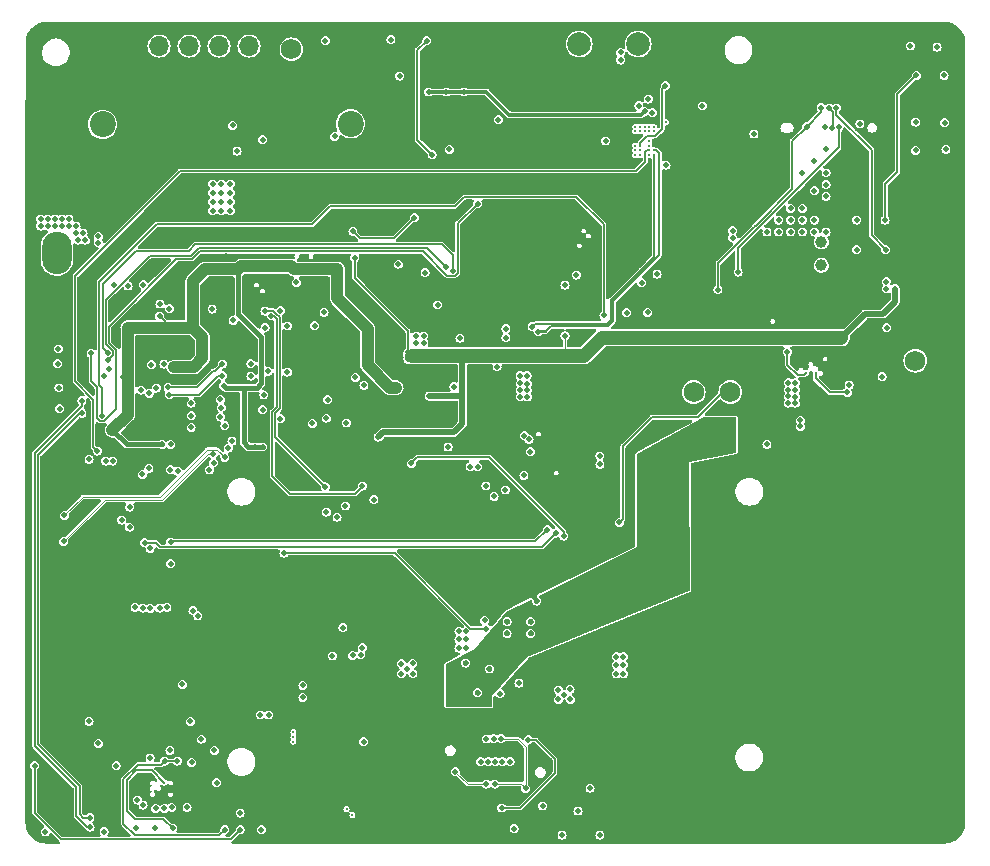
<source format=gbr>
%TF.GenerationSoftware,KiCad,Pcbnew,7.0.11-7.0.11~ubuntu22.04.1*%
%TF.CreationDate,2025-04-04T17:31:18+09:00*%
%TF.ProjectId,robot,726f626f-742e-46b6-9963-61645f706362,rev?*%
%TF.SameCoordinates,PX3938700PY9896800*%
%TF.FileFunction,Copper,L3,Inr*%
%TF.FilePolarity,Positive*%
%FSLAX46Y46*%
G04 Gerber Fmt 4.6, Leading zero omitted, Abs format (unit mm)*
G04 Created by KiCad (PCBNEW 7.0.11-7.0.11~ubuntu22.04.1) date 2025-04-04 17:31:18*
%MOMM*%
%LPD*%
G01*
G04 APERTURE LIST*
%TA.AperFunction,ComponentPad*%
%ADD10O,0.800000X1.400000*%
%TD*%
%TA.AperFunction,HeatsinkPad*%
%ADD11C,0.500000*%
%TD*%
%TA.AperFunction,ComponentPad*%
%ADD12C,1.755000*%
%TD*%
%TA.AperFunction,ComponentPad*%
%ADD13C,0.300000*%
%TD*%
%TA.AperFunction,ComponentPad*%
%ADD14C,0.400000*%
%TD*%
%TA.AperFunction,ComponentPad*%
%ADD15C,2.200000*%
%TD*%
%TA.AperFunction,ComponentPad*%
%ADD16C,2.000000*%
%TD*%
%TA.AperFunction,ComponentPad*%
%ADD17R,1.700000X1.700000*%
%TD*%
%TA.AperFunction,ComponentPad*%
%ADD18O,1.700000X1.700000*%
%TD*%
%TA.AperFunction,ComponentPad*%
%ADD19C,0.600000*%
%TD*%
%TA.AperFunction,ComponentPad*%
%ADD20O,2.500000X3.600000*%
%TD*%
%TA.AperFunction,ComponentPad*%
%ADD21O,1.700000X0.850000*%
%TD*%
%TA.AperFunction,ComponentPad*%
%ADD22O,2.000000X1.000000*%
%TD*%
%TA.AperFunction,ComponentPad*%
%ADD23O,2.200000X1.100000*%
%TD*%
%TA.AperFunction,ComponentPad*%
%ADD24C,1.000000*%
%TD*%
%TA.AperFunction,ViaPad*%
%ADD25C,0.500000*%
%TD*%
%TA.AperFunction,ViaPad*%
%ADD26C,0.250000*%
%TD*%
%TA.AperFunction,Conductor*%
%ADD27C,0.152400*%
%TD*%
%TA.AperFunction,Conductor*%
%ADD28C,0.500000*%
%TD*%
%TA.AperFunction,Conductor*%
%ADD29C,1.200000*%
%TD*%
%TA.AperFunction,Conductor*%
%ADD30C,0.100000*%
%TD*%
%TA.AperFunction,Conductor*%
%ADD31C,0.200000*%
%TD*%
%TA.AperFunction,Conductor*%
%ADD32C,0.127000*%
%TD*%
%TA.AperFunction,Conductor*%
%ADD33C,1.000000*%
%TD*%
%TA.AperFunction,Conductor*%
%ADD34C,0.400000*%
%TD*%
%TA.AperFunction,Conductor*%
%ADD35C,0.300000*%
%TD*%
G04 APERTURE END LIST*
D10*
%TO.N,GND*%
%TO.C,J1*%
X132790000Y-91990000D03*
X132430000Y-97939998D03*
X124170000Y-97939998D03*
X123810000Y-91990000D03*
%TD*%
D11*
%TO.N,GND*%
%TO.C,Q5*%
X83627401Y-122990100D03*
X83627401Y-121990100D03*
X82627401Y-122990100D03*
X82627401Y-121990100D03*
%TD*%
D12*
%TO.N,/3V3*%
%TO.C,TP39*%
X82740000Y-92540000D03*
%TD*%
D13*
%TO.N,GND*%
%TO.C,U9*%
X91286130Y-142691529D03*
X90711130Y-143641529D03*
X90711130Y-141741529D03*
X90136130Y-142691529D03*
%TD*%
D14*
%TO.N,GND*%
%TO.C,U25*%
X125200000Y-112850000D03*
X126300000Y-112850000D03*
%TD*%
D12*
%TO.N,Net-(NT14-Pad1)*%
%TO.C,TP30*%
X116800000Y-121570495D03*
%TD*%
D15*
%TO.N,/Protection/PACK+*%
%TO.C,TP29*%
X87750000Y-98850000D03*
%TD*%
D12*
%TO.N,/1V8*%
%TO.C,TP40*%
X135550000Y-118900000D03*
%TD*%
D16*
%TO.N,Net-(D6-K)*%
%TO.C,J8*%
X107100000Y-92100000D03*
%TO.N,Net-(D9-A)*%
X112100000Y-92100000D03*
%TD*%
D11*
%TO.N,GND*%
%TO.C,Q6*%
X71317500Y-136849999D03*
X70317500Y-136849999D03*
X71317500Y-137849999D03*
X70317500Y-137849999D03*
%TD*%
D12*
%TO.N,GND*%
%TO.C,TP41*%
X124650000Y-135200000D03*
%TD*%
%TO.N,GND*%
%TO.C,TP43*%
X119350000Y-135250000D03*
%TD*%
%TO.N,Net-(NT16-Pad1)*%
%TO.C,TP34*%
X119900000Y-121550000D03*
%TD*%
%TO.N,GND*%
%TO.C,TP42*%
X63000000Y-143900000D03*
%TD*%
D17*
%TO.N,GND*%
%TO.C,J2*%
X68990000Y-92270000D03*
D18*
%TO.N,/MCU/SWCLK*%
X71530000Y-92270000D03*
%TO.N,/MCU/SWD*%
X74070000Y-92270000D03*
%TO.N,/MCU/UART_TX*%
X76610000Y-92270000D03*
%TO.N,/MCU/UART_RX*%
X79150000Y-92270000D03*
%TD*%
D14*
%TO.N,GND*%
%TO.C,U24*%
X93900000Y-157800000D03*
X95000000Y-157800000D03*
%TD*%
D19*
%TO.N,GND*%
%TO.C,U3*%
X70625400Y-122481300D03*
X70625400Y-123756300D03*
X70625400Y-125031300D03*
X71900400Y-122481300D03*
X71900400Y-123756300D03*
X71900400Y-125031300D03*
X73175400Y-122481300D03*
X73175400Y-123756300D03*
X73175400Y-125031300D03*
%TD*%
D13*
%TO.N,GND*%
%TO.C,U8*%
X104605000Y-144850000D03*
X104030000Y-145800000D03*
X104030000Y-143900000D03*
X103455000Y-144850000D03*
%TD*%
D15*
%TO.N,Net-(BT1-+)*%
%TO.C,TP28*%
X66750000Y-98900000D03*
%TD*%
D20*
%TO.N,Net-(BT1-+)*%
%TO.C,BT1*%
X62870000Y-109785000D03*
%TO.N,GND*%
X137130000Y-109785000D03*
%TD*%
D21*
%TO.N,GND*%
%TO.C,J4*%
X104010000Y-152850000D03*
D22*
X101750000Y-150050000D03*
X98250000Y-150050000D03*
D21*
X95990000Y-152850000D03*
D23*
X100000000Y-155650000D03*
%TD*%
D24*
%TO.N,Net-(U12-REG25)*%
%TO.C,TH1*%
X127605000Y-108835000D03*
%TO.N,Net-(U12-TS)*%
X127605000Y-110835000D03*
%TD*%
D25*
%TO.N,GND*%
X86000000Y-156000000D03*
X98500000Y-147000000D03*
X104795207Y-129372869D03*
X79700000Y-136700000D03*
X87050000Y-100200000D03*
D26*
X127116800Y-119160300D03*
D25*
X132500000Y-157500000D03*
X109700000Y-91550000D03*
X84495207Y-127272869D03*
X81650000Y-158450000D03*
X120000000Y-155000000D03*
X96123984Y-150426016D03*
X139000000Y-126500000D03*
X139000000Y-121000000D03*
X130000000Y-150000000D03*
X97500000Y-139000000D03*
X103995207Y-128872869D03*
X103595207Y-128172869D03*
D26*
X72487011Y-155130287D03*
D25*
X80200000Y-124750000D03*
X65750000Y-156520100D03*
X135000000Y-155000000D03*
D26*
X108290000Y-108355200D03*
D25*
X104695207Y-111572869D03*
X135500000Y-126500000D03*
X118272594Y-110972594D03*
X137500000Y-152500000D03*
X65750000Y-141000000D03*
X118400000Y-96750000D03*
X86250000Y-126250000D03*
X95795207Y-117072869D03*
X136000000Y-114000000D03*
X112450000Y-109900000D03*
X135000000Y-140000000D03*
X97500000Y-140000000D03*
X93795207Y-113372869D03*
X113450000Y-119700000D03*
X114750000Y-113550000D03*
X89000000Y-97450000D03*
X100195207Y-107372869D03*
X95200000Y-120400000D03*
X78050000Y-118300000D03*
X84100000Y-135700000D03*
D26*
X127916800Y-119160300D03*
D25*
X137500000Y-124000000D03*
X117500000Y-152500000D03*
X80900000Y-139600000D03*
X61654115Y-116207659D03*
X106750000Y-133719899D03*
X139000000Y-118000000D03*
X132500000Y-147500000D03*
X77495207Y-112872869D03*
X82350000Y-147850000D03*
X121495207Y-118372869D03*
X115000000Y-150000000D03*
X95750000Y-135500000D03*
X130000000Y-145000000D03*
X127500000Y-132500000D03*
X120000000Y-145000000D03*
X127500000Y-137500000D03*
X122197300Y-114351474D03*
X77495207Y-113772869D03*
X79500000Y-132000000D03*
X66750000Y-129650000D03*
X101000000Y-142000000D03*
X87100000Y-97150000D03*
X94295207Y-114572869D03*
X132500000Y-142500000D03*
X76650500Y-153750000D03*
X125000000Y-145000000D03*
D26*
X126716800Y-120360300D03*
X107890000Y-108755200D03*
D25*
X81900000Y-96700000D03*
X122190169Y-112875285D03*
X137500000Y-147500000D03*
D26*
X108290000Y-109155200D03*
D25*
X115050000Y-107350000D03*
X88500000Y-126000000D03*
X63350000Y-117150000D03*
X122250000Y-94900000D03*
X61400000Y-125600000D03*
X122500000Y-157500000D03*
X137500000Y-157500000D03*
X76194834Y-97191314D03*
X116450000Y-113550000D03*
X129395207Y-118172869D03*
X102995207Y-112872869D03*
X101950000Y-91600000D03*
X79250000Y-158500000D03*
X123995207Y-112372869D03*
X77200000Y-139050000D03*
X102250000Y-137500000D03*
X69188833Y-96922047D03*
X103000000Y-142000000D03*
D26*
X107890000Y-109155200D03*
D25*
X123395207Y-113472869D03*
X112500000Y-152500000D03*
X125000000Y-140000000D03*
X101500000Y-137000000D03*
D26*
X87900000Y-156850000D03*
D25*
X98900000Y-122300000D03*
X83795207Y-132572869D03*
X122000000Y-106500000D03*
X121495207Y-119272869D03*
X93695207Y-114172869D03*
X88000000Y-95450000D03*
X96000000Y-139000000D03*
X108250000Y-96350000D03*
X125000000Y-155000000D03*
X139000000Y-114000000D03*
X72750000Y-105300000D03*
X117500000Y-147500000D03*
X76495207Y-116372869D03*
X98800000Y-120800000D03*
X99500000Y-145000000D03*
X95395207Y-107972869D03*
D26*
X79277166Y-113006276D03*
D25*
X77080828Y-117538072D03*
D26*
X105943892Y-127256831D03*
D25*
X81850000Y-151400000D03*
X109650000Y-121650000D03*
X122195207Y-115472869D03*
X87500000Y-147825700D03*
X86750000Y-129500000D03*
D26*
X83700000Y-150350000D03*
D25*
X122350000Y-96200000D03*
X137500000Y-129000000D03*
X129689038Y-93191684D03*
X115611892Y-113558831D03*
X122500000Y-147500000D03*
X118350000Y-94000000D03*
X97500000Y-144500000D03*
X100750000Y-136750000D03*
X89500000Y-126000000D03*
X116500000Y-96750000D03*
X135000000Y-150000000D03*
X100395207Y-111572869D03*
X117500000Y-157500000D03*
D26*
X106343892Y-127256831D03*
D25*
X128995207Y-118772869D03*
X95142193Y-117113204D03*
X87750000Y-100450000D03*
X87250000Y-125250000D03*
X135000000Y-135000000D03*
X94995207Y-113072869D03*
X86750000Y-128250000D03*
X101295207Y-112972869D03*
X86100000Y-103350000D03*
X98000000Y-135500000D03*
X101595207Y-111572869D03*
X79450000Y-155300000D03*
X115000000Y-155000000D03*
D26*
X79774395Y-112003884D03*
D25*
X66000000Y-136000000D03*
D26*
X104743892Y-127656831D03*
D25*
X122500000Y-142500000D03*
X88000000Y-156000000D03*
X68400000Y-105300000D03*
X67950000Y-117200000D03*
X102500000Y-130750000D03*
X127500000Y-157500000D03*
X103500000Y-137750000D03*
X111200000Y-119700000D03*
X105595207Y-150872869D03*
X132500000Y-137500000D03*
X137500000Y-132500000D03*
X102250000Y-133000000D03*
X103500000Y-148000000D03*
D26*
X71988800Y-155629400D03*
X105143892Y-127256831D03*
D25*
X130000000Y-155000000D03*
X88750000Y-153250000D03*
X130000000Y-140000000D03*
X104750000Y-120600000D03*
X120000000Y-140000000D03*
X89250000Y-145250000D03*
X135000000Y-145000000D03*
X100750000Y-137500000D03*
X84850000Y-96500000D03*
D26*
X105543892Y-127256831D03*
D25*
X64900000Y-114700000D03*
X104595207Y-112872869D03*
X130800000Y-96900000D03*
X103000000Y-141000000D03*
X104650000Y-106075500D03*
X110000000Y-150000000D03*
X115000000Y-145000000D03*
X94295207Y-113772869D03*
X93695207Y-114972869D03*
X69600000Y-113000000D03*
X62250000Y-148750000D03*
X110000000Y-155000000D03*
X68295207Y-127872869D03*
X99395207Y-111572869D03*
X101000000Y-141000000D03*
X112300000Y-122000000D03*
D26*
X107490000Y-109155200D03*
D25*
X87200000Y-103450000D03*
X103395207Y-128772869D03*
X130000000Y-135000000D03*
X115600000Y-112850000D03*
X127500000Y-152500000D03*
X98395207Y-107372869D03*
X127500000Y-147500000D03*
X90750000Y-145250000D03*
X83750000Y-141500000D03*
X79350000Y-151350000D03*
X127500000Y-142500000D03*
X115650000Y-114350000D03*
X82500000Y-144750000D03*
X132500000Y-152500000D03*
X109000000Y-119150000D03*
X93400000Y-139550000D03*
X102995207Y-111572869D03*
X65750000Y-155250000D03*
X112500000Y-157500000D03*
X112749836Y-115717597D03*
X117620977Y-108124417D03*
X93350000Y-103550000D03*
X63400000Y-114700000D03*
X120000000Y-150000000D03*
D26*
X107490000Y-108755200D03*
D25*
X64500000Y-152000000D03*
D26*
X106743892Y-127256831D03*
X126316800Y-120360300D03*
X104343892Y-127656831D03*
X104743892Y-128056831D03*
D25*
X75650000Y-133350000D03*
X78250000Y-145750000D03*
X67750000Y-116500000D03*
X67500000Y-146000000D03*
X92750000Y-95950000D03*
X103500000Y-139250000D03*
X100000000Y-123650000D03*
X137500000Y-142500000D03*
X85100000Y-147900000D03*
X100000000Y-132750000D03*
X69176938Y-103030493D03*
D26*
X127916800Y-120360300D03*
X83300000Y-150350000D03*
D25*
X82695207Y-129472869D03*
X75250000Y-142700000D03*
D26*
X72988800Y-155629400D03*
D25*
X107750000Y-116550000D03*
X125000000Y-150000000D03*
D26*
X105143892Y-127656831D03*
D25*
X87500000Y-132950000D03*
X71800000Y-99150000D03*
X77201196Y-110061191D03*
X97255207Y-108482869D03*
X60750000Y-158250000D03*
X132500000Y-132500000D03*
X70750000Y-143500000D03*
X137500000Y-137500000D03*
D26*
X108290000Y-108755200D03*
D25*
X84795207Y-126172869D03*
%TO.N,/SYS*%
X93951937Y-117397344D03*
X102715207Y-121407869D03*
X102095207Y-120162869D03*
X96400000Y-147300000D03*
X102115207Y-120832869D03*
X93300000Y-116800000D03*
X118800000Y-125025000D03*
X119400000Y-125035000D03*
X118800000Y-125590000D03*
X102715207Y-121972869D03*
X102115207Y-121397869D03*
X96400000Y-146700000D03*
X93931339Y-116803433D03*
X93279067Y-117380179D03*
X118800000Y-124425000D03*
X119400000Y-126165000D03*
X97000000Y-146700000D03*
X102695207Y-120172869D03*
X102715207Y-120842869D03*
X97000000Y-147300000D03*
X118800000Y-126155000D03*
X102115207Y-121962869D03*
X97000000Y-147900000D03*
X119400000Y-124435000D03*
X119400000Y-125600000D03*
X96400000Y-147900000D03*
%TO.N,/3V3*%
X61900000Y-158800000D03*
X92600000Y-118200000D03*
X86200000Y-143900000D03*
X90075000Y-125375000D03*
X133850000Y-112800000D03*
X66400000Y-151300000D03*
X77760000Y-98970000D03*
X92600000Y-118800000D03*
X88100000Y-110200000D03*
X105900000Y-116800000D03*
X94400000Y-121900000D03*
X133850000Y-113500000D03*
%TO.N,Net-(BT1-+)*%
X62100000Y-107500000D03*
X76807903Y-103947614D03*
X76057903Y-105447614D03*
X65100000Y-108100000D03*
X63300000Y-107500000D03*
X62700000Y-107500000D03*
X63900000Y-107500000D03*
X64500000Y-107500000D03*
X77557903Y-105447614D03*
X64700000Y-108700000D03*
X62700000Y-106900000D03*
X62100000Y-106900000D03*
X64500000Y-108100000D03*
X61500000Y-106900000D03*
X76807903Y-105447614D03*
X77557903Y-106197614D03*
X61500000Y-107500000D03*
X76807903Y-106197614D03*
X76057903Y-104697614D03*
X77557903Y-103947614D03*
X77557903Y-104697614D03*
X76807903Y-104697614D03*
X65300000Y-108700000D03*
X76057903Y-106197614D03*
X63300000Y-106900000D03*
X63900000Y-106900000D03*
X76057903Y-103947614D03*
%TO.N,Net-(U3-VREG_VOUT)*%
X72500000Y-126000000D03*
X71942892Y-119191401D03*
%TO.N,/USB-PD-ExtChg/VBUS_EXT*%
X128000000Y-101000000D03*
X127000000Y-102000000D03*
X127000000Y-104500000D03*
X126000000Y-103000000D03*
X126000000Y-106000000D03*
X124000000Y-107000000D03*
X124000000Y-108000000D03*
X125000000Y-108000000D03*
X128000000Y-105000000D03*
X125000000Y-106000000D03*
X126000000Y-107000000D03*
X123000000Y-108000000D03*
X125000000Y-107000000D03*
X128000000Y-108000000D03*
X127000000Y-108000000D03*
X128000000Y-104000000D03*
X128000000Y-103000000D03*
X126000000Y-108000000D03*
X127000000Y-107000000D03*
%TO.N,/MCU/GPIO28_ADC2*%
X76709807Y-122172869D03*
%TO.N,/MCU/GPIO27_ADC1*%
X76795207Y-122872869D03*
X88874300Y-121000000D03*
%TO.N,/MCU/GPIO26_ADC0*%
X76709807Y-123672869D03*
X87395207Y-124172869D03*
%TO.N,Net-(U6-BST1)*%
X108846892Y-126958831D03*
%TO.N,Net-(U6-BST2)*%
X108856892Y-127672869D03*
%TO.N,Net-(J4-CC2)*%
X72000000Y-152800000D03*
X77100000Y-158600497D03*
X104000000Y-156600000D03*
X73087000Y-152800000D03*
%TO.N,Net-(J4-CC1)*%
X74189554Y-149432625D03*
X99250000Y-150930000D03*
X70775727Y-152530457D03*
%TO.N,/LDOs/SYS*%
X125395207Y-121372869D03*
X125395207Y-120772869D03*
X124795207Y-120762869D03*
X125395207Y-121937869D03*
X125395207Y-122502869D03*
X124795207Y-122492869D03*
X124795207Y-121927869D03*
X124795207Y-121362869D03*
%TO.N,Net-(U11-VBUS)*%
X76200000Y-151900000D03*
%TO.N,Net-(U11-VDD1P8)*%
X74300000Y-152900000D03*
%TO.N,Net-(U12-REG25)*%
X77800000Y-115500000D03*
%TO.N,Net-(U12-TS)*%
X80500000Y-116100000D03*
%TO.N,Net-(U12-BAT)*%
X76025207Y-114531510D03*
%TO.N,Net-(C84-Pad1)*%
X125821416Y-123956585D03*
X125829121Y-124465163D03*
X132750000Y-120250000D03*
%TO.N,Net-(U12-PACKP)*%
X81795207Y-114672869D03*
X84695207Y-115946838D03*
%TO.N,Net-(U13-BST)*%
X95126600Y-114172400D03*
X97000000Y-117000000D03*
%TO.N,/MOTORS/OUT_P1*%
X110250000Y-144675000D03*
X110850000Y-145425000D03*
X110250000Y-143950000D03*
X110250000Y-145425000D03*
X110850000Y-143950000D03*
X110850000Y-144650000D03*
%TO.N,/MOTORS/OUT_P2*%
X97523682Y-141806065D03*
X97523682Y-142506065D03*
X96923682Y-142506065D03*
X96923682Y-143231065D03*
X96923682Y-141806065D03*
X97523682Y-143231065D03*
%TO.N,/MOTORS/OUT_N1*%
X106325000Y-146725000D03*
X105325000Y-147575000D03*
X106350000Y-147575000D03*
X105325000Y-146775000D03*
X105850000Y-147175000D03*
%TO.N,/MOTORS/OUT_N2*%
X92048682Y-144556065D03*
X92998682Y-144531065D03*
X92048682Y-145406065D03*
X93023682Y-145406065D03*
X92548682Y-145006065D03*
%TO.N,/MOTORS/ENC_11*%
X104400000Y-133200000D03*
X72500000Y-134250000D03*
%TO.N,/MOTORS/ENC_21*%
X69500000Y-139800000D03*
X74810291Y-140510008D03*
X85700000Y-131725700D03*
%TO.N,/MOTORS/ENC_12*%
X70300000Y-134300000D03*
X105100000Y-133500000D03*
%TO.N,/MOTORS/ENC_22*%
X86600000Y-132153085D03*
X74399500Y-140073369D03*
X71594499Y-139847147D03*
%TO.N,/DP2*%
X128483978Y-99203673D03*
X130600000Y-109500000D03*
X128282051Y-97513897D03*
%TO.N,/DN2*%
X133050000Y-109500000D03*
X128881474Y-97504087D03*
X127886507Y-99154363D03*
%TO.N,/SDA_SL*%
X73500000Y-146300000D03*
X89725000Y-130675000D03*
%TO.N,/SCL_SL*%
X87300000Y-131200000D03*
D26*
%TO.N,/I2C0_SDA*%
X113450000Y-101090000D03*
D25*
X88752838Y-129517612D03*
X63050000Y-121200000D03*
X88735630Y-143200000D03*
X67295207Y-119572869D03*
X81025472Y-115100812D03*
X99100000Y-140900000D03*
X103650000Y-116450000D03*
D26*
%TO.N,/I2C0_SCL*%
X113450000Y-101490000D03*
D25*
X102000000Y-146200000D03*
X63125000Y-122975000D03*
X80500000Y-114700000D03*
X103117036Y-116017036D03*
X88600000Y-143800000D03*
X85600000Y-129592869D03*
X66895207Y-120172869D03*
%TO.N,Net-(J4-SBU1)*%
X100547407Y-156764356D03*
X69600000Y-158450000D03*
X102800000Y-151000498D03*
%TO.N,/ADC0*%
X105900000Y-112500000D03*
X85695207Y-123772869D03*
%TO.N,/GPIO4*%
X109195207Y-115072869D03*
X66695207Y-123580116D03*
%TO.N,Net-(J4-SBU2)*%
X99250000Y-154750000D03*
X96600000Y-153700000D03*
X78400000Y-157200000D03*
%TO.N,/BoostRegulator/1V8*%
X133100000Y-112200000D03*
X102851634Y-125572235D03*
X102455221Y-125249851D03*
X133100000Y-112800000D03*
%TO.N,Net-(Q2-GATE1)*%
X83154400Y-112275300D03*
%TO.N,Net-(Q2-GATE2)*%
X82392400Y-115958300D03*
%TO.N,/GPIO10*%
X99249500Y-141594026D03*
X67000000Y-127400000D03*
X82100000Y-135200000D03*
%TO.N,/GPIO11*%
X87100000Y-141500000D03*
X67600000Y-127400000D03*
D26*
%TO.N,/USB-PD-PhonePC/GPIO5*%
X82900000Y-150750000D03*
D25*
X71250000Y-156800000D03*
%TO.N,/USB-PD-PhonePC/DP_EXT*%
X99857490Y-150907490D03*
X135600000Y-101100000D03*
X101592538Y-158535523D03*
X107000000Y-157025000D03*
%TO.N,/I2C1_SDA*%
X95795207Y-110972869D03*
X67197354Y-118875016D03*
X65700000Y-158400000D03*
X65000000Y-122299316D03*
X62950000Y-119150000D03*
%TO.N,/I2C1_SCL*%
X65670600Y-157600000D03*
X63000000Y-117900000D03*
X96395207Y-111272869D03*
X67195207Y-118272869D03*
X65001016Y-123351016D03*
%TO.N,/GPIO7*%
X67900000Y-153200000D03*
X65600000Y-149450000D03*
%TO.N,/USB-PD-PhonePC/GPIO0*%
X73900000Y-156713000D03*
X71150000Y-158450000D03*
%TO.N,/GPIO6*%
X70000000Y-121400000D03*
X91788599Y-110732199D03*
%TO.N,Net-(Q5-3Y)*%
X82395207Y-119872869D03*
%TO.N,Net-(U3-USB_DP)*%
X72295207Y-121172869D03*
X76895207Y-119172869D03*
%TO.N,Net-(U3-USB_DM)*%
X72395207Y-121772869D03*
X76895207Y-120172869D03*
%TO.N,/MCU/SWD*%
X73120000Y-128250000D03*
%TO.N,/MCU/SWCLK*%
X72470000Y-128140000D03*
%TO.N,/GPIO9*%
X66300000Y-126550000D03*
D26*
X113050000Y-101090000D03*
D25*
%TO.N,/MCU/QSPI_SD0*%
X70200000Y-112475000D03*
X70695207Y-121672869D03*
%TO.N,/MCU/QSPI_SCLK*%
X70884400Y-119235100D03*
X68900000Y-112575000D03*
%TO.N,/MCU/QSPI_SD3*%
X71290800Y-121216300D03*
X67679593Y-112475000D03*
%TO.N,/GPIO5*%
X98500000Y-105600000D03*
X65769507Y-118275000D03*
%TO.N,Net-(U4-VINA_S)*%
X106861400Y-111657800D03*
%TO.N,/GPIO13*%
X69050000Y-131300000D03*
X69050000Y-133000000D03*
%TO.N,/GPIO14*%
X68350000Y-132400000D03*
X70119200Y-128537800D03*
%TO.N,/GPIO15*%
X70669200Y-128012800D03*
X70775000Y-139875000D03*
%TO.N,/GPIO8*%
X72500000Y-136100000D03*
X70775000Y-134800000D03*
X65600000Y-127250000D03*
X70151016Y-139851016D03*
X72200000Y-139800000D03*
%TO.N,Net-(U5-EN)*%
X96000000Y-126200000D03*
X96500000Y-121100000D03*
%TO.N,Net-(U5-A2)*%
X102417392Y-128600000D03*
X98517892Y-127891831D03*
%TO.N,Net-(U5-A1)*%
X97867892Y-127891831D03*
X102971106Y-126600000D03*
%TO.N,/USB-PD-PhonePC/DN_EXT_PR*%
X108850000Y-159075000D03*
X66871399Y-158787000D03*
%TO.N,/USB-PD-PhonePC/DP_EXT_PR*%
X105650000Y-159075000D03*
%TO.N,/PowerMux/FLAG*%
X111130900Y-114843000D03*
%TO.N,/VRect*%
X100250000Y-98500000D03*
X88150500Y-120307155D03*
%TO.N,/MCU/ADC3*%
X80300000Y-123050000D03*
X80744707Y-119800000D03*
%TO.N,/USB-PD-PhonePC/DN_EXT*%
X138150000Y-101000000D03*
X102575000Y-155125000D03*
X100484425Y-150915575D03*
X108025000Y-155100000D03*
X99950000Y-154750000D03*
%TO.N,/USB-PD-PhonePC/GPIO4*%
X75102449Y-150947551D03*
X71988800Y-156800000D03*
%TO.N,/USB-PD-PhonePC/VBUS_Phone*%
X100000000Y-152850000D03*
X100600000Y-152850000D03*
X99400000Y-152850000D03*
X98750000Y-152850000D03*
X101250000Y-152850000D03*
%TO.N,Net-(U13-STAT)*%
X91910000Y-94800000D03*
X94050000Y-111450000D03*
%TO.N,Net-(U16-ON)*%
X80200000Y-158607600D03*
D26*
X87400000Y-156850000D03*
D25*
%TO.N,/MCU/D-*%
X79300000Y-120200000D03*
X133000000Y-107000000D03*
X135650000Y-94750000D03*
X100900000Y-116950000D03*
%TO.N,/USB-PD-PhonePC/DN_Switched*%
X69700000Y-156090000D03*
X80100000Y-148900000D03*
X138050000Y-98750000D03*
%TO.N,/USB-PD-PhonePC/DP2_Switched*%
X70171217Y-156528900D03*
X135592036Y-98707964D03*
X80800000Y-148900000D03*
%TO.N,/MCU/D+*%
X100900000Y-116200000D03*
X138000000Y-94750000D03*
X79300000Y-119150000D03*
X130600000Y-107000000D03*
%TO.N,/USB-PD-PhonePC/GPIO3*%
X72600000Y-156713000D03*
D26*
%TO.N,/USB-PD-PhonePC/GPIO1*%
X71988800Y-154629400D03*
D25*
X72700000Y-158500000D03*
%TO.N,/USB-PD-ExtChg/CC1*%
X120562392Y-111400000D03*
X129081428Y-99154103D03*
X130866000Y-98849502D03*
X137400000Y-92350000D03*
%TO.N,/USB-PD-ExtChg/CC2*%
X127580195Y-97475654D03*
X135150000Y-92250000D03*
X118850000Y-112900000D03*
X126350000Y-99100000D03*
%TO.N,/MCU/3V3*%
X80295207Y-126197869D03*
X71800000Y-126000000D03*
X68500000Y-120300000D03*
X74954324Y-118414139D03*
X91600000Y-121200000D03*
X67569200Y-124787800D03*
X79695207Y-126197869D03*
X66381433Y-108383716D03*
X90800000Y-121200000D03*
X66381433Y-108900000D03*
X76995207Y-121027569D03*
X71567845Y-115132155D03*
X72535319Y-119437981D03*
X79095207Y-126197869D03*
%TO.N,/MOTORS/VIO*%
X87911130Y-143841529D03*
X100400000Y-147100000D03*
%TO.N,Net-(U17-VIN)*%
X88850000Y-151150000D03*
D26*
X82900000Y-151150000D03*
D25*
%TO.N,/MOTORS/ENC_VCC*%
X105800000Y-133750000D03*
X92900000Y-127600000D03*
%TO.N,Net-(U14-EN1)*%
X124730000Y-118170000D03*
D26*
X126320000Y-119960000D03*
D25*
%TO.N,/MCU/UART_TX*%
X75780000Y-128150000D03*
%TO.N,/MCU/UART_RX*%
X76150000Y-127550000D03*
%TO.N,/MCU/GPIO22*%
X84500000Y-124200000D03*
X85800000Y-122200000D03*
X81800000Y-123800000D03*
X80400000Y-121800000D03*
X77100000Y-124400000D03*
%TO.N,/MCU/UART_CTS*%
X63450000Y-134200000D03*
X76110000Y-126830000D03*
D26*
%TO.N,Net-(U1-NTC)*%
X111850000Y-100690000D03*
X114450000Y-98700000D03*
D25*
%TO.N,/MCU/UART_RTS*%
X77100000Y-127100000D03*
X63500000Y-132000000D03*
D26*
%TO.N,Net-(D11-K)*%
X112250000Y-100690000D03*
D25*
X114388450Y-95622950D03*
%TO.N,/MCU/GPIO25*%
X72400000Y-114500000D03*
X74250000Y-122500000D03*
%TO.N,/GPIO20*%
X77400000Y-126300000D03*
X80300000Y-100200000D03*
%TO.N,Net-(U14-ENLDO)*%
X123000000Y-126000000D03*
%TO.N,Net-(U17-MODE)*%
X78400000Y-158607600D03*
D26*
X82900000Y-150350000D03*
D25*
X61000000Y-153200000D03*
%TO.N,/Protection/RC2*%
X78140000Y-101150000D03*
%TO.N,Net-(U14-RSET_LDO)*%
X129950000Y-120950000D03*
%TO.N,Net-(U14-SBB2)*%
X129795207Y-121572869D03*
D26*
X127116800Y-119960300D03*
D25*
%TO.N,Net-(D2-A)*%
X133145403Y-116107311D03*
X85600000Y-91800000D03*
%TO.N,Net-(D5-A)*%
X91160000Y-91720000D03*
X112900000Y-114800000D03*
%TO.N,/LED_EN*%
X77700000Y-125700000D03*
X96100000Y-101000000D03*
%TO.N,Net-(IC1-ON)*%
X86400000Y-99900000D03*
X100840261Y-129846453D03*
X99200000Y-129500000D03*
%TO.N,Net-(U18-ISENP)*%
X112400000Y-112300000D03*
X120100000Y-108500000D03*
%TO.N,Net-(U18-VCC)*%
X120100000Y-107900497D03*
X113695207Y-111572869D03*
%TO.N,Net-(D1-A)*%
X94200000Y-91800000D03*
X100150000Y-119422369D03*
X94650000Y-101450000D03*
%TO.N,Net-(SW1-B)*%
X99900000Y-130400000D03*
X85500000Y-114800000D03*
%TO.N,Net-(NT6-Pad2)*%
X93150000Y-106800000D03*
X87942510Y-107957490D03*
%TO.N,Net-(NT16-Pad1)*%
X110500000Y-132600000D03*
%TO.N,Net-(U11-SYS)*%
X83700000Y-147400000D03*
X76400000Y-154629400D03*
D26*
%TO.N,/USB-PD-PhonePC/VBUS_Phone_PS*%
X87900000Y-157350000D03*
D25*
%TO.N,/USB-PD-PhonePC/VCIN*%
X83700000Y-146400000D03*
X72450000Y-151900000D03*
%TO.N,Net-(D4-K)*%
X110600000Y-93450000D03*
D26*
X113450000Y-99490000D03*
X113050000Y-99490000D03*
X113450000Y-99090000D03*
X113050000Y-99090000D03*
D25*
X110600000Y-92800000D03*
%TO.N,Net-(U1-COMA1)*%
X112155468Y-97300933D03*
D26*
X111850000Y-101090000D03*
%TO.N,Net-(U1-COMB1)*%
X111850000Y-101490000D03*
D25*
X112949500Y-96752671D03*
D26*
%TO.N,Net-(U1-COMA2)*%
X112250000Y-101090000D03*
D25*
X109350000Y-100300000D03*
D26*
%TO.N,Net-(D6-K)*%
X112250000Y-99090000D03*
X111850000Y-99090000D03*
X111850000Y-99490000D03*
X112250000Y-99490000D03*
%TO.N,Net-(U1-COMB2)*%
X112250000Y-101490000D03*
%TO.N,Net-(U1-BOOT2)*%
X112650000Y-99490000D03*
%TO.N,/Wireless-Receiver/VAA*%
X113050000Y-100290000D03*
D25*
X117525000Y-97325000D03*
%TO.N,/Wireless-Receiver/VDD*%
X114450000Y-102350000D03*
D26*
X113050000Y-100690000D03*
D25*
%TO.N,Net-(U1-BOOT1)*%
X113300000Y-97900000D03*
D26*
X112650000Y-99090000D03*
%TO.N,/GPIO23*%
X113050000Y-101490000D03*
D25*
X74250000Y-124550000D03*
X121900000Y-99700000D03*
%TO.N,/Wireless-Receiver/IEXT*%
X112650000Y-97800000D03*
X94350000Y-96150000D03*
X95850000Y-96150000D03*
X97350000Y-96150000D03*
%TO.N,/MCU/GPIO24*%
X74250000Y-123550000D03*
X71600000Y-114100000D03*
%TD*%
D27*
%TO.N,/3V3*%
X88100000Y-111900000D02*
X88100000Y-110200000D01*
D28*
X94400000Y-121900000D02*
X97195207Y-121900000D01*
X133850000Y-113900000D02*
X132800000Y-114950000D01*
X96495207Y-124972869D02*
X90477131Y-124972869D01*
X97195207Y-118672869D02*
X96995207Y-118472869D01*
D29*
X111495207Y-116972869D02*
X108995207Y-116972869D01*
D28*
X132800000Y-114950000D02*
X131318076Y-114950000D01*
X131318076Y-114950000D02*
X129295207Y-116972869D01*
D29*
X129295207Y-116972869D02*
X111495207Y-116972869D01*
X105900000Y-118472869D02*
X96995207Y-118472869D01*
X96995207Y-118472869D02*
X92927131Y-118472869D01*
D28*
X97195207Y-124227499D02*
X97195207Y-121900000D01*
X133850000Y-112800000D02*
X133850000Y-113900000D01*
X90477131Y-124972869D02*
X90075000Y-125375000D01*
D27*
X92600000Y-118200000D02*
X92600000Y-116400000D01*
D28*
X97217892Y-124250184D02*
X97195207Y-124227499D01*
D30*
X105900000Y-116800000D02*
X105900000Y-118472869D01*
D27*
X92600000Y-116400000D02*
X88100000Y-111900000D01*
D28*
X97195207Y-121900000D02*
X97195207Y-118672869D01*
X97217892Y-124250184D02*
X96495207Y-124972869D01*
D29*
X108995207Y-116972869D02*
X107495207Y-118472869D01*
X107495207Y-118472869D02*
X105900000Y-118472869D01*
D27*
%TO.N,Net-(J4-CC2)*%
X69743052Y-153100000D02*
X68500000Y-154343052D01*
X69500000Y-159100000D02*
X76600497Y-159100000D01*
X72000000Y-152800000D02*
X73087000Y-152800000D01*
X68500000Y-154343052D02*
X68500000Y-158100000D01*
X76600497Y-159100000D02*
X77100000Y-158600497D01*
X71700000Y-153100000D02*
X69743052Y-153100000D01*
X68500000Y-158100000D02*
X69500000Y-159100000D01*
X72000000Y-152800000D02*
X71700000Y-153100000D01*
D31*
%TO.N,/MOTORS/ENC_11*%
X72550000Y-134200000D02*
X72500000Y-134250000D01*
X103400000Y-134200000D02*
X72550000Y-134200000D01*
X104400000Y-133200000D02*
X103400000Y-134200000D01*
D27*
%TO.N,/MOTORS/ENC_12*%
X103923800Y-134676200D02*
X71628600Y-134676200D01*
X71628600Y-134676200D02*
X71252400Y-134300000D01*
X105100000Y-133500000D02*
X103923800Y-134676200D01*
X71252400Y-134300000D02*
X70300000Y-134300000D01*
D31*
%TO.N,/DP2*%
X128580000Y-99107651D02*
X128483978Y-99203673D01*
X128580000Y-97839010D02*
X128580000Y-99107651D01*
X128282051Y-97541061D02*
X128580000Y-97839010D01*
X128282051Y-97513897D02*
X128282051Y-97541061D01*
%TO.N,/DN2*%
X131850000Y-108300000D02*
X133050000Y-109500000D01*
X131850000Y-101040000D02*
X131850000Y-108300000D01*
X128881474Y-97504087D02*
X128881474Y-98071474D01*
X128881474Y-98071474D02*
X131850000Y-101040000D01*
D27*
%TO.N,/I2C0_SDA*%
X88095207Y-130172869D02*
X88765207Y-129502869D01*
X82595207Y-130172869D02*
X88095207Y-130172869D01*
D32*
X104300000Y-116400000D02*
X103700000Y-116400000D01*
X113900000Y-109971026D02*
X110000000Y-113871026D01*
D27*
X81263464Y-115100812D02*
X81497600Y-115334948D01*
D32*
X103700000Y-116400000D02*
X103650000Y-116450000D01*
D27*
X81121400Y-123221652D02*
X81121400Y-128699062D01*
X81497600Y-122845452D02*
X81121400Y-123221652D01*
X81025472Y-115100812D02*
X81263464Y-115100812D01*
D32*
X109550000Y-116000000D02*
X104700000Y-116000000D01*
X104700000Y-116000000D02*
X104300000Y-116400000D01*
X110000000Y-113871026D02*
X110000000Y-115550000D01*
D27*
X81121400Y-128699062D02*
X82595207Y-130172869D01*
D32*
X103650000Y-116450000D02*
X104250000Y-116450000D01*
X113450000Y-101090000D02*
X113633847Y-101090000D01*
X110000000Y-115550000D02*
X109550000Y-116000000D01*
X104250000Y-116450000D02*
X104300000Y-116400000D01*
D27*
X81497600Y-115334948D02*
X81497600Y-122845452D01*
D32*
X113633847Y-101090000D02*
X113900000Y-101356153D01*
X113900000Y-101356153D02*
X113900000Y-109971026D01*
%TO.N,/I2C0_SCL*%
X109773000Y-113761907D02*
X112313144Y-111221763D01*
D27*
X81750000Y-122950000D02*
X81373800Y-123326200D01*
X81451672Y-114932072D02*
X81750000Y-115230400D01*
X81373800Y-125351462D02*
X85615207Y-129592869D01*
X81202010Y-114674612D02*
X81451672Y-114924274D01*
D32*
X112313144Y-111221763D02*
X112328237Y-111221763D01*
X109773000Y-115427000D02*
X109773000Y-113761907D01*
X103361072Y-115773000D02*
X109427000Y-115773000D01*
D27*
X81373800Y-123326200D02*
X81373800Y-125351462D01*
X80496950Y-114674612D02*
X81202010Y-114674612D01*
D32*
X109427000Y-115773000D02*
X109773000Y-115427000D01*
X113450000Y-110100000D02*
X113450000Y-101490000D01*
X112328237Y-111221763D02*
X113450000Y-110100000D01*
X103117036Y-116017036D02*
X103361072Y-115773000D01*
D27*
X81451672Y-114924274D02*
X81451672Y-114932072D01*
X81750000Y-115230400D02*
X81750000Y-122950000D01*
D32*
%TO.N,Net-(J4-SBU1)*%
X105050000Y-153830000D02*
X105050000Y-152632735D01*
X105050000Y-152632735D02*
X103417763Y-151000498D01*
X100547407Y-156764356D02*
X102115644Y-156764356D01*
X103417763Y-151000498D02*
X102800000Y-151000498D01*
X102115644Y-156764356D02*
X105050000Y-153830000D01*
D27*
%TO.N,/GPIO4*%
X97375024Y-105050000D02*
X106872338Y-105050000D01*
X84518076Y-107350000D02*
X86042807Y-105825269D01*
X109195207Y-107372869D02*
X109195207Y-115072869D01*
X66695207Y-123580116D02*
X66695207Y-121195207D01*
X96599755Y-105825269D02*
X97375024Y-105050000D01*
X66695207Y-121195207D02*
X66449207Y-120949207D01*
X66449207Y-112218869D02*
X71318076Y-107350000D01*
X66449207Y-120949207D02*
X66449207Y-112218869D01*
X71318076Y-107350000D02*
X84518076Y-107350000D01*
X106872338Y-105050000D02*
X109195207Y-107372869D01*
X86042807Y-105825269D02*
X96599755Y-105825269D01*
D30*
%TO.N,Net-(J4-SBU2)*%
X97650000Y-154750000D02*
X96600000Y-153700000D01*
X99250000Y-154750000D02*
X97650000Y-154750000D01*
D32*
%TO.N,/GPIO10*%
X91502395Y-135200000D02*
X97896421Y-141594026D01*
X97896421Y-141594026D02*
X99249500Y-141594026D01*
X82100000Y-135200000D02*
X91502395Y-135200000D01*
D27*
%TO.N,/I2C1_SDA*%
X65000000Y-122299316D02*
X65000000Y-122750000D01*
X67002400Y-117477324D02*
X67621407Y-118096331D01*
X64500000Y-155000000D02*
X64500000Y-157479400D01*
X67621407Y-118450963D02*
X67197354Y-118875016D01*
X74230000Y-110030000D02*
X70727331Y-110030000D01*
X64500000Y-157479400D02*
X65420600Y-158400000D01*
X67002400Y-113754931D02*
X67002400Y-117477324D01*
X94197338Y-109375000D02*
X74885000Y-109375000D01*
X95795207Y-110972869D02*
X94197338Y-109375000D01*
X70727331Y-110030000D02*
X67002400Y-113754931D01*
X61000000Y-126750000D02*
X61000000Y-151500000D01*
X67621407Y-118096331D02*
X67621407Y-118450963D01*
X61000000Y-151500000D02*
X64500000Y-155000000D01*
X65000000Y-122750000D02*
X61000000Y-126750000D01*
X74885000Y-109375000D02*
X74230000Y-110030000D01*
X65420600Y-158400000D02*
X65700000Y-158400000D01*
%TO.N,/I2C1_SCL*%
X61252400Y-126897600D02*
X61252400Y-151395452D01*
X64798984Y-123351016D02*
X61252400Y-126897600D01*
X66750000Y-112450000D02*
X69580000Y-109620000D01*
X67195207Y-118272869D02*
X66750000Y-117827662D01*
X96395207Y-109972869D02*
X96395207Y-111272869D01*
X95472338Y-109050000D02*
X96395207Y-109972869D01*
X74600000Y-109050000D02*
X95472338Y-109050000D01*
X74030000Y-109620000D02*
X74600000Y-109050000D01*
X69580000Y-109620000D02*
X74030000Y-109620000D01*
X65100000Y-157600000D02*
X65670600Y-157600000D01*
X61252400Y-151395452D02*
X64800000Y-154943052D01*
X64800000Y-154943052D02*
X64800000Y-157300000D01*
X66750000Y-117827662D02*
X66750000Y-112450000D01*
X64800000Y-157300000D02*
X65100000Y-157600000D01*
X65001016Y-123351016D02*
X64798984Y-123351016D01*
%TO.N,Net-(U3-USB_DP)*%
X76295207Y-119772869D02*
X76895207Y-119172869D01*
X76127131Y-119772869D02*
X76295207Y-119772869D01*
X72295207Y-121172869D02*
X74727131Y-121172869D01*
X74727131Y-121172869D02*
X76127131Y-119772869D01*
%TO.N,Net-(U3-USB_DM)*%
X74927131Y-121772869D02*
X76527131Y-120172869D01*
X76527131Y-120172869D02*
X76895207Y-120172869D01*
X72395207Y-121772869D02*
X74927131Y-121772869D01*
D32*
%TO.N,/GPIO9*%
X112700000Y-101256153D02*
X112700000Y-102050000D01*
X65950000Y-122200000D02*
X65950000Y-126200000D01*
X112866153Y-101090000D02*
X112700000Y-101256153D01*
X113050000Y-101090000D02*
X112866153Y-101090000D01*
X73300000Y-102850000D02*
X64400000Y-111750000D01*
X64400000Y-111750000D02*
X64400000Y-120650000D01*
X65950000Y-126200000D02*
X66300000Y-126550000D01*
X64400000Y-120650000D02*
X65950000Y-122200000D01*
X111900000Y-102850000D02*
X73300000Y-102850000D01*
X112700000Y-102050000D02*
X111900000Y-102850000D01*
D27*
%TO.N,/GPIO5*%
X96571745Y-111699069D02*
X95918669Y-111699069D01*
X67873807Y-117991783D02*
X67873807Y-123004254D01*
X66269007Y-123756654D02*
X66269007Y-121125955D01*
X66871745Y-124006316D02*
X66518669Y-124006316D01*
X67254800Y-117372776D02*
X67873807Y-117991783D01*
X96821407Y-107278593D02*
X96821407Y-111449407D01*
X66269007Y-121125955D02*
X65769507Y-120626455D01*
X93847000Y-109627400D02*
X74989548Y-109627400D01*
X95918669Y-111699069D02*
X93847000Y-109627400D01*
X74989548Y-109627400D02*
X74334548Y-110282400D01*
X98500000Y-105600000D02*
X96821407Y-107278593D01*
X74334548Y-110282400D02*
X72995338Y-110282400D01*
X65769507Y-120626455D02*
X65769507Y-118275000D01*
X96821407Y-111449407D02*
X96571745Y-111699069D01*
X66518669Y-124006316D02*
X66269007Y-123756654D01*
X67254800Y-116022938D02*
X67254800Y-117372776D01*
X67873807Y-123004254D02*
X66871745Y-124006316D01*
X72995338Y-110282400D02*
X67254800Y-116022938D01*
D30*
%TO.N,/USB-PD-PhonePC/DN_EXT*%
X102575000Y-151575000D02*
X102575000Y-155125000D01*
X99950000Y-154750000D02*
X102200000Y-154750000D01*
X102200000Y-154750000D02*
X102575000Y-155125000D01*
X101915575Y-150915575D02*
X102575000Y-151575000D01*
X100484425Y-150915575D02*
X101915575Y-150915575D01*
D31*
%TO.N,/MCU/D-*%
X133030000Y-103920000D02*
X134050000Y-102900000D01*
X134050000Y-102900000D02*
X134050000Y-96350000D01*
X134050000Y-96350000D02*
X135650000Y-94750000D01*
X133030000Y-106970000D02*
X133030000Y-103920000D01*
X133000000Y-107000000D02*
X133030000Y-106970000D01*
D27*
%TO.N,/USB-PD-PhonePC/GPIO1*%
X71988800Y-154629400D02*
X70959400Y-153600000D01*
X71900000Y-157700000D02*
X72700000Y-158500000D01*
X69600000Y-153600000D02*
X68800000Y-154400000D01*
X70959400Y-153600000D02*
X69600000Y-153600000D01*
X69500000Y-157700000D02*
X71900000Y-157700000D01*
X68800000Y-157000000D02*
X69500000Y-157700000D01*
X68800000Y-154400000D02*
X68800000Y-157000000D01*
D31*
%TO.N,/USB-PD-ExtChg/CC1*%
X129081428Y-100809178D02*
X120562392Y-109328214D01*
X120562392Y-109328214D02*
X120562392Y-111400000D01*
X129081428Y-99154103D02*
X129081428Y-100809178D01*
D27*
%TO.N,/USB-PD-ExtChg/CC2*%
X118850000Y-112900000D02*
X118850000Y-110650000D01*
X122126200Y-107373800D02*
X125150000Y-104350000D01*
X126350000Y-99100000D02*
X127580195Y-97869805D01*
X121873800Y-107623462D02*
X122123462Y-107373800D01*
X127580195Y-97869805D02*
X127580195Y-97475654D01*
X122123462Y-107373800D02*
X122126200Y-107373800D01*
X121873800Y-107626200D02*
X121873800Y-107623462D01*
X125150000Y-104350000D02*
X125150000Y-100300000D01*
X118850000Y-110650000D02*
X121873800Y-107626200D01*
X125150000Y-100300000D02*
X126350000Y-99100000D01*
D33*
%TO.N,/MCU/3V3*%
X75442900Y-111142100D02*
X78250976Y-111142100D01*
D34*
X80295207Y-126197869D02*
X79095207Y-126197869D01*
D33*
X68895207Y-116097869D02*
X68895207Y-123461793D01*
X74459004Y-119444346D02*
X72814339Y-119444346D01*
D34*
X78695207Y-121197869D02*
X79795207Y-121197869D01*
X76995207Y-121027569D02*
X77165507Y-121197869D01*
D33*
X82684796Y-110897869D02*
X78495207Y-110897869D01*
X89195207Y-116197869D02*
X89195207Y-119295207D01*
X89195207Y-119295207D02*
X91100000Y-121200000D01*
X91100000Y-121200000D02*
X91600000Y-121200000D01*
D34*
X80195207Y-116897869D02*
X78250976Y-114953638D01*
D33*
X68895207Y-116097869D02*
X72000000Y-116097869D01*
X78495207Y-110897869D02*
X78250976Y-111142100D01*
D34*
X79795207Y-121197869D02*
X80195207Y-120797869D01*
X77165507Y-121197869D02*
X78695207Y-121197869D01*
X68779269Y-125997869D02*
X67569200Y-124787800D01*
D33*
X82929027Y-111142100D02*
X82684796Y-110897869D01*
D27*
X72000000Y-115564310D02*
X72000000Y-116097869D01*
D33*
X75195207Y-116897869D02*
X75195207Y-118708143D01*
X74395207Y-116097869D02*
X75195207Y-116897869D01*
X72000000Y-116097869D02*
X74395207Y-116097869D01*
D34*
X78695207Y-125797869D02*
X79095207Y-126197869D01*
D33*
X86620499Y-111142100D02*
X82929027Y-111142100D01*
X74395207Y-112189793D02*
X75442900Y-111142100D01*
X74395207Y-116097869D02*
X74395207Y-112189793D01*
D34*
X78250976Y-114953638D02*
X78250976Y-111142100D01*
D33*
X86620499Y-111142100D02*
X86620499Y-113623161D01*
X75195207Y-118708143D02*
X74459004Y-119444346D01*
D34*
X71795207Y-125997869D02*
X68779269Y-125997869D01*
X78695207Y-121197869D02*
X78695207Y-125797869D01*
D33*
X86620499Y-113623161D02*
X89195207Y-116197869D01*
X68895207Y-123461793D02*
X67569200Y-124787800D01*
D34*
X80195207Y-120797869D02*
X80195207Y-116897869D01*
D27*
X71567845Y-115132155D02*
X72000000Y-115564310D01*
%TO.N,/MOTORS/ENC_VCC*%
X93400000Y-127100000D02*
X92900000Y-127600000D01*
X105800000Y-133400000D02*
X99500000Y-127100000D01*
X99500000Y-127100000D02*
X93400000Y-127100000D01*
X105800000Y-133750000D02*
X105800000Y-133400000D01*
D32*
%TO.N,Net-(U14-EN1)*%
X124730000Y-119240000D02*
X125600000Y-120110000D01*
X125600000Y-120110000D02*
X126170000Y-120110000D01*
X126170000Y-120110000D02*
X126320000Y-119960000D01*
X124730000Y-118170000D02*
X124730000Y-119240000D01*
D30*
%TO.N,/MCU/UART_CTS*%
X66920000Y-130730000D02*
X71760000Y-130730000D01*
X75660000Y-126830000D02*
X76110000Y-126830000D01*
X71760000Y-130730000D02*
X75660000Y-126830000D01*
X63450000Y-134200000D02*
X66920000Y-130730000D01*
%TO.N,/MCU/UART_RTS*%
X71600000Y-130430000D02*
X75600000Y-126430000D01*
X65070000Y-130430000D02*
X71600000Y-130430000D01*
X75600000Y-126430000D02*
X76430000Y-126430000D01*
X76430000Y-126430000D02*
X77100000Y-127100000D01*
X63500000Y-132000000D02*
X65070000Y-130430000D01*
D32*
%TO.N,Net-(D11-K)*%
X113550000Y-99900000D02*
X114150000Y-99300000D01*
X114150000Y-95861400D02*
X114388450Y-95622950D01*
X112800000Y-99900000D02*
X113550000Y-99900000D01*
X114150000Y-99300000D02*
X114150000Y-95861400D01*
X112250000Y-100450000D02*
X112800000Y-99900000D01*
X112250000Y-100690000D02*
X112250000Y-100450000D01*
%TO.N,Net-(U17-MODE)*%
X78400000Y-158607600D02*
X77607600Y-159400000D01*
X61000000Y-157200000D02*
X61000000Y-153200000D01*
X63200000Y-159400000D02*
X61000000Y-157200000D01*
X77607600Y-159400000D02*
X63200000Y-159400000D01*
D31*
%TO.N,Net-(U14-SBB2)*%
X127118200Y-120395862D02*
X128295207Y-121572869D01*
X128295207Y-121572869D02*
X129795207Y-121572869D01*
D32*
X127118200Y-119961599D02*
X127118200Y-120395862D01*
D31*
%TO.N,Net-(D1-A)*%
X94650000Y-101450000D02*
X93400000Y-100200000D01*
X93400000Y-92600000D02*
X94200000Y-91800000D01*
X93400000Y-100200000D02*
X93400000Y-92600000D01*
D32*
%TO.N,Net-(NT6-Pad2)*%
X87942510Y-107957490D02*
X88535020Y-108550000D01*
X91400000Y-108550000D02*
X93150000Y-106800000D01*
X88535020Y-108550000D02*
X91400000Y-108550000D01*
D27*
%TO.N,Net-(NT16-Pad1)*%
X117152825Y-123700000D02*
X119302825Y-121550000D01*
X110800000Y-126150000D02*
X113250000Y-123700000D01*
X110500000Y-132600000D02*
X110800000Y-132300000D01*
X110800000Y-132300000D02*
X110800000Y-126150000D01*
X119302825Y-121550000D02*
X119900000Y-121550000D01*
X113250000Y-123700000D02*
X117152825Y-123700000D01*
D35*
%TO.N,/Wireless-Receiver/IEXT*%
X112350000Y-98100000D02*
X112650000Y-97800000D01*
X97350000Y-96150000D02*
X99250000Y-96150000D01*
X101200000Y-98100000D02*
X112350000Y-98100000D01*
X94350000Y-96150000D02*
X97350000Y-96150000D01*
X99250000Y-96150000D02*
X101200000Y-98100000D01*
%TD*%
%TA.AperFunction,Conductor*%
%TO.N,GND*%
G36*
X81533612Y-125799803D02*
G01*
X81540195Y-125805932D01*
X85187346Y-129453083D01*
X85221372Y-129515395D01*
X85222700Y-129561885D01*
X85217794Y-129592865D01*
X85217794Y-129592868D01*
X85236499Y-129710975D01*
X85274709Y-129785966D01*
X85287813Y-129855743D01*
X85261113Y-129921528D01*
X85203085Y-129962434D01*
X85162442Y-129969169D01*
X82731773Y-129969169D01*
X82663652Y-129949167D01*
X82642678Y-129932264D01*
X81362005Y-128651591D01*
X81327979Y-128589279D01*
X81325100Y-128562496D01*
X81325100Y-125895027D01*
X81345102Y-125826906D01*
X81398758Y-125780413D01*
X81469032Y-125770309D01*
X81533612Y-125799803D01*
G37*
%TD.AperFunction*%
%TA.AperFunction,Conductor*%
G36*
X113179131Y-101742154D02*
G01*
X113235199Y-101785707D01*
X113258819Y-101852660D01*
X113259000Y-101859405D01*
X113259000Y-109968694D01*
X113238998Y-110036815D01*
X113222095Y-110057789D01*
X112738642Y-110541242D01*
X112255800Y-111024084D01*
X112238947Y-111036043D01*
X112239236Y-111036405D01*
X112205204Y-111063541D01*
X112199448Y-111067626D01*
X112193306Y-111071486D01*
X112193301Y-111071490D01*
X112188167Y-111076623D01*
X112182903Y-111081327D01*
X112159971Y-111099616D01*
X112151122Y-111110712D01*
X112150400Y-111110136D01*
X112140002Y-111124788D01*
X109676025Y-113588765D01*
X109661373Y-113599163D01*
X109661949Y-113599885D01*
X109650853Y-113608734D01*
X109632564Y-113631666D01*
X109627860Y-113636930D01*
X109617730Y-113647063D01*
X109616630Y-113645964D01*
X109565298Y-113681989D01*
X109494360Y-113684879D01*
X109433121Y-113648959D01*
X109401023Y-113585633D01*
X109398907Y-113562638D01*
X109398907Y-107428889D01*
X109402038Y-107410464D01*
X109401242Y-107410375D01*
X109402830Y-107396267D01*
X109402832Y-107396263D01*
X109399302Y-107364939D01*
X109398907Y-107357884D01*
X109398907Y-107349915D01*
X109397133Y-107342146D01*
X109395948Y-107335170D01*
X109393473Y-107313203D01*
X109392421Y-107303860D01*
X109392420Y-107303858D01*
X109388546Y-107292788D01*
X109383455Y-107282218D01*
X109383455Y-107282214D01*
X109363811Y-107257582D01*
X109359719Y-107251815D01*
X109355477Y-107245063D01*
X109355472Y-107245057D01*
X109349836Y-107239422D01*
X109345125Y-107234150D01*
X109325478Y-107209514D01*
X109314379Y-107200663D01*
X109314877Y-107200037D01*
X109299633Y-107189219D01*
X107055988Y-104945574D01*
X107045173Y-104930330D01*
X107044546Y-104930831D01*
X107035694Y-104919732D01*
X107035693Y-104919729D01*
X107024066Y-104910456D01*
X107011049Y-104900075D01*
X107005787Y-104895373D01*
X107000145Y-104889731D01*
X106993386Y-104885484D01*
X106987627Y-104881397D01*
X106962993Y-104861752D01*
X106952419Y-104856659D01*
X106941346Y-104852785D01*
X106910030Y-104849257D01*
X106903064Y-104848073D01*
X106895295Y-104846300D01*
X106895292Y-104846300D01*
X106887322Y-104846300D01*
X106880267Y-104845904D01*
X106848944Y-104842375D01*
X106834836Y-104843965D01*
X106834746Y-104843169D01*
X106816319Y-104846300D01*
X97431043Y-104846300D01*
X97412615Y-104843169D01*
X97412526Y-104843965D01*
X97398418Y-104842375D01*
X97398417Y-104842375D01*
X97391371Y-104843169D01*
X97367094Y-104845904D01*
X97360040Y-104846300D01*
X97352069Y-104846300D01*
X97344298Y-104848073D01*
X97337336Y-104849256D01*
X97306018Y-104852785D01*
X97294935Y-104856662D01*
X97284367Y-104861752D01*
X97259735Y-104881396D01*
X97253975Y-104885484D01*
X97247215Y-104889732D01*
X97247214Y-104889732D01*
X97241572Y-104895374D01*
X97236308Y-104900078D01*
X97211669Y-104919728D01*
X97202818Y-104930827D01*
X97202192Y-104930328D01*
X97191377Y-104945569D01*
X96552284Y-105584664D01*
X96489971Y-105618689D01*
X96463188Y-105621569D01*
X86098826Y-105621569D01*
X86080398Y-105618438D01*
X86080309Y-105619234D01*
X86066201Y-105617644D01*
X86066200Y-105617644D01*
X86059154Y-105618438D01*
X86034877Y-105621173D01*
X86027823Y-105621569D01*
X86019852Y-105621569D01*
X86012081Y-105623342D01*
X86005119Y-105624525D01*
X85973798Y-105628054D01*
X85962725Y-105631928D01*
X85952149Y-105637022D01*
X85927507Y-105656673D01*
X85921750Y-105660758D01*
X85915005Y-105664996D01*
X85914997Y-105665003D01*
X85909359Y-105670640D01*
X85904094Y-105675345D01*
X85879454Y-105694995D01*
X85870604Y-105706094D01*
X85869978Y-105705595D01*
X85859159Y-105720840D01*
X84470605Y-107109395D01*
X84408293Y-107143420D01*
X84381510Y-107146300D01*
X71374095Y-107146300D01*
X71355666Y-107143168D01*
X71355577Y-107143965D01*
X71341470Y-107142375D01*
X71341468Y-107142375D01*
X71332194Y-107143420D01*
X71310143Y-107145904D01*
X71303090Y-107146300D01*
X71295121Y-107146300D01*
X71287356Y-107148072D01*
X71280388Y-107149256D01*
X71249068Y-107152785D01*
X71237991Y-107156661D01*
X71227420Y-107161751D01*
X71202779Y-107181402D01*
X71197018Y-107185490D01*
X71190272Y-107189729D01*
X71190266Y-107189734D01*
X71184629Y-107195370D01*
X71179365Y-107200074D01*
X71154721Y-107219728D01*
X71145870Y-107230827D01*
X71145245Y-107230328D01*
X71134426Y-107245573D01*
X66344778Y-112035220D01*
X66329535Y-112046037D01*
X66330034Y-112046663D01*
X66318935Y-112055514D01*
X66299285Y-112080153D01*
X66294581Y-112085417D01*
X66288939Y-112091059D01*
X66288939Y-112091060D01*
X66284691Y-112097820D01*
X66280603Y-112103580D01*
X66260959Y-112128212D01*
X66255869Y-112138780D01*
X66251992Y-112149863D01*
X66248463Y-112181181D01*
X66247280Y-112188143D01*
X66245507Y-112195914D01*
X66245507Y-112203884D01*
X66245111Y-112210942D01*
X66241582Y-112242263D01*
X66243172Y-112256375D01*
X66242376Y-112256464D01*
X66245506Y-112274889D01*
X66245507Y-117912943D01*
X66225505Y-117981064D01*
X66171849Y-118027557D01*
X66101575Y-118037661D01*
X66036995Y-118008167D01*
X66030412Y-118002038D01*
X65994164Y-117965790D01*
X65994161Y-117965788D01*
X65887613Y-117911499D01*
X65775006Y-117893665D01*
X65769507Y-117892794D01*
X65769506Y-117892794D01*
X65651400Y-117911499D01*
X65544852Y-117965788D01*
X65544849Y-117965790D01*
X65460297Y-118050342D01*
X65460295Y-118050345D01*
X65406006Y-118156893D01*
X65387301Y-118274999D01*
X65406006Y-118393106D01*
X65460295Y-118499654D01*
X65460297Y-118499657D01*
X65528901Y-118568261D01*
X65562927Y-118630573D01*
X65565806Y-118657356D01*
X65565807Y-120570436D01*
X65562676Y-120588863D01*
X65563472Y-120588953D01*
X65561882Y-120603061D01*
X65563453Y-120617008D01*
X65565411Y-120634380D01*
X65565807Y-120641439D01*
X65565807Y-120649412D01*
X65567580Y-120657181D01*
X65568764Y-120664147D01*
X65572292Y-120695463D01*
X65576166Y-120706536D01*
X65581259Y-120717110D01*
X65600904Y-120741744D01*
X65604994Y-120747507D01*
X65609238Y-120754262D01*
X65614880Y-120759904D01*
X65619582Y-120765166D01*
X65627396Y-120774964D01*
X65639236Y-120789810D01*
X65639239Y-120789811D01*
X65650338Y-120798663D01*
X65649837Y-120799290D01*
X65665079Y-120810103D01*
X65856711Y-121001735D01*
X66028402Y-121173425D01*
X66062427Y-121235738D01*
X66065307Y-121262521D01*
X66065306Y-121741001D01*
X66045304Y-121809122D01*
X65991648Y-121855615D01*
X65921374Y-121865718D01*
X65856793Y-121836225D01*
X65850211Y-121830096D01*
X64627904Y-120607789D01*
X64593878Y-120545477D01*
X64590999Y-120518703D01*
X64590999Y-111881303D01*
X64611001Y-111813183D01*
X64627899Y-111792214D01*
X70222500Y-106197614D01*
X75675697Y-106197614D01*
X75694402Y-106315720D01*
X75748691Y-106422268D01*
X75748693Y-106422271D01*
X75833245Y-106506823D01*
X75833248Y-106506825D01*
X75939795Y-106561114D01*
X76057903Y-106579820D01*
X76176011Y-106561114D01*
X76282558Y-106506825D01*
X76298595Y-106490788D01*
X76343808Y-106445576D01*
X76406120Y-106411550D01*
X76476935Y-106416615D01*
X76521998Y-106445576D01*
X76583245Y-106506823D01*
X76583248Y-106506825D01*
X76689795Y-106561114D01*
X76807903Y-106579820D01*
X76926011Y-106561114D01*
X77032558Y-106506825D01*
X77048595Y-106490788D01*
X77093808Y-106445576D01*
X77156120Y-106411550D01*
X77226935Y-106416615D01*
X77271998Y-106445576D01*
X77333245Y-106506823D01*
X77333248Y-106506825D01*
X77439795Y-106561114D01*
X77557903Y-106579820D01*
X77676011Y-106561114D01*
X77782558Y-106506825D01*
X77867114Y-106422269D01*
X77921403Y-106315722D01*
X77940109Y-106197614D01*
X77921403Y-106079506D01*
X77867114Y-105972959D01*
X77867112Y-105972956D01*
X77805865Y-105911709D01*
X77771839Y-105849397D01*
X77776904Y-105778582D01*
X77805865Y-105733519D01*
X77867112Y-105672271D01*
X77867114Y-105672269D01*
X77921403Y-105565722D01*
X77940109Y-105447614D01*
X77921403Y-105329506D01*
X77867114Y-105222959D01*
X77867112Y-105222956D01*
X77805865Y-105161709D01*
X77771839Y-105099397D01*
X77776904Y-105028582D01*
X77805865Y-104983519D01*
X77867112Y-104922271D01*
X77867114Y-104922269D01*
X77921403Y-104815722D01*
X77940109Y-104697614D01*
X77921403Y-104579506D01*
X77867114Y-104472959D01*
X77867112Y-104472956D01*
X77805865Y-104411709D01*
X77771839Y-104349397D01*
X77776904Y-104278582D01*
X77805865Y-104233519D01*
X77867112Y-104172271D01*
X77867114Y-104172269D01*
X77921403Y-104065722D01*
X77940109Y-103947614D01*
X77921403Y-103829506D01*
X77867114Y-103722959D01*
X77867112Y-103722956D01*
X77782560Y-103638404D01*
X77782557Y-103638402D01*
X77676009Y-103584113D01*
X77580128Y-103568928D01*
X77557903Y-103565408D01*
X77557902Y-103565408D01*
X77439796Y-103584113D01*
X77333248Y-103638402D01*
X77333245Y-103638404D01*
X77271998Y-103699652D01*
X77209686Y-103733678D01*
X77138871Y-103728613D01*
X77093808Y-103699652D01*
X77032560Y-103638404D01*
X77032557Y-103638402D01*
X76926009Y-103584113D01*
X76830128Y-103568928D01*
X76807903Y-103565408D01*
X76807902Y-103565408D01*
X76689796Y-103584113D01*
X76583248Y-103638402D01*
X76521997Y-103699653D01*
X76459684Y-103733678D01*
X76388869Y-103728612D01*
X76343808Y-103699653D01*
X76282558Y-103638403D01*
X76282556Y-103638402D01*
X76282557Y-103638402D01*
X76176009Y-103584113D01*
X76080128Y-103568928D01*
X76057903Y-103565408D01*
X76057902Y-103565408D01*
X75939796Y-103584113D01*
X75833248Y-103638402D01*
X75833245Y-103638404D01*
X75748693Y-103722956D01*
X75748691Y-103722959D01*
X75694402Y-103829507D01*
X75675697Y-103947614D01*
X75694402Y-104065720D01*
X75748691Y-104172268D01*
X75748693Y-104172271D01*
X75809941Y-104233519D01*
X75843967Y-104295831D01*
X75838902Y-104366646D01*
X75809941Y-104411709D01*
X75748693Y-104472956D01*
X75748691Y-104472959D01*
X75694402Y-104579507D01*
X75675697Y-104697614D01*
X75694402Y-104815720D01*
X75748691Y-104922268D01*
X75748693Y-104922271D01*
X75809941Y-104983519D01*
X75843967Y-105045831D01*
X75838902Y-105116646D01*
X75809941Y-105161709D01*
X75748693Y-105222956D01*
X75748691Y-105222959D01*
X75694402Y-105329507D01*
X75675697Y-105447614D01*
X75694402Y-105565720D01*
X75748691Y-105672268D01*
X75748693Y-105672271D01*
X75809941Y-105733519D01*
X75843967Y-105795831D01*
X75838902Y-105866646D01*
X75809941Y-105911709D01*
X75748693Y-105972956D01*
X75748691Y-105972959D01*
X75694402Y-106079507D01*
X75675697Y-106197614D01*
X70222500Y-106197614D01*
X73342209Y-103077905D01*
X73404522Y-103043879D01*
X73431305Y-103041000D01*
X111846140Y-103041000D01*
X111863853Y-103044009D01*
X111863957Y-103043090D01*
X111878060Y-103044678D01*
X111878065Y-103044680D01*
X111907213Y-103041395D01*
X111914268Y-103041000D01*
X111921518Y-103041000D01*
X111921521Y-103041000D01*
X111928600Y-103039383D01*
X111935550Y-103038202D01*
X111964706Y-103034918D01*
X111964711Y-103034914D01*
X111975105Y-103031277D01*
X111984998Y-103026513D01*
X111984999Y-103026511D01*
X111985003Y-103026511D01*
X112007936Y-103008221D01*
X112013688Y-103004139D01*
X112019840Y-103000275D01*
X112024968Y-102995146D01*
X112030244Y-102990431D01*
X112053170Y-102972149D01*
X112053172Y-102972143D01*
X112062022Y-102961048D01*
X112062746Y-102961625D01*
X112073141Y-102946972D01*
X112796972Y-102223141D01*
X112811625Y-102212746D01*
X112811048Y-102212022D01*
X112822143Y-102203172D01*
X112822149Y-102203170D01*
X112840433Y-102180241D01*
X112845149Y-102174965D01*
X112850275Y-102169840D01*
X112854139Y-102163688D01*
X112858221Y-102157936D01*
X112876511Y-102135003D01*
X112876511Y-102134999D01*
X112876513Y-102134998D01*
X112881277Y-102125105D01*
X112884914Y-102114711D01*
X112884918Y-102114706D01*
X112888202Y-102085550D01*
X112889383Y-102078600D01*
X112891000Y-102071521D01*
X112891000Y-102064268D01*
X112891396Y-102057209D01*
X112894680Y-102028065D01*
X112894679Y-102028062D01*
X112893091Y-102013957D01*
X112894009Y-102013853D01*
X112891000Y-101996140D01*
X112891000Y-101869351D01*
X112911002Y-101801230D01*
X112964658Y-101754737D01*
X113034932Y-101744633D01*
X113041585Y-101745773D01*
X113050000Y-101747447D01*
X113108421Y-101735826D01*
X113179131Y-101742154D01*
G37*
%TD.AperFunction*%
%TA.AperFunction,Conductor*%
G36*
X82952803Y-109851102D02*
G01*
X82999296Y-109904758D01*
X83009400Y-109975032D01*
X83007523Y-109985137D01*
X82987499Y-110072868D01*
X82987499Y-110072869D01*
X83002312Y-110137772D01*
X82997969Y-110208636D01*
X82956004Y-110265902D01*
X82889740Y-110291390D01*
X82859760Y-110290258D01*
X82815120Y-110283187D01*
X82809306Y-110281983D01*
X82764068Y-110270369D01*
X82744098Y-110270369D01*
X82724388Y-110268818D01*
X82704663Y-110265694D01*
X82704662Y-110265694D01*
X82658166Y-110270089D01*
X82652233Y-110270369D01*
X78578394Y-110270369D01*
X78562649Y-110268630D01*
X78562621Y-110268935D01*
X78554729Y-110268188D01*
X78485348Y-110270369D01*
X78455731Y-110270369D01*
X78448876Y-110271234D01*
X78442963Y-110271700D01*
X78396268Y-110273167D01*
X78396263Y-110273168D01*
X78377071Y-110278743D01*
X78357729Y-110282748D01*
X78337917Y-110285252D01*
X78337914Y-110285252D01*
X78294497Y-110302442D01*
X78288882Y-110304365D01*
X78244015Y-110317401D01*
X78226825Y-110327567D01*
X78209073Y-110336263D01*
X78190511Y-110343612D01*
X78190503Y-110343616D01*
X78152714Y-110371070D01*
X78147753Y-110374329D01*
X78107551Y-110398105D01*
X78093422Y-110412233D01*
X78078398Y-110425065D01*
X78062240Y-110436805D01*
X78062238Y-110436807D01*
X78035674Y-110468917D01*
X77976840Y-110508654D01*
X77938591Y-110514600D01*
X75526087Y-110514600D01*
X75510342Y-110512861D01*
X75510314Y-110513166D01*
X75502422Y-110512419D01*
X75433041Y-110514600D01*
X75403424Y-110514600D01*
X75396569Y-110515465D01*
X75390656Y-110515931D01*
X75343961Y-110517398D01*
X75343956Y-110517399D01*
X75324764Y-110522974D01*
X75305422Y-110526979D01*
X75285610Y-110529483D01*
X75285607Y-110529483D01*
X75242190Y-110546673D01*
X75236575Y-110548596D01*
X75191714Y-110561630D01*
X75191701Y-110561635D01*
X75174511Y-110571801D01*
X75156768Y-110580493D01*
X75153545Y-110581770D01*
X75138198Y-110587846D01*
X75138190Y-110587851D01*
X75100408Y-110615301D01*
X75095445Y-110618561D01*
X75055245Y-110642335D01*
X75041114Y-110656465D01*
X75026093Y-110669294D01*
X75009934Y-110681035D01*
X75009933Y-110681036D01*
X74980155Y-110717030D01*
X74976159Y-110721421D01*
X74010317Y-111687262D01*
X73997956Y-111697167D01*
X73998150Y-111697402D01*
X73992046Y-111702451D01*
X73974254Y-111721398D01*
X73944529Y-111753051D01*
X73938371Y-111759209D01*
X73923589Y-111773990D01*
X73923584Y-111773996D01*
X73919342Y-111779465D01*
X73915491Y-111783973D01*
X73897161Y-111803494D01*
X73883515Y-111818025D01*
X73883511Y-111818030D01*
X73873888Y-111835534D01*
X73863037Y-111852052D01*
X73850799Y-111867828D01*
X73832248Y-111910695D01*
X73829637Y-111916025D01*
X73807137Y-111956953D01*
X73807133Y-111956964D01*
X73802165Y-111976309D01*
X73795766Y-111994999D01*
X73787831Y-112013336D01*
X73780524Y-112059473D01*
X73779320Y-112065285D01*
X73767707Y-112110519D01*
X73767707Y-112130491D01*
X73766156Y-112150200D01*
X73763032Y-112169925D01*
X73763032Y-112169926D01*
X73767427Y-112216421D01*
X73767707Y-112222353D01*
X73767707Y-115344369D01*
X73747705Y-115412490D01*
X73694049Y-115458983D01*
X73641707Y-115470369D01*
X72246324Y-115470369D01*
X72178203Y-115450367D01*
X72156748Y-115432982D01*
X72154290Y-115430497D01*
X72149820Y-115425467D01*
X72130273Y-115400956D01*
X72119174Y-115392105D01*
X72119672Y-115391479D01*
X72104424Y-115380659D01*
X71982577Y-115258812D01*
X71948551Y-115196500D01*
X71947224Y-115150004D01*
X71950051Y-115132156D01*
X71950051Y-115132155D01*
X71934880Y-115036369D01*
X71931345Y-115014047D01*
X71877056Y-114907500D01*
X71877054Y-114907497D01*
X71792502Y-114822945D01*
X71792499Y-114822943D01*
X71685951Y-114768654D01*
X71586982Y-114752980D01*
X71567845Y-114749949D01*
X71567844Y-114749949D01*
X71449738Y-114768654D01*
X71343190Y-114822943D01*
X71343187Y-114822945D01*
X71258635Y-114907497D01*
X71258633Y-114907500D01*
X71204344Y-115014048D01*
X71185639Y-115132155D01*
X71204344Y-115250263D01*
X71223148Y-115287167D01*
X71236252Y-115356943D01*
X71209552Y-115422728D01*
X71151524Y-115463634D01*
X71110881Y-115470369D01*
X68966432Y-115470369D01*
X68942823Y-115468137D01*
X68934921Y-115466630D01*
X68934917Y-115466630D01*
X68919666Y-115467589D01*
X68877450Y-115470245D01*
X68873516Y-115470369D01*
X68855731Y-115470369D01*
X68855727Y-115470369D01*
X68855714Y-115470370D01*
X68838082Y-115472597D01*
X68834146Y-115472969D01*
X68776692Y-115476584D01*
X68769028Y-115479074D01*
X68745896Y-115484244D01*
X68737921Y-115485251D01*
X68737914Y-115485253D01*
X68684390Y-115506444D01*
X68680668Y-115507784D01*
X68625908Y-115525577D01*
X68625901Y-115525580D01*
X68619109Y-115529891D01*
X68597989Y-115540652D01*
X68594235Y-115542138D01*
X68590503Y-115543616D01*
X68543924Y-115577457D01*
X68540652Y-115579680D01*
X68492049Y-115610525D01*
X68492041Y-115610531D01*
X68486531Y-115616399D01*
X68468756Y-115632070D01*
X68462244Y-115636801D01*
X68462242Y-115636803D01*
X68425544Y-115681162D01*
X68422927Y-115684130D01*
X68383515Y-115726100D01*
X68383511Y-115726105D01*
X68379628Y-115733168D01*
X68366310Y-115752764D01*
X68361183Y-115758962D01*
X68361180Y-115758966D01*
X68336667Y-115811058D01*
X68334871Y-115814582D01*
X68307134Y-115865036D01*
X68307133Y-115865039D01*
X68305130Y-115872841D01*
X68297104Y-115895133D01*
X68293676Y-115902417D01*
X68293675Y-115902422D01*
X68282889Y-115958961D01*
X68282026Y-115962822D01*
X68267707Y-116018595D01*
X68267707Y-116026644D01*
X68265475Y-116050252D01*
X68263968Y-116058155D01*
X68267583Y-116115625D01*
X68267707Y-116119558D01*
X68267707Y-117798441D01*
X68247705Y-117866562D01*
X68194049Y-117913055D01*
X68123775Y-117923159D01*
X68059195Y-117893665D01*
X68035022Y-117865481D01*
X68034078Y-117863979D01*
X68034072Y-117863971D01*
X68028436Y-117858336D01*
X68023725Y-117853064D01*
X68004078Y-117828428D01*
X67992979Y-117819577D01*
X67993477Y-117818951D01*
X67978235Y-117808135D01*
X67495404Y-117325304D01*
X67461379Y-117262992D01*
X67458500Y-117236209D01*
X67458500Y-116159504D01*
X67478502Y-116091383D01*
X67495405Y-116070409D01*
X69465814Y-114100000D01*
X71217794Y-114100000D01*
X71236499Y-114218106D01*
X71290788Y-114324654D01*
X71290790Y-114324657D01*
X71375342Y-114409209D01*
X71375345Y-114409211D01*
X71481892Y-114463500D01*
X71600000Y-114482206D01*
X71718108Y-114463500D01*
X71824655Y-114409211D01*
X71824654Y-114409211D01*
X71833491Y-114404709D01*
X71835036Y-114407742D01*
X71885452Y-114389738D01*
X71954609Y-114405798D01*
X72004104Y-114456697D01*
X72017132Y-114495820D01*
X72036499Y-114618106D01*
X72090788Y-114724654D01*
X72090790Y-114724657D01*
X72175342Y-114809209D01*
X72175345Y-114809211D01*
X72281892Y-114863500D01*
X72400000Y-114882206D01*
X72518108Y-114863500D01*
X72624655Y-114809211D01*
X72709211Y-114724655D01*
X72763500Y-114618108D01*
X72782206Y-114500000D01*
X72763500Y-114381892D01*
X72709211Y-114275345D01*
X72709209Y-114275342D01*
X72624657Y-114190790D01*
X72624654Y-114190788D01*
X72518106Y-114136499D01*
X72400000Y-114117794D01*
X72281893Y-114136499D01*
X72166509Y-114195291D01*
X72164967Y-114192264D01*
X72114475Y-114210265D01*
X72045328Y-114194166D01*
X71995862Y-114143239D01*
X71982867Y-114104178D01*
X71982205Y-114100002D01*
X71982206Y-114100000D01*
X71963500Y-113981892D01*
X71909211Y-113875345D01*
X71909209Y-113875342D01*
X71824657Y-113790790D01*
X71824654Y-113790788D01*
X71718106Y-113736499D01*
X71600000Y-113717794D01*
X71481893Y-113736499D01*
X71375345Y-113790788D01*
X71375342Y-113790790D01*
X71290790Y-113875342D01*
X71290788Y-113875345D01*
X71236499Y-113981893D01*
X71217794Y-114100000D01*
X69465814Y-114100000D01*
X73042809Y-110523005D01*
X73105121Y-110488979D01*
X73131904Y-110486100D01*
X74278529Y-110486100D01*
X74296956Y-110489230D01*
X74297046Y-110488435D01*
X74311149Y-110490023D01*
X74311154Y-110490025D01*
X74342477Y-110486495D01*
X74349532Y-110486100D01*
X74357500Y-110486100D01*
X74357502Y-110486100D01*
X74365277Y-110484324D01*
X74372229Y-110483143D01*
X74403557Y-110479614D01*
X74403560Y-110479611D01*
X74414637Y-110475736D01*
X74425203Y-110470648D01*
X74439561Y-110459197D01*
X74449831Y-110451005D01*
X74455604Y-110446910D01*
X74462355Y-110442669D01*
X74467994Y-110437028D01*
X74473268Y-110432316D01*
X74480880Y-110426246D01*
X74497903Y-110412671D01*
X74497904Y-110412667D01*
X74506754Y-110401571D01*
X74507381Y-110402071D01*
X74518195Y-110386827D01*
X75037019Y-109868004D01*
X75099332Y-109833979D01*
X75126115Y-109831100D01*
X82884682Y-109831100D01*
X82952803Y-109851102D01*
G37*
%TD.AperFunction*%
%TA.AperFunction,Conductor*%
G36*
X106803893Y-105273702D02*
G01*
X106824867Y-105290605D01*
X108954602Y-107420340D01*
X108988628Y-107482652D01*
X108991507Y-107509435D01*
X108991507Y-114690511D01*
X108971505Y-114758632D01*
X108954603Y-114779606D01*
X108885995Y-114848214D01*
X108831706Y-114954762D01*
X108813001Y-115072868D01*
X108831706Y-115190975D01*
X108885995Y-115297523D01*
X108885997Y-115297526D01*
X108955376Y-115366905D01*
X108989402Y-115429217D01*
X108984337Y-115500032D01*
X108941790Y-115556868D01*
X108875270Y-115581679D01*
X108866281Y-115582000D01*
X103414932Y-115582000D01*
X103397218Y-115578990D01*
X103397115Y-115579910D01*
X103383007Y-115578320D01*
X103383006Y-115578320D01*
X103374415Y-115579288D01*
X103353858Y-115581604D01*
X103346804Y-115582000D01*
X103339546Y-115582000D01*
X103332470Y-115583615D01*
X103325507Y-115584798D01*
X103296369Y-115588081D01*
X103285978Y-115591716D01*
X103276066Y-115596490D01*
X103253132Y-115614779D01*
X103247367Y-115618870D01*
X103240885Y-115622943D01*
X103172564Y-115642250D01*
X103154137Y-115640706D01*
X103129512Y-115636806D01*
X103117036Y-115634830D01*
X102998929Y-115653535D01*
X102892381Y-115707824D01*
X102892378Y-115707826D01*
X102807826Y-115792378D01*
X102807824Y-115792381D01*
X102753535Y-115898929D01*
X102734830Y-116017036D01*
X102753535Y-116135142D01*
X102807824Y-116241690D01*
X102807826Y-116241693D01*
X102892378Y-116326245D01*
X102892381Y-116326247D01*
X102998928Y-116380536D01*
X103117036Y-116399242D01*
X103117036Y-116399241D01*
X103117037Y-116399242D01*
X103117038Y-116399242D01*
X103131811Y-116396902D01*
X103202222Y-116406000D01*
X103256536Y-116451721D01*
X103275972Y-116501639D01*
X103286499Y-116568106D01*
X103340788Y-116674654D01*
X103340790Y-116674657D01*
X103425342Y-116759209D01*
X103425345Y-116759211D01*
X103531892Y-116813500D01*
X103650000Y-116832206D01*
X103768108Y-116813500D01*
X103874655Y-116759211D01*
X103955962Y-116677903D01*
X104018272Y-116643880D01*
X104045056Y-116641000D01*
X104196140Y-116641000D01*
X104213853Y-116644009D01*
X104213957Y-116643090D01*
X104228060Y-116644678D01*
X104228065Y-116644680D01*
X104257213Y-116641395D01*
X104264268Y-116641000D01*
X104271518Y-116641000D01*
X104271521Y-116641000D01*
X104278600Y-116639383D01*
X104285550Y-116638202D01*
X104314706Y-116634918D01*
X104314711Y-116634914D01*
X104325105Y-116631277D01*
X104334998Y-116626513D01*
X104334999Y-116626511D01*
X104335003Y-116626511D01*
X104357936Y-116608221D01*
X104363688Y-116604139D01*
X104369840Y-116600275D01*
X104374968Y-116595146D01*
X104380244Y-116590431D01*
X104403170Y-116572149D01*
X104403172Y-116572143D01*
X104412022Y-116561048D01*
X104413854Y-116562509D01*
X104433570Y-116537778D01*
X104453170Y-116522149D01*
X104453172Y-116522144D01*
X104462022Y-116511048D01*
X104462746Y-116511625D01*
X104473140Y-116496973D01*
X104742210Y-116227904D01*
X104804523Y-116193879D01*
X104831306Y-116191000D01*
X105741930Y-116191000D01*
X105810051Y-116211002D01*
X105856544Y-116264658D01*
X105866648Y-116334932D01*
X105837154Y-116399512D01*
X105790079Y-116430724D01*
X105790728Y-116431998D01*
X105781892Y-116436499D01*
X105781892Y-116436500D01*
X105770235Y-116442439D01*
X105675345Y-116490788D01*
X105675342Y-116490790D01*
X105590790Y-116575342D01*
X105590788Y-116575345D01*
X105536499Y-116681893D01*
X105517794Y-116800000D01*
X105536499Y-116918106D01*
X105590788Y-117024654D01*
X105590790Y-117024657D01*
X105682357Y-117116224D01*
X105680262Y-117118318D01*
X105713910Y-117161944D01*
X105722500Y-117207671D01*
X105722500Y-117619369D01*
X105702498Y-117687490D01*
X105648842Y-117733983D01*
X105596500Y-117745369D01*
X94403902Y-117745369D01*
X94335781Y-117725367D01*
X94289288Y-117671711D01*
X94279184Y-117601437D01*
X94291635Y-117562166D01*
X94304712Y-117536500D01*
X94315437Y-117515452D01*
X94334143Y-117397344D01*
X94315437Y-117279236D01*
X94261148Y-117172689D01*
X94255321Y-117164669D01*
X94257098Y-117163377D01*
X94229400Y-117112654D01*
X94234465Y-117041839D01*
X94240255Y-117028668D01*
X94254862Y-117000000D01*
X96617794Y-117000000D01*
X96636499Y-117118106D01*
X96690788Y-117224654D01*
X96690790Y-117224657D01*
X96775342Y-117309209D01*
X96775345Y-117309211D01*
X96881892Y-117363500D01*
X97000000Y-117382206D01*
X97118108Y-117363500D01*
X97224655Y-117309211D01*
X97309211Y-117224655D01*
X97363500Y-117118108D01*
X97382206Y-117000000D01*
X97374287Y-116950000D01*
X100517794Y-116950000D01*
X100536499Y-117068106D01*
X100590788Y-117174654D01*
X100590790Y-117174657D01*
X100675342Y-117259209D01*
X100675345Y-117259211D01*
X100781892Y-117313500D01*
X100900000Y-117332206D01*
X101018108Y-117313500D01*
X101124655Y-117259211D01*
X101209211Y-117174655D01*
X101263500Y-117068108D01*
X101282206Y-116950000D01*
X101263500Y-116831892D01*
X101209211Y-116725345D01*
X101209209Y-116725342D01*
X101147962Y-116664095D01*
X101113936Y-116601783D01*
X101119001Y-116530968D01*
X101147962Y-116485905D01*
X101209209Y-116424657D01*
X101209211Y-116424655D01*
X101263500Y-116318108D01*
X101282206Y-116200000D01*
X101263500Y-116081892D01*
X101209211Y-115975345D01*
X101209209Y-115975342D01*
X101124657Y-115890790D01*
X101124654Y-115890788D01*
X101018106Y-115836499D01*
X100922225Y-115821314D01*
X100900000Y-115817794D01*
X100899999Y-115817794D01*
X100781893Y-115836499D01*
X100675345Y-115890788D01*
X100675342Y-115890790D01*
X100590790Y-115975342D01*
X100590788Y-115975345D01*
X100536499Y-116081893D01*
X100517794Y-116200000D01*
X100536499Y-116318106D01*
X100582919Y-116409211D01*
X100590789Y-116424655D01*
X100652039Y-116485905D01*
X100686063Y-116548215D01*
X100680999Y-116619031D01*
X100652039Y-116664094D01*
X100590788Y-116725345D01*
X100536499Y-116831893D01*
X100517794Y-116950000D01*
X97374287Y-116950000D01*
X97363500Y-116881892D01*
X97309211Y-116775345D01*
X97309209Y-116775342D01*
X97224657Y-116690790D01*
X97224654Y-116690788D01*
X97118106Y-116636499D01*
X97000000Y-116617794D01*
X96881893Y-116636499D01*
X96775345Y-116690788D01*
X96775342Y-116690790D01*
X96690790Y-116775342D01*
X96690788Y-116775345D01*
X96636499Y-116881893D01*
X96617794Y-117000000D01*
X94254862Y-117000000D01*
X94294839Y-116921542D01*
X94301118Y-116881893D01*
X94313545Y-116803433D01*
X94294839Y-116685325D01*
X94240550Y-116578778D01*
X94240548Y-116578775D01*
X94155996Y-116494223D01*
X94155993Y-116494221D01*
X94049445Y-116439932D01*
X93945021Y-116423394D01*
X93931339Y-116421227D01*
X93931338Y-116421227D01*
X93813232Y-116439932D01*
X93706684Y-116494221D01*
X93706681Y-116494223D01*
X93706481Y-116494424D01*
X93706178Y-116494589D01*
X93698664Y-116500049D01*
X93697958Y-116499077D01*
X93644169Y-116528450D01*
X93573354Y-116523385D01*
X93528291Y-116494424D01*
X93524657Y-116490790D01*
X93524654Y-116490788D01*
X93418106Y-116436499D01*
X93319504Y-116420883D01*
X93300000Y-116417794D01*
X93299999Y-116417794D01*
X93181893Y-116436499D01*
X93075345Y-116490788D01*
X93075342Y-116490790D01*
X93018795Y-116547338D01*
X92956483Y-116581364D01*
X92885668Y-116576299D01*
X92828832Y-116533752D01*
X92804021Y-116467232D01*
X92803700Y-116458243D01*
X92803700Y-116456020D01*
X92806831Y-116437595D01*
X92806035Y-116437506D01*
X92807623Y-116423398D01*
X92807625Y-116423394D01*
X92804095Y-116392070D01*
X92803700Y-116385015D01*
X92803700Y-116377046D01*
X92801926Y-116369277D01*
X92800741Y-116362301D01*
X92797214Y-116330992D01*
X92793339Y-116319919D01*
X92788248Y-116309349D01*
X92788248Y-116309345D01*
X92768604Y-116284713D01*
X92764512Y-116278946D01*
X92760270Y-116272194D01*
X92760265Y-116272188D01*
X92754629Y-116266553D01*
X92749918Y-116261281D01*
X92730271Y-116236645D01*
X92719172Y-116227794D01*
X92719670Y-116227168D01*
X92704426Y-116216350D01*
X90660476Y-114172400D01*
X94744394Y-114172400D01*
X94763099Y-114290506D01*
X94817388Y-114397054D01*
X94817390Y-114397057D01*
X94901942Y-114481609D01*
X94901945Y-114481611D01*
X95008492Y-114535900D01*
X95126600Y-114554606D01*
X95244708Y-114535900D01*
X95351255Y-114481611D01*
X95435811Y-114397055D01*
X95490100Y-114290508D01*
X95508806Y-114172400D01*
X95490100Y-114054292D01*
X95435811Y-113947745D01*
X95435809Y-113947742D01*
X95351257Y-113863190D01*
X95351254Y-113863188D01*
X95244706Y-113808899D01*
X95126600Y-113790194D01*
X95008493Y-113808899D01*
X94901945Y-113863188D01*
X94901942Y-113863190D01*
X94817390Y-113947742D01*
X94817388Y-113947745D01*
X94763099Y-114054293D01*
X94744394Y-114172400D01*
X90660476Y-114172400D01*
X88988077Y-112500000D01*
X105517794Y-112500000D01*
X105536499Y-112618106D01*
X105590788Y-112724654D01*
X105590790Y-112724657D01*
X105675342Y-112809209D01*
X105675345Y-112809211D01*
X105781892Y-112863500D01*
X105900000Y-112882206D01*
X106018108Y-112863500D01*
X106124655Y-112809211D01*
X106209211Y-112724655D01*
X106263500Y-112618108D01*
X106282206Y-112500000D01*
X106263500Y-112381892D01*
X106209211Y-112275345D01*
X106209209Y-112275342D01*
X106124657Y-112190790D01*
X106124654Y-112190788D01*
X106018106Y-112136499D01*
X105900000Y-112117794D01*
X105781893Y-112136499D01*
X105675345Y-112190788D01*
X105675342Y-112190790D01*
X105590790Y-112275342D01*
X105590788Y-112275345D01*
X105536499Y-112381893D01*
X105517794Y-112500000D01*
X88988077Y-112500000D01*
X88340605Y-111852528D01*
X88306579Y-111790216D01*
X88303700Y-111763433D01*
X88303700Y-111450000D01*
X93667794Y-111450000D01*
X93686499Y-111568106D01*
X93740788Y-111674654D01*
X93740790Y-111674657D01*
X93825342Y-111759209D01*
X93825345Y-111759211D01*
X93931892Y-111813500D01*
X94050000Y-111832206D01*
X94168108Y-111813500D01*
X94274655Y-111759211D01*
X94359211Y-111674655D01*
X94413500Y-111568108D01*
X94432206Y-111450000D01*
X94413500Y-111331892D01*
X94359211Y-111225345D01*
X94359209Y-111225342D01*
X94274657Y-111140790D01*
X94274654Y-111140788D01*
X94168106Y-111086499D01*
X94050000Y-111067794D01*
X93931893Y-111086499D01*
X93825345Y-111140788D01*
X93825342Y-111140790D01*
X93740790Y-111225342D01*
X93740788Y-111225345D01*
X93686499Y-111331893D01*
X93667794Y-111450000D01*
X88303700Y-111450000D01*
X88303700Y-110732199D01*
X91406393Y-110732199D01*
X91409913Y-110754424D01*
X91425098Y-110850305D01*
X91479387Y-110956853D01*
X91479389Y-110956856D01*
X91563941Y-111041408D01*
X91563944Y-111041410D01*
X91670491Y-111095699D01*
X91788599Y-111114405D01*
X91906707Y-111095699D01*
X92013254Y-111041410D01*
X92097810Y-110956854D01*
X92152099Y-110850307D01*
X92170805Y-110732199D01*
X92152099Y-110614091D01*
X92097810Y-110507544D01*
X92097808Y-110507541D01*
X92013256Y-110422989D01*
X92013253Y-110422987D01*
X91906705Y-110368698D01*
X91788599Y-110349993D01*
X91670492Y-110368698D01*
X91563944Y-110422987D01*
X91563941Y-110422989D01*
X91479389Y-110507541D01*
X91479387Y-110507544D01*
X91425098Y-110614092D01*
X91413930Y-110684610D01*
X91406393Y-110732199D01*
X88303700Y-110732199D01*
X88303700Y-110582357D01*
X88323702Y-110514236D01*
X88340605Y-110493262D01*
X88409209Y-110424657D01*
X88409211Y-110424655D01*
X88463500Y-110318108D01*
X88482206Y-110200000D01*
X88463500Y-110081892D01*
X88429060Y-110014302D01*
X88415957Y-109944527D01*
X88442657Y-109878742D01*
X88500684Y-109837835D01*
X88541328Y-109831100D01*
X93710434Y-109831100D01*
X93778555Y-109851102D01*
X93799529Y-109868005D01*
X95735019Y-111803494D01*
X95745839Y-111818741D01*
X95746465Y-111818243D01*
X95755313Y-111829339D01*
X95755314Y-111829340D01*
X95779968Y-111849002D01*
X95785218Y-111853694D01*
X95790862Y-111859337D01*
X95795555Y-111862286D01*
X95797609Y-111863577D01*
X95803373Y-111867667D01*
X95828013Y-111887317D01*
X95838583Y-111892406D01*
X95849657Y-111896281D01*
X95849660Y-111896283D01*
X95880974Y-111899810D01*
X95887937Y-111900993D01*
X95895715Y-111902769D01*
X95903685Y-111902769D01*
X95910739Y-111903164D01*
X95942063Y-111906694D01*
X95942067Y-111906692D01*
X95956171Y-111905104D01*
X95956260Y-111905899D01*
X95974688Y-111902769D01*
X96515726Y-111902769D01*
X96534153Y-111905899D01*
X96534243Y-111905104D01*
X96548346Y-111906692D01*
X96548351Y-111906694D01*
X96579674Y-111903164D01*
X96586729Y-111902769D01*
X96594697Y-111902769D01*
X96594699Y-111902769D01*
X96602474Y-111900993D01*
X96609426Y-111899812D01*
X96640754Y-111896283D01*
X96640757Y-111896280D01*
X96651834Y-111892405D01*
X96662400Y-111887317D01*
X96686833Y-111867831D01*
X96687028Y-111867674D01*
X96692801Y-111863579D01*
X96694665Y-111862408D01*
X96699552Y-111859338D01*
X96705191Y-111853697D01*
X96710465Y-111848985D01*
X96735100Y-111829340D01*
X96735101Y-111829336D01*
X96743951Y-111818240D01*
X96744578Y-111818740D01*
X96755391Y-111803497D01*
X96901087Y-111657800D01*
X106479194Y-111657800D01*
X106497899Y-111775906D01*
X106552188Y-111882454D01*
X106552190Y-111882457D01*
X106636742Y-111967009D01*
X106636745Y-111967011D01*
X106743292Y-112021300D01*
X106861400Y-112040006D01*
X106979508Y-112021300D01*
X107086055Y-111967011D01*
X107170611Y-111882455D01*
X107224900Y-111775908D01*
X107243606Y-111657800D01*
X107224900Y-111539692D01*
X107170611Y-111433145D01*
X107170609Y-111433142D01*
X107086057Y-111348590D01*
X107086054Y-111348588D01*
X106979506Y-111294299D01*
X106861400Y-111275594D01*
X106743293Y-111294299D01*
X106636745Y-111348588D01*
X106636742Y-111348590D01*
X106552190Y-111433142D01*
X106552188Y-111433145D01*
X106497899Y-111539693D01*
X106479194Y-111657800D01*
X96901087Y-111657800D01*
X96925831Y-111633056D01*
X96941073Y-111622243D01*
X96940574Y-111621617D01*
X96951672Y-111612764D01*
X96951678Y-111612762D01*
X96971335Y-111588110D01*
X96976033Y-111582855D01*
X96981675Y-111577214D01*
X96985917Y-111570461D01*
X96990005Y-111564701D01*
X97009655Y-111540062D01*
X97009655Y-111540058D01*
X97014741Y-111529500D01*
X97018617Y-111518422D01*
X97018621Y-111518416D01*
X97022150Y-111487086D01*
X97023333Y-111480130D01*
X97025107Y-111472361D01*
X97025107Y-111464391D01*
X97025503Y-111457332D01*
X97026722Y-111446511D01*
X97029032Y-111426013D01*
X97029030Y-111426008D01*
X97027442Y-111411905D01*
X97028238Y-111411815D01*
X97025106Y-111393393D01*
X97025106Y-109155200D01*
X106882292Y-109155200D01*
X106902862Y-109245322D01*
X106960493Y-109317591D01*
X106960496Y-109317593D01*
X107043781Y-109357700D01*
X107136218Y-109357700D01*
X107136219Y-109357700D01*
X107219504Y-109317593D01*
X107230744Y-109303499D01*
X107277137Y-109245322D01*
X107277136Y-109245322D01*
X107277138Y-109245321D01*
X107297708Y-109155200D01*
X107277138Y-109065079D01*
X107277137Y-109065078D01*
X107277137Y-109065077D01*
X107219506Y-108992808D01*
X107219503Y-108992806D01*
X107136219Y-108952700D01*
X107043781Y-108952700D01*
X106960496Y-108992806D01*
X106960493Y-108992808D01*
X106902862Y-109065077D01*
X106882292Y-109155200D01*
X97025106Y-109155200D01*
X97025106Y-107893304D01*
X107280761Y-107893304D01*
X107301331Y-107983426D01*
X107358962Y-108055695D01*
X107358965Y-108055697D01*
X107442250Y-108095804D01*
X107534687Y-108095804D01*
X107534688Y-108095804D01*
X107535342Y-108095488D01*
X107537950Y-108095059D01*
X107548529Y-108092645D01*
X107548676Y-108093292D01*
X107605395Y-108083952D01*
X107670564Y-108112121D01*
X107710159Y-108171051D01*
X107711609Y-108242033D01*
X107703537Y-108263676D01*
X107702862Y-108265077D01*
X107682292Y-108355200D01*
X107702862Y-108445322D01*
X107760493Y-108517591D01*
X107760496Y-108517593D01*
X107843781Y-108557700D01*
X107936218Y-108557700D01*
X107936219Y-108557700D01*
X108019504Y-108517593D01*
X108025670Y-108509862D01*
X108064757Y-108460846D01*
X108077138Y-108445321D01*
X108097708Y-108355200D01*
X108077138Y-108265079D01*
X108077137Y-108265078D01*
X108077137Y-108265077D01*
X108019506Y-108192808D01*
X108019503Y-108192806D01*
X107936219Y-108152700D01*
X107843781Y-108152700D01*
X107843776Y-108152701D01*
X107843116Y-108153019D01*
X107840488Y-108153451D01*
X107829940Y-108155859D01*
X107829792Y-108155211D01*
X107773062Y-108164549D01*
X107707895Y-108136375D01*
X107668305Y-108077441D01*
X107666862Y-108006459D01*
X107674936Y-107984818D01*
X107675607Y-107983424D01*
X107696177Y-107893304D01*
X107675607Y-107803183D01*
X107675606Y-107803182D01*
X107675606Y-107803181D01*
X107617975Y-107730912D01*
X107617972Y-107730910D01*
X107534688Y-107690804D01*
X107442250Y-107690804D01*
X107358965Y-107730910D01*
X107358962Y-107730912D01*
X107301331Y-107803181D01*
X107280761Y-107893304D01*
X97025106Y-107893304D01*
X97025106Y-107415157D01*
X97045108Y-107347037D01*
X97062006Y-107326068D01*
X98373344Y-106014730D01*
X98435654Y-105980706D01*
X98482144Y-105979378D01*
X98500000Y-105982206D01*
X98618108Y-105963500D01*
X98724655Y-105909211D01*
X98809211Y-105824655D01*
X98863500Y-105718108D01*
X98882206Y-105600000D01*
X98863500Y-105481892D01*
X98863500Y-105481891D01*
X98840577Y-105436902D01*
X98827473Y-105367126D01*
X98854173Y-105301341D01*
X98912201Y-105260435D01*
X98952844Y-105253700D01*
X106735772Y-105253700D01*
X106803893Y-105273702D01*
G37*
%TD.AperFunction*%
%TA.AperFunction,Conductor*%
G36*
X108509445Y-116211002D02*
G01*
X108555938Y-116264658D01*
X108566042Y-116334932D01*
X108536548Y-116399512D01*
X108528391Y-116407540D01*
X108473275Y-116465960D01*
X107230771Y-117708464D01*
X107168459Y-117742489D01*
X107141676Y-117745369D01*
X106203500Y-117745369D01*
X106135379Y-117725367D01*
X106088886Y-117671711D01*
X106077500Y-117619369D01*
X106077500Y-117207671D01*
X106097502Y-117139550D01*
X106118615Y-117117196D01*
X106117643Y-117116224D01*
X106209209Y-117024657D01*
X106209211Y-117024655D01*
X106263500Y-116918108D01*
X106282206Y-116800000D01*
X106263500Y-116681892D01*
X106209211Y-116575345D01*
X106209209Y-116575342D01*
X106124657Y-116490790D01*
X106124654Y-116490788D01*
X106039640Y-116447471D01*
X106018108Y-116436500D01*
X106018107Y-116436499D01*
X106009272Y-116431998D01*
X106009992Y-116430583D01*
X105960528Y-116396759D01*
X105932891Y-116331362D01*
X105944998Y-116261406D01*
X105993004Y-116209100D01*
X106058070Y-116191000D01*
X108441324Y-116191000D01*
X108509445Y-116211002D01*
G37*
%TD.AperFunction*%
%TA.AperFunction,Conductor*%
G36*
X72519893Y-110253702D02*
G01*
X72566386Y-110307358D01*
X72576490Y-110377632D01*
X72546996Y-110442212D01*
X72540881Y-110448780D01*
X71160546Y-111829115D01*
X70709510Y-112280151D01*
X70647198Y-112314176D01*
X70576382Y-112309111D01*
X70519547Y-112266564D01*
X70510865Y-112252621D01*
X70509209Y-112250342D01*
X70424657Y-112165790D01*
X70424654Y-112165788D01*
X70318106Y-112111499D01*
X70200000Y-112092794D01*
X70081893Y-112111499D01*
X69975345Y-112165788D01*
X69975342Y-112165790D01*
X69890790Y-112250342D01*
X69890788Y-112250345D01*
X69836499Y-112356893D01*
X69817794Y-112475000D01*
X69836499Y-112593106D01*
X69890788Y-112699654D01*
X69890790Y-112699657D01*
X69975342Y-112784209D01*
X69983370Y-112790042D01*
X69982225Y-112791617D01*
X70024875Y-112831899D01*
X70041939Y-112900814D01*
X70019036Y-112968015D01*
X70005150Y-112984510D01*
X67421195Y-115568466D01*
X67358883Y-115602491D01*
X67288068Y-115597427D01*
X67231232Y-115554880D01*
X67206421Y-115488360D01*
X67206100Y-115479371D01*
X67206100Y-113891496D01*
X67226102Y-113823375D01*
X67243005Y-113802401D01*
X67781906Y-113263500D01*
X68351697Y-112693708D01*
X68414007Y-112659685D01*
X68484822Y-112664749D01*
X68541658Y-112707296D01*
X68553057Y-112725602D01*
X68590788Y-112799655D01*
X68675342Y-112884209D01*
X68675345Y-112884211D01*
X68781892Y-112938500D01*
X68900000Y-112957206D01*
X69018108Y-112938500D01*
X69124655Y-112884211D01*
X69209211Y-112799655D01*
X69263500Y-112693108D01*
X69282206Y-112575000D01*
X69263500Y-112456892D01*
X69209211Y-112350345D01*
X69209209Y-112350342D01*
X69124655Y-112265788D01*
X69067670Y-112236753D01*
X69050601Y-112228056D01*
X68998987Y-112179309D01*
X68981921Y-112110394D01*
X69004822Y-112043192D01*
X69018698Y-112026707D01*
X70774804Y-110270602D01*
X70837114Y-110236579D01*
X70863897Y-110233700D01*
X72451772Y-110233700D01*
X72519893Y-110253702D01*
G37*
%TD.AperFunction*%
%TA.AperFunction,Conductor*%
G36*
X98115277Y-105273702D02*
G01*
X98161770Y-105327358D01*
X98171874Y-105397632D01*
X98159423Y-105436902D01*
X98136499Y-105481891D01*
X98117794Y-105599999D01*
X98117794Y-105600000D01*
X98120621Y-105617852D01*
X98111520Y-105688263D01*
X98085267Y-105726655D01*
X96716978Y-107094944D01*
X96701735Y-107105761D01*
X96702234Y-107106387D01*
X96691135Y-107115238D01*
X96671485Y-107139877D01*
X96666781Y-107145141D01*
X96661139Y-107150783D01*
X96661139Y-107150784D01*
X96656891Y-107157544D01*
X96652803Y-107163304D01*
X96633159Y-107187936D01*
X96628069Y-107198504D01*
X96624192Y-107209587D01*
X96620663Y-107240905D01*
X96619480Y-107247867D01*
X96617707Y-107255638D01*
X96617707Y-107263608D01*
X96617311Y-107270666D01*
X96613782Y-107301987D01*
X96615372Y-107316099D01*
X96614575Y-107316188D01*
X96617707Y-107334613D01*
X96617707Y-109603103D01*
X96597705Y-109671224D01*
X96544049Y-109717717D01*
X96473775Y-109727821D01*
X96409195Y-109698327D01*
X96402612Y-109692198D01*
X95655988Y-108945574D01*
X95645173Y-108930330D01*
X95644546Y-108930831D01*
X95635694Y-108919732D01*
X95635693Y-108919729D01*
X95624066Y-108910456D01*
X95611049Y-108900075D01*
X95605787Y-108895373D01*
X95600145Y-108889731D01*
X95593386Y-108885484D01*
X95587627Y-108881397D01*
X95562993Y-108861752D01*
X95552419Y-108856659D01*
X95541346Y-108852785D01*
X95510030Y-108849257D01*
X95503064Y-108848073D01*
X95495295Y-108846300D01*
X95495292Y-108846300D01*
X95487322Y-108846300D01*
X95480267Y-108845904D01*
X95448944Y-108842375D01*
X95434836Y-108843965D01*
X95434746Y-108843169D01*
X95416319Y-108846300D01*
X91678004Y-108846300D01*
X91609883Y-108826298D01*
X91563390Y-108772642D01*
X91553286Y-108702368D01*
X91582780Y-108637788D01*
X91588909Y-108631205D01*
X92296943Y-107923171D01*
X93007839Y-107212274D01*
X93070149Y-107178251D01*
X93116638Y-107176922D01*
X93150000Y-107182206D01*
X93268108Y-107163500D01*
X93374655Y-107109211D01*
X93459211Y-107024655D01*
X93513500Y-106918108D01*
X93532206Y-106800000D01*
X93513500Y-106681892D01*
X93459211Y-106575345D01*
X93459209Y-106575342D01*
X93374657Y-106490790D01*
X93374654Y-106490788D01*
X93268106Y-106436499D01*
X93150000Y-106417794D01*
X93031893Y-106436499D01*
X92925345Y-106490788D01*
X92925342Y-106490790D01*
X92840790Y-106575342D01*
X92840788Y-106575345D01*
X92786499Y-106681893D01*
X92767794Y-106800000D01*
X92767794Y-106800003D01*
X92773076Y-106833359D01*
X92763975Y-106903770D01*
X92737722Y-106942161D01*
X91357788Y-108322096D01*
X91295478Y-108356120D01*
X91268695Y-108359000D01*
X88666325Y-108359000D01*
X88598204Y-108338998D01*
X88577230Y-108322095D01*
X88354786Y-108099651D01*
X88320760Y-108037339D01*
X88319433Y-107990843D01*
X88320388Y-107984818D01*
X88324716Y-107957490D01*
X88306010Y-107839382D01*
X88251721Y-107732835D01*
X88251719Y-107732832D01*
X88167167Y-107648280D01*
X88167164Y-107648278D01*
X88060616Y-107593989D01*
X87942510Y-107575284D01*
X87824403Y-107593989D01*
X87717855Y-107648278D01*
X87717852Y-107648280D01*
X87633300Y-107732832D01*
X87633298Y-107732835D01*
X87579009Y-107839383D01*
X87560304Y-107957490D01*
X87579009Y-108075596D01*
X87633298Y-108182144D01*
X87633300Y-108182147D01*
X87717852Y-108266699D01*
X87717855Y-108266701D01*
X87824402Y-108320990D01*
X87942510Y-108339696D01*
X87975864Y-108334413D01*
X88046274Y-108343511D01*
X88084671Y-108369766D01*
X88346110Y-108631205D01*
X88380136Y-108693517D01*
X88375071Y-108764332D01*
X88332524Y-108821168D01*
X88266004Y-108845979D01*
X88257015Y-108846300D01*
X74656019Y-108846300D01*
X74637591Y-108843169D01*
X74637502Y-108843965D01*
X74623394Y-108842375D01*
X74623393Y-108842375D01*
X74616347Y-108843169D01*
X74592070Y-108845904D01*
X74585016Y-108846300D01*
X74577043Y-108846300D01*
X74569265Y-108848075D01*
X74562304Y-108849257D01*
X74550033Y-108850640D01*
X74530989Y-108852786D01*
X74519914Y-108856661D01*
X74509345Y-108861751D01*
X74484708Y-108881398D01*
X74478950Y-108885484D01*
X74472195Y-108889729D01*
X74472191Y-108889732D01*
X74466548Y-108895374D01*
X74461284Y-108900078D01*
X74436645Y-108919728D01*
X74427794Y-108930827D01*
X74427168Y-108930328D01*
X74416353Y-108945569D01*
X73982529Y-109379395D01*
X73920217Y-109413420D01*
X73893433Y-109416300D01*
X69844040Y-109416300D01*
X69775919Y-109396298D01*
X69729426Y-109342642D01*
X69719322Y-109272368D01*
X69748816Y-109207788D01*
X69754945Y-109201205D01*
X70474106Y-108482045D01*
X71365545Y-107590605D01*
X71427858Y-107556579D01*
X71454641Y-107553700D01*
X84462057Y-107553700D01*
X84480484Y-107556830D01*
X84480574Y-107556035D01*
X84494677Y-107557623D01*
X84494682Y-107557625D01*
X84526005Y-107554095D01*
X84533060Y-107553700D01*
X84541028Y-107553700D01*
X84541030Y-107553700D01*
X84548805Y-107551924D01*
X84555757Y-107550743D01*
X84587085Y-107547214D01*
X84587088Y-107547211D01*
X84598165Y-107543336D01*
X84608731Y-107538248D01*
X84633358Y-107518607D01*
X84639132Y-107514510D01*
X84645883Y-107510269D01*
X84651522Y-107504628D01*
X84656796Y-107499916D01*
X84681431Y-107480271D01*
X84681432Y-107480267D01*
X84690282Y-107469171D01*
X84690909Y-107469671D01*
X84701724Y-107454426D01*
X86090276Y-106065874D01*
X86152589Y-106031848D01*
X86179372Y-106028969D01*
X96543736Y-106028969D01*
X96562163Y-106032099D01*
X96562253Y-106031304D01*
X96576356Y-106032892D01*
X96576361Y-106032894D01*
X96607684Y-106029364D01*
X96614739Y-106028969D01*
X96622707Y-106028969D01*
X96622709Y-106028969D01*
X96630484Y-106027193D01*
X96637436Y-106026012D01*
X96668764Y-106022483D01*
X96668767Y-106022480D01*
X96679844Y-106018605D01*
X96690410Y-106013517D01*
X96706377Y-106000783D01*
X96715038Y-105993874D01*
X96720811Y-105989779D01*
X96727562Y-105985538D01*
X96733201Y-105979897D01*
X96738475Y-105975185D01*
X96763110Y-105955540D01*
X96763111Y-105955536D01*
X96771961Y-105944440D01*
X96772588Y-105944940D01*
X96783402Y-105929696D01*
X97422495Y-105290604D01*
X97484808Y-105256579D01*
X97511591Y-105253700D01*
X98047156Y-105253700D01*
X98115277Y-105273702D01*
G37*
%TD.AperFunction*%
%TA.AperFunction,Conductor*%
G36*
X98537244Y-146757844D02*
G01*
X98556946Y-146760965D01*
X98594435Y-146773146D01*
X98628021Y-146790259D01*
X98659913Y-146813431D01*
X98686567Y-146840085D01*
X98709739Y-146871977D01*
X98726852Y-146905563D01*
X98739033Y-146943052D01*
X98744931Y-146980285D01*
X98744931Y-147019713D01*
X98739033Y-147056946D01*
X98726852Y-147094435D01*
X98709739Y-147128021D01*
X98686567Y-147159913D01*
X98659913Y-147186567D01*
X98628021Y-147209739D01*
X98594435Y-147226852D01*
X98556946Y-147239033D01*
X98519713Y-147244931D01*
X98480285Y-147244931D01*
X98443052Y-147239033D01*
X98405563Y-147226852D01*
X98371977Y-147209739D01*
X98340085Y-147186567D01*
X98313432Y-147159914D01*
X98290260Y-147128022D01*
X98290259Y-147128021D01*
X98275982Y-147100000D01*
X98273146Y-147094434D01*
X98260965Y-147056945D01*
X98257224Y-147033333D01*
X98255067Y-147019710D01*
X98255067Y-146980285D01*
X98258940Y-146955834D01*
X98260965Y-146943051D01*
X98273146Y-146905562D01*
X98279493Y-146893106D01*
X98290260Y-146871973D01*
X98313428Y-146840087D01*
X98340086Y-146813429D01*
X98371972Y-146790261D01*
X98405565Y-146773145D01*
X98443052Y-146760965D01*
X98459058Y-146758429D01*
X98480288Y-146755067D01*
X98519710Y-146755067D01*
X98537244Y-146757844D01*
G37*
%TD.AperFunction*%
%TA.AperFunction,Conductor*%
G36*
X99537244Y-144757844D02*
G01*
X99556946Y-144760965D01*
X99594435Y-144773146D01*
X99628021Y-144790259D01*
X99659913Y-144813431D01*
X99686567Y-144840085D01*
X99709739Y-144871977D01*
X99726852Y-144905563D01*
X99739033Y-144943052D01*
X99744931Y-144980285D01*
X99744931Y-145019713D01*
X99739033Y-145056946D01*
X99726852Y-145094435D01*
X99709739Y-145128021D01*
X99686567Y-145159913D01*
X99659913Y-145186567D01*
X99628021Y-145209739D01*
X99594435Y-145226852D01*
X99556946Y-145239033D01*
X99519713Y-145244931D01*
X99480285Y-145244931D01*
X99443052Y-145239033D01*
X99405563Y-145226852D01*
X99371977Y-145209739D01*
X99340085Y-145186567D01*
X99313432Y-145159914D01*
X99290260Y-145128022D01*
X99290259Y-145128021D01*
X99274379Y-145096854D01*
X99273146Y-145094434D01*
X99260965Y-145056945D01*
X99257046Y-145032206D01*
X99255067Y-145019710D01*
X99255067Y-144980286D01*
X99255068Y-144980285D01*
X99260965Y-144943052D01*
X99273146Y-144905562D01*
X99276156Y-144899655D01*
X99290260Y-144871973D01*
X99313428Y-144840087D01*
X99340086Y-144813429D01*
X99371972Y-144790261D01*
X99405565Y-144773145D01*
X99443052Y-144760965D01*
X99459058Y-144758429D01*
X99480288Y-144755067D01*
X99519710Y-144755067D01*
X99537244Y-144757844D01*
G37*
%TD.AperFunction*%
%TA.AperFunction,Conductor*%
G36*
X97537244Y-144257844D02*
G01*
X97556946Y-144260965D01*
X97594435Y-144273146D01*
X97628021Y-144290259D01*
X97659913Y-144313431D01*
X97686567Y-144340085D01*
X97709739Y-144371977D01*
X97726852Y-144405563D01*
X97739033Y-144443052D01*
X97744931Y-144480285D01*
X97744931Y-144519713D01*
X97739033Y-144556946D01*
X97726852Y-144594435D01*
X97709739Y-144628021D01*
X97686567Y-144659913D01*
X97659913Y-144686567D01*
X97628021Y-144709739D01*
X97594435Y-144726852D01*
X97556946Y-144739033D01*
X97519713Y-144744931D01*
X97480285Y-144744931D01*
X97443052Y-144739033D01*
X97405563Y-144726852D01*
X97371977Y-144709739D01*
X97340085Y-144686567D01*
X97313432Y-144659914D01*
X97290260Y-144628022D01*
X97290259Y-144628021D01*
X97280121Y-144608124D01*
X97273146Y-144594434D01*
X97260965Y-144556945D01*
X97257299Y-144533808D01*
X97255067Y-144519710D01*
X97255067Y-144480286D01*
X97255068Y-144480285D01*
X97260965Y-144443052D01*
X97273146Y-144405562D01*
X97290260Y-144371973D01*
X97313428Y-144340087D01*
X97340086Y-144313429D01*
X97371972Y-144290261D01*
X97405565Y-144273145D01*
X97443052Y-144260965D01*
X97459058Y-144258429D01*
X97480288Y-144255067D01*
X97519710Y-144255067D01*
X97537244Y-144257844D01*
G37*
%TD.AperFunction*%
%TA.AperFunction,Conductor*%
G36*
X101037244Y-141757844D02*
G01*
X101056946Y-141760965D01*
X101094435Y-141773146D01*
X101128021Y-141790259D01*
X101159913Y-141813431D01*
X101186567Y-141840085D01*
X101209739Y-141871977D01*
X101226852Y-141905563D01*
X101239033Y-141943052D01*
X101244931Y-141980285D01*
X101244931Y-142019713D01*
X101239033Y-142056946D01*
X101226852Y-142094435D01*
X101209739Y-142128021D01*
X101186567Y-142159913D01*
X101159913Y-142186567D01*
X101128021Y-142209739D01*
X101094435Y-142226852D01*
X101056946Y-142239033D01*
X101019713Y-142244931D01*
X100980285Y-142244931D01*
X100943052Y-142239033D01*
X100905563Y-142226852D01*
X100871977Y-142209739D01*
X100840085Y-142186567D01*
X100813432Y-142159914D01*
X100790260Y-142128022D01*
X100790259Y-142128021D01*
X100780121Y-142108124D01*
X100773146Y-142094434D01*
X100760965Y-142056945D01*
X100756811Y-142030720D01*
X100755067Y-142019710D01*
X100755067Y-141980286D01*
X100755068Y-141980285D01*
X100760965Y-141943052D01*
X100773146Y-141905562D01*
X100790260Y-141871973D01*
X100813428Y-141840087D01*
X100840086Y-141813429D01*
X100871972Y-141790261D01*
X100905565Y-141773145D01*
X100943052Y-141760965D01*
X100959058Y-141758429D01*
X100980288Y-141755067D01*
X101019710Y-141755067D01*
X101037244Y-141757844D01*
G37*
%TD.AperFunction*%
%TA.AperFunction,Conductor*%
G36*
X103037244Y-141757844D02*
G01*
X103056946Y-141760965D01*
X103094435Y-141773146D01*
X103128021Y-141790259D01*
X103159913Y-141813431D01*
X103186567Y-141840085D01*
X103209739Y-141871977D01*
X103226852Y-141905563D01*
X103239033Y-141943052D01*
X103244931Y-141980285D01*
X103244931Y-142019713D01*
X103239033Y-142056946D01*
X103226852Y-142094435D01*
X103209739Y-142128021D01*
X103186567Y-142159913D01*
X103159913Y-142186567D01*
X103128021Y-142209739D01*
X103094435Y-142226852D01*
X103056946Y-142239033D01*
X103019713Y-142244931D01*
X102980285Y-142244931D01*
X102943052Y-142239033D01*
X102905563Y-142226852D01*
X102871977Y-142209739D01*
X102840085Y-142186567D01*
X102813432Y-142159914D01*
X102790260Y-142128022D01*
X102790259Y-142128021D01*
X102780121Y-142108124D01*
X102773146Y-142094434D01*
X102760965Y-142056945D01*
X102756811Y-142030720D01*
X102755067Y-142019710D01*
X102755067Y-141980286D01*
X102755068Y-141980285D01*
X102760965Y-141943052D01*
X102773146Y-141905562D01*
X102790260Y-141871973D01*
X102813428Y-141840087D01*
X102840086Y-141813429D01*
X102871972Y-141790261D01*
X102905565Y-141773145D01*
X102943052Y-141760965D01*
X102959058Y-141758429D01*
X102980288Y-141755067D01*
X103019710Y-141755067D01*
X103037244Y-141757844D01*
G37*
%TD.AperFunction*%
%TA.AperFunction,Conductor*%
G36*
X101037244Y-140757844D02*
G01*
X101056946Y-140760965D01*
X101094435Y-140773146D01*
X101128021Y-140790259D01*
X101159913Y-140813431D01*
X101186567Y-140840085D01*
X101209739Y-140871977D01*
X101226852Y-140905563D01*
X101239033Y-140943052D01*
X101244931Y-140980285D01*
X101244931Y-141019713D01*
X101239033Y-141056946D01*
X101226852Y-141094435D01*
X101209739Y-141128021D01*
X101186567Y-141159913D01*
X101159913Y-141186567D01*
X101128021Y-141209739D01*
X101094435Y-141226852D01*
X101056946Y-141239033D01*
X101019713Y-141244931D01*
X100980285Y-141244931D01*
X100943052Y-141239033D01*
X100905563Y-141226852D01*
X100871977Y-141209739D01*
X100840085Y-141186567D01*
X100813432Y-141159914D01*
X100790260Y-141128022D01*
X100790259Y-141128021D01*
X100780121Y-141108124D01*
X100773146Y-141094434D01*
X100760965Y-141056945D01*
X100755067Y-141019713D01*
X100755067Y-140980286D01*
X100755068Y-140980285D01*
X100760965Y-140943052D01*
X100773146Y-140905562D01*
X100775981Y-140899999D01*
X100790260Y-140871973D01*
X100813428Y-140840087D01*
X100840086Y-140813429D01*
X100871972Y-140790261D01*
X100905565Y-140773145D01*
X100943052Y-140760965D01*
X100959058Y-140758429D01*
X100980288Y-140755067D01*
X101019710Y-140755067D01*
X101037244Y-140757844D01*
G37*
%TD.AperFunction*%
%TA.AperFunction,Conductor*%
G36*
X103037244Y-140757844D02*
G01*
X103056946Y-140760965D01*
X103094435Y-140773146D01*
X103128021Y-140790259D01*
X103159913Y-140813431D01*
X103186567Y-140840085D01*
X103209739Y-140871977D01*
X103226852Y-140905563D01*
X103239033Y-140943052D01*
X103244931Y-140980285D01*
X103244931Y-141019713D01*
X103239033Y-141056946D01*
X103226852Y-141094435D01*
X103209739Y-141128021D01*
X103186567Y-141159913D01*
X103159913Y-141186567D01*
X103128021Y-141209739D01*
X103094435Y-141226852D01*
X103056946Y-141239033D01*
X103019713Y-141244931D01*
X102980285Y-141244931D01*
X102943052Y-141239033D01*
X102905563Y-141226852D01*
X102871977Y-141209739D01*
X102840085Y-141186567D01*
X102813432Y-141159914D01*
X102790260Y-141128022D01*
X102790259Y-141128021D01*
X102780121Y-141108124D01*
X102773146Y-141094434D01*
X102760965Y-141056945D01*
X102755067Y-141019713D01*
X102755067Y-140980286D01*
X102755068Y-140980285D01*
X102760965Y-140943052D01*
X102773146Y-140905562D01*
X102775981Y-140899999D01*
X102790260Y-140871973D01*
X102813428Y-140840087D01*
X102840086Y-140813429D01*
X102871972Y-140790261D01*
X102905565Y-140773145D01*
X102943052Y-140760965D01*
X102959058Y-140758429D01*
X102980288Y-140755067D01*
X103019710Y-140755067D01*
X103037244Y-140757844D01*
G37*
%TD.AperFunction*%
%TA.AperFunction,Conductor*%
G36*
X138002057Y-90210634D02*
G01*
X138229455Y-90225538D01*
X138237616Y-90226612D01*
X138385288Y-90255986D01*
X138459103Y-90270670D01*
X138467071Y-90272805D01*
X138573984Y-90309097D01*
X138680902Y-90345391D01*
X138688512Y-90348542D01*
X138891062Y-90448429D01*
X138898173Y-90452535D01*
X139085943Y-90577998D01*
X139092480Y-90583014D01*
X139262260Y-90731906D01*
X139268093Y-90737739D01*
X139416985Y-90907519D01*
X139422003Y-90914059D01*
X139547461Y-91101822D01*
X139551572Y-91108942D01*
X139594693Y-91196381D01*
X139651453Y-91311479D01*
X139654610Y-91319101D01*
X139727194Y-91532928D01*
X139729329Y-91540896D01*
X139773385Y-91762371D01*
X139774461Y-91770550D01*
X139784133Y-91918106D01*
X139788120Y-91978950D01*
X139789365Y-91997937D01*
X139789500Y-92002058D01*
X139789500Y-157997940D01*
X139789365Y-158002061D01*
X139774461Y-158229449D01*
X139773385Y-158237628D01*
X139729329Y-158459103D01*
X139727194Y-158467071D01*
X139654610Y-158680898D01*
X139651453Y-158688520D01*
X139613348Y-158765790D01*
X139556174Y-158881729D01*
X139551579Y-158891046D01*
X139547457Y-158898184D01*
X139486239Y-158989805D01*
X139422007Y-159085935D01*
X139416985Y-159092480D01*
X139268093Y-159262260D01*
X139262260Y-159268093D01*
X139092480Y-159416985D01*
X139085935Y-159422007D01*
X139035429Y-159455753D01*
X138898184Y-159547457D01*
X138891050Y-159551576D01*
X138803645Y-159594680D01*
X138688520Y-159651453D01*
X138680898Y-159654610D01*
X138467071Y-159727194D01*
X138459103Y-159729329D01*
X138237628Y-159773385D01*
X138229449Y-159774461D01*
X138049560Y-159786251D01*
X138002057Y-159789365D01*
X137997941Y-159789500D01*
X77785609Y-159789500D01*
X77717488Y-159769498D01*
X77670995Y-159715842D01*
X77660891Y-159645568D01*
X77690385Y-159580988D01*
X77707045Y-159564993D01*
X77715533Y-159558223D01*
X77721288Y-159554139D01*
X77727440Y-159550275D01*
X77732568Y-159545146D01*
X77737844Y-159540431D01*
X77760770Y-159522149D01*
X77760772Y-159522143D01*
X77769622Y-159511048D01*
X77770346Y-159511625D01*
X77780741Y-159496972D01*
X78202713Y-159075000D01*
X105267794Y-159075000D01*
X105286499Y-159193106D01*
X105340788Y-159299654D01*
X105340790Y-159299657D01*
X105425342Y-159384209D01*
X105425345Y-159384211D01*
X105531892Y-159438500D01*
X105650000Y-159457206D01*
X105768108Y-159438500D01*
X105874655Y-159384211D01*
X105959211Y-159299655D01*
X106013500Y-159193108D01*
X106032206Y-159075000D01*
X108467794Y-159075000D01*
X108486499Y-159193106D01*
X108540788Y-159299654D01*
X108540790Y-159299657D01*
X108625342Y-159384209D01*
X108625345Y-159384211D01*
X108731892Y-159438500D01*
X108850000Y-159457206D01*
X108968108Y-159438500D01*
X109074655Y-159384211D01*
X109159211Y-159299655D01*
X109213500Y-159193108D01*
X109232206Y-159075000D01*
X109213500Y-158956892D01*
X109159211Y-158850345D01*
X109159209Y-158850342D01*
X109074657Y-158765790D01*
X109074654Y-158765788D01*
X108968106Y-158711499D01*
X108850000Y-158692794D01*
X108731893Y-158711499D01*
X108625345Y-158765788D01*
X108625342Y-158765790D01*
X108540790Y-158850342D01*
X108540788Y-158850345D01*
X108486499Y-158956893D01*
X108467794Y-159075000D01*
X106032206Y-159075000D01*
X106013500Y-158956892D01*
X105959211Y-158850345D01*
X105959209Y-158850342D01*
X105874657Y-158765790D01*
X105874654Y-158765788D01*
X105768106Y-158711499D01*
X105650000Y-158692794D01*
X105531893Y-158711499D01*
X105425345Y-158765788D01*
X105425342Y-158765790D01*
X105340790Y-158850342D01*
X105340788Y-158850345D01*
X105286499Y-158956893D01*
X105267794Y-159075000D01*
X78202713Y-159075000D01*
X78257839Y-159019874D01*
X78320149Y-158985850D01*
X78366638Y-158984522D01*
X78400000Y-158989806D01*
X78518108Y-158971100D01*
X78624655Y-158916811D01*
X78709211Y-158832255D01*
X78763500Y-158725708D01*
X78782206Y-158607600D01*
X79817794Y-158607600D01*
X79836499Y-158725706D01*
X79890788Y-158832254D01*
X79890790Y-158832257D01*
X79975342Y-158916809D01*
X79975345Y-158916811D01*
X80081892Y-158971100D01*
X80200000Y-158989806D01*
X80318108Y-158971100D01*
X80424655Y-158916811D01*
X80509211Y-158832255D01*
X80563500Y-158725708D01*
X80582206Y-158607600D01*
X80570790Y-158535523D01*
X101210332Y-158535523D01*
X101229037Y-158653629D01*
X101283326Y-158760177D01*
X101283328Y-158760180D01*
X101367880Y-158844732D01*
X101367883Y-158844734D01*
X101474430Y-158899023D01*
X101592538Y-158917729D01*
X101710646Y-158899023D01*
X101817193Y-158844734D01*
X101901749Y-158760178D01*
X101956038Y-158653631D01*
X101974744Y-158535523D01*
X101956038Y-158417415D01*
X101901749Y-158310868D01*
X101901747Y-158310865D01*
X101817195Y-158226313D01*
X101817192Y-158226311D01*
X101710644Y-158172022D01*
X101592538Y-158153317D01*
X101474431Y-158172022D01*
X101367883Y-158226311D01*
X101367880Y-158226313D01*
X101283328Y-158310865D01*
X101283326Y-158310868D01*
X101229037Y-158417416D01*
X101210332Y-158535523D01*
X80570790Y-158535523D01*
X80563500Y-158489492D01*
X80509211Y-158382945D01*
X80509209Y-158382942D01*
X80424657Y-158298390D01*
X80424654Y-158298388D01*
X80318106Y-158244099D01*
X80200000Y-158225394D01*
X80081893Y-158244099D01*
X79975345Y-158298388D01*
X79975342Y-158298390D01*
X79890790Y-158382942D01*
X79890788Y-158382945D01*
X79836499Y-158489493D01*
X79817794Y-158607600D01*
X78782206Y-158607600D01*
X78763500Y-158489492D01*
X78709211Y-158382945D01*
X78709209Y-158382942D01*
X78624657Y-158298390D01*
X78624654Y-158298388D01*
X78518106Y-158244099D01*
X78400000Y-158225394D01*
X78281893Y-158244099D01*
X78175345Y-158298388D01*
X78175342Y-158298390D01*
X78090790Y-158382942D01*
X78090788Y-158382945D01*
X78036499Y-158489493D01*
X78017794Y-158607600D01*
X78017794Y-158607602D01*
X78023076Y-158640957D01*
X78013975Y-158711368D01*
X77987723Y-158749760D01*
X77565390Y-159172095D01*
X77503078Y-159206120D01*
X77476294Y-159209000D01*
X77259600Y-159209000D01*
X77191479Y-159188998D01*
X77144986Y-159135342D01*
X77134882Y-159065068D01*
X77164376Y-159000488D01*
X77210117Y-158970158D01*
X77209272Y-158968499D01*
X77232052Y-158956892D01*
X77324655Y-158909708D01*
X77409211Y-158825152D01*
X77463500Y-158718605D01*
X77482206Y-158600497D01*
X77463500Y-158482389D01*
X77409211Y-158375842D01*
X77409209Y-158375839D01*
X77324657Y-158291287D01*
X77324654Y-158291285D01*
X77218106Y-158236996D01*
X77100000Y-158218291D01*
X76981893Y-158236996D01*
X76875345Y-158291285D01*
X76875342Y-158291287D01*
X76790790Y-158375839D01*
X76790788Y-158375842D01*
X76736499Y-158482390D01*
X76717794Y-158600496D01*
X76717794Y-158600497D01*
X76720621Y-158618349D01*
X76711520Y-158688760D01*
X76685268Y-158727152D01*
X76553026Y-158859395D01*
X76490714Y-158893420D01*
X76463930Y-158896300D01*
X73127367Y-158896300D01*
X73059246Y-158876298D01*
X73012753Y-158822642D01*
X73002649Y-158752368D01*
X73015100Y-158713097D01*
X73025445Y-158692794D01*
X73063500Y-158618108D01*
X73082206Y-158500000D01*
X73063500Y-158381892D01*
X73009211Y-158275345D01*
X73009209Y-158275342D01*
X72924657Y-158190790D01*
X72924654Y-158190788D01*
X72818106Y-158136499D01*
X72700000Y-158117794D01*
X72699997Y-158117794D01*
X72682145Y-158120621D01*
X72611734Y-158111520D01*
X72573343Y-158085267D01*
X72083650Y-157595574D01*
X72072835Y-157580330D01*
X72072208Y-157580831D01*
X72063356Y-157569732D01*
X72063355Y-157569729D01*
X72049237Y-157558470D01*
X72038711Y-157550075D01*
X72033449Y-157545373D01*
X72027807Y-157539731D01*
X72021052Y-157535487D01*
X72015289Y-157531397D01*
X71990655Y-157511752D01*
X71980081Y-157506659D01*
X71969008Y-157502785D01*
X71937692Y-157499257D01*
X71930726Y-157498073D01*
X71922957Y-157496300D01*
X71922954Y-157496300D01*
X71914984Y-157496300D01*
X71907929Y-157495904D01*
X71876606Y-157492375D01*
X71862498Y-157493965D01*
X71862408Y-157493169D01*
X71843981Y-157496300D01*
X69636566Y-157496300D01*
X69568445Y-157476298D01*
X69547470Y-157459395D01*
X69288076Y-157200000D01*
X78017794Y-157200000D01*
X78036499Y-157318106D01*
X78090788Y-157424654D01*
X78090790Y-157424657D01*
X78175342Y-157509209D01*
X78175345Y-157509211D01*
X78281892Y-157563500D01*
X78400000Y-157582206D01*
X78518108Y-157563500D01*
X78624655Y-157509211D01*
X78709211Y-157424655D01*
X78763500Y-157318108D01*
X78782206Y-157200000D01*
X78763500Y-157081892D01*
X78709211Y-156975345D01*
X78709209Y-156975342D01*
X78624657Y-156890790D01*
X78624654Y-156890788D01*
X78544603Y-156850000D01*
X87142553Y-156850000D01*
X87162149Y-156948520D01*
X87177708Y-156971805D01*
X87217957Y-157032043D01*
X87291173Y-157080964D01*
X87301479Y-157087850D01*
X87400000Y-157107447D01*
X87510693Y-157085429D01*
X87511011Y-157087030D01*
X87567397Y-157080964D01*
X87630887Y-157112739D01*
X87667119Y-157173794D01*
X87664590Y-157244746D01*
X87662230Y-157251071D01*
X87642553Y-157349999D01*
X87642553Y-157350000D01*
X87662149Y-157448520D01*
X87680667Y-157476235D01*
X87717957Y-157532043D01*
X87801479Y-157587850D01*
X87900000Y-157607447D01*
X87998521Y-157587850D01*
X88082043Y-157532043D01*
X88137850Y-157448521D01*
X88157447Y-157350000D01*
X88154306Y-157334211D01*
X88137850Y-157251479D01*
X88117827Y-157221512D01*
X88082043Y-157167957D01*
X88008821Y-157119032D01*
X87998520Y-157112149D01*
X87900000Y-157092553D01*
X87789307Y-157114571D01*
X87788988Y-157112970D01*
X87732586Y-157119032D01*
X87669101Y-157087250D01*
X87632876Y-157026190D01*
X87635414Y-156955238D01*
X87637770Y-156948921D01*
X87640012Y-156937654D01*
X87657447Y-156850000D01*
X87654761Y-156836499D01*
X87637850Y-156751479D01*
X87637849Y-156751479D01*
X87582043Y-156667957D01*
X87498521Y-156612150D01*
X87498520Y-156612149D01*
X87400000Y-156592553D01*
X87301479Y-156612149D01*
X87217957Y-156667957D01*
X87162149Y-156751479D01*
X87142553Y-156849999D01*
X87142553Y-156850000D01*
X78544603Y-156850000D01*
X78518106Y-156836499D01*
X78400000Y-156817794D01*
X78281893Y-156836499D01*
X78175345Y-156890788D01*
X78175342Y-156890790D01*
X78090790Y-156975342D01*
X78090788Y-156975345D01*
X78036499Y-157081893D01*
X78017794Y-157200000D01*
X69288076Y-157200000D01*
X69040604Y-156952528D01*
X69006579Y-156890216D01*
X69003700Y-156863433D01*
X69003700Y-156090000D01*
X69317794Y-156090000D01*
X69336499Y-156208106D01*
X69390788Y-156314654D01*
X69390790Y-156314657D01*
X69475342Y-156399209D01*
X69475345Y-156399211D01*
X69581892Y-156453500D01*
X69691673Y-156470887D01*
X69755824Y-156501297D01*
X69793352Y-156561565D01*
X69796411Y-156575625D01*
X69807716Y-156647006D01*
X69862005Y-156753554D01*
X69862007Y-156753557D01*
X69946559Y-156838109D01*
X69946562Y-156838111D01*
X70053109Y-156892400D01*
X70171217Y-156911106D01*
X70289325Y-156892400D01*
X70395872Y-156838111D01*
X70433983Y-156800000D01*
X70867794Y-156800000D01*
X70886499Y-156918106D01*
X70940788Y-157024654D01*
X70940790Y-157024657D01*
X71025342Y-157109209D01*
X71025345Y-157109211D01*
X71131892Y-157163500D01*
X71250000Y-157182206D01*
X71368108Y-157163500D01*
X71474655Y-157109211D01*
X71530305Y-157053560D01*
X71592615Y-157019537D01*
X71663431Y-157024601D01*
X71708494Y-157053561D01*
X71736826Y-157081892D01*
X71764145Y-157109211D01*
X71870692Y-157163500D01*
X71988800Y-157182206D01*
X72106908Y-157163500D01*
X72213455Y-157109211D01*
X72261002Y-157061663D01*
X72323312Y-157027640D01*
X72394127Y-157032704D01*
X72407299Y-157038493D01*
X72436872Y-157053561D01*
X72481892Y-157076500D01*
X72600000Y-157095206D01*
X72718108Y-157076500D01*
X72824655Y-157022211D01*
X72909211Y-156937655D01*
X72963500Y-156831108D01*
X72982206Y-156713000D01*
X73517794Y-156713000D01*
X73536499Y-156831106D01*
X73590788Y-156937654D01*
X73590790Y-156937657D01*
X73675342Y-157022209D01*
X73675345Y-157022211D01*
X73781892Y-157076500D01*
X73900000Y-157095206D01*
X74018108Y-157076500D01*
X74124655Y-157022211D01*
X74209211Y-156937655D01*
X74263500Y-156831108D01*
X74282206Y-156713000D01*
X74263500Y-156594892D01*
X74209211Y-156488345D01*
X74209209Y-156488342D01*
X74124657Y-156403790D01*
X74124654Y-156403788D01*
X74018106Y-156349499D01*
X73900000Y-156330794D01*
X73781893Y-156349499D01*
X73675345Y-156403788D01*
X73675342Y-156403790D01*
X73590790Y-156488342D01*
X73590788Y-156488345D01*
X73536499Y-156594893D01*
X73517794Y-156713000D01*
X72982206Y-156713000D01*
X72963500Y-156594892D01*
X72909211Y-156488345D01*
X72909209Y-156488342D01*
X72824657Y-156403790D01*
X72824654Y-156403788D01*
X72718106Y-156349499D01*
X72600000Y-156330794D01*
X72481893Y-156349499D01*
X72375345Y-156403788D01*
X72327798Y-156451335D01*
X72265485Y-156485360D01*
X72194669Y-156480294D01*
X72181501Y-156474506D01*
X72106908Y-156436499D01*
X71988800Y-156417794D01*
X71870693Y-156436499D01*
X71764145Y-156490788D01*
X71764142Y-156490790D01*
X71708495Y-156546438D01*
X71646183Y-156580464D01*
X71575368Y-156575399D01*
X71530305Y-156546438D01*
X71474657Y-156490790D01*
X71474654Y-156490788D01*
X71368106Y-156436499D01*
X71250000Y-156417794D01*
X71131893Y-156436499D01*
X71025345Y-156490788D01*
X71025342Y-156490790D01*
X70940790Y-156575342D01*
X70940788Y-156575345D01*
X70886499Y-156681893D01*
X70867794Y-156800000D01*
X70433983Y-156800000D01*
X70480428Y-156753555D01*
X70534717Y-156647008D01*
X70553423Y-156528900D01*
X70534717Y-156410792D01*
X70480428Y-156304245D01*
X70480426Y-156304242D01*
X70395874Y-156219690D01*
X70395871Y-156219688D01*
X70289323Y-156165399D01*
X70200988Y-156151409D01*
X70179543Y-156148012D01*
X70115391Y-156117601D01*
X70077864Y-156057333D01*
X70074805Y-156043273D01*
X70063500Y-155971893D01*
X70063500Y-155971892D01*
X70009211Y-155865345D01*
X70009209Y-155865342D01*
X69924657Y-155780790D01*
X69924654Y-155780788D01*
X69818106Y-155726499D01*
X69700000Y-155707794D01*
X69581893Y-155726499D01*
X69475345Y-155780788D01*
X69475342Y-155780790D01*
X69390790Y-155865342D01*
X69390788Y-155865345D01*
X69336499Y-155971893D01*
X69317794Y-156090000D01*
X69003700Y-156090000D01*
X69003700Y-154536566D01*
X69023702Y-154468445D01*
X69040605Y-154447471D01*
X69647471Y-153840605D01*
X69709783Y-153806579D01*
X69736566Y-153803700D01*
X70822833Y-153803700D01*
X70890954Y-153823702D01*
X70911928Y-153840604D01*
X71186184Y-154114860D01*
X71359201Y-154287876D01*
X71393226Y-154350189D01*
X71388162Y-154421004D01*
X71364819Y-154453254D01*
X71368147Y-154455908D01*
X71337311Y-154494575D01*
X71279200Y-154535363D01*
X71208262Y-154538258D01*
X71147020Y-154502343D01*
X71140289Y-154494575D01*
X71118304Y-154467007D01*
X71118303Y-154467006D01*
X71035019Y-154426900D01*
X70942581Y-154426900D01*
X70859296Y-154467006D01*
X70859293Y-154467008D01*
X70801662Y-154539277D01*
X70781092Y-154629399D01*
X70801661Y-154719520D01*
X70866511Y-154800841D01*
X70893344Y-154866572D01*
X70880382Y-154936375D01*
X70866511Y-154957959D01*
X70801661Y-155039279D01*
X70782096Y-155125000D01*
X70781092Y-155129400D01*
X70782727Y-155136564D01*
X70801661Y-155219520D01*
X70866511Y-155300841D01*
X70893344Y-155366572D01*
X70880382Y-155436375D01*
X70866511Y-155457959D01*
X70801661Y-155539279D01*
X70781092Y-155629399D01*
X70801662Y-155719522D01*
X70859293Y-155791791D01*
X70859296Y-155791793D01*
X70942581Y-155831900D01*
X71035018Y-155831900D01*
X71035019Y-155831900D01*
X71118304Y-155791793D01*
X71127079Y-155780790D01*
X71156726Y-155743611D01*
X71175938Y-155719521D01*
X71196508Y-155629400D01*
X72281092Y-155629400D01*
X72301662Y-155719522D01*
X72359293Y-155791791D01*
X72359296Y-155791793D01*
X72442581Y-155831900D01*
X72535018Y-155831900D01*
X72535019Y-155831900D01*
X72618304Y-155791793D01*
X72627079Y-155780790D01*
X72656726Y-155743611D01*
X72675938Y-155719521D01*
X72696508Y-155629400D01*
X72675938Y-155539279D01*
X72675937Y-155539278D01*
X72675937Y-155539277D01*
X72618306Y-155467008D01*
X72618303Y-155467006D01*
X72535019Y-155426900D01*
X72442581Y-155426900D01*
X72359296Y-155467006D01*
X72359293Y-155467008D01*
X72301662Y-155539277D01*
X72281092Y-155629400D01*
X71196508Y-155629400D01*
X71175938Y-155539279D01*
X71175937Y-155539278D01*
X71175937Y-155539277D01*
X71111089Y-155457959D01*
X71084255Y-155392229D01*
X71097217Y-155322426D01*
X71111089Y-155300841D01*
X71140289Y-155264225D01*
X71198399Y-155223437D01*
X71269337Y-155220540D01*
X71330579Y-155256456D01*
X71337307Y-155264219D01*
X71359296Y-155291793D01*
X71442581Y-155331900D01*
X71535018Y-155331900D01*
X71535019Y-155331900D01*
X71618304Y-155291793D01*
X71640289Y-155264225D01*
X71675937Y-155219522D01*
X71675936Y-155219522D01*
X71675938Y-155219521D01*
X71696508Y-155129400D01*
X71675938Y-155039279D01*
X71653869Y-155011605D01*
X71642949Y-154997911D01*
X71616116Y-154932180D01*
X71629078Y-154862377D01*
X71677722Y-154810663D01*
X71746602Y-154793457D01*
X71811461Y-154814586D01*
X71890279Y-154867250D01*
X71988800Y-154886847D01*
X72087321Y-154867250D01*
X72170843Y-154811443D01*
X72170844Y-154811441D01*
X72170846Y-154811440D01*
X72179619Y-154802668D01*
X72181152Y-154804201D01*
X72223235Y-154769029D01*
X72293677Y-154760177D01*
X72352091Y-154786047D01*
X72359296Y-154791793D01*
X72442581Y-154831900D01*
X72535018Y-154831900D01*
X72535019Y-154831900D01*
X72618304Y-154791793D01*
X72619106Y-154790788D01*
X72675937Y-154719522D01*
X72675936Y-154719522D01*
X72675938Y-154719521D01*
X72696508Y-154629400D01*
X76017794Y-154629400D01*
X76036499Y-154747506D01*
X76090788Y-154854054D01*
X76090790Y-154854057D01*
X76175342Y-154938609D01*
X76175345Y-154938611D01*
X76281892Y-154992900D01*
X76400000Y-155011606D01*
X76518108Y-154992900D01*
X76624655Y-154938611D01*
X76709211Y-154854055D01*
X76763500Y-154747508D01*
X76782206Y-154629400D01*
X76763500Y-154511292D01*
X76709211Y-154404745D01*
X76709209Y-154404742D01*
X76624657Y-154320190D01*
X76624654Y-154320188D01*
X76518106Y-154265899D01*
X76400000Y-154247194D01*
X76281893Y-154265899D01*
X76175345Y-154320188D01*
X76175342Y-154320190D01*
X76090790Y-154404742D01*
X76090788Y-154404745D01*
X76036499Y-154511293D01*
X76017794Y-154629400D01*
X72696508Y-154629400D01*
X72675938Y-154539279D01*
X72675937Y-154539278D01*
X72675937Y-154539277D01*
X72618306Y-154467008D01*
X72618303Y-154467006D01*
X72535019Y-154426900D01*
X72442581Y-154426900D01*
X72359296Y-154467006D01*
X72352088Y-154472755D01*
X72286357Y-154499588D01*
X72216554Y-154486626D01*
X72180817Y-154454933D01*
X72179619Y-154456132D01*
X72170846Y-154447359D01*
X72161012Y-154440788D01*
X72087321Y-154391550D01*
X72076287Y-154389355D01*
X72064518Y-154387014D01*
X72001609Y-154354105D01*
X72000005Y-154352530D01*
X71166271Y-153518795D01*
X71132246Y-153456483D01*
X71137311Y-153385667D01*
X71179858Y-153328832D01*
X71246378Y-153304021D01*
X71255367Y-153303700D01*
X71643981Y-153303700D01*
X71662408Y-153306830D01*
X71662498Y-153306035D01*
X71676601Y-153307623D01*
X71676606Y-153307625D01*
X71707929Y-153304095D01*
X71714984Y-153303700D01*
X71722952Y-153303700D01*
X71722954Y-153303700D01*
X71730729Y-153301924D01*
X71737681Y-153300743D01*
X71769009Y-153297214D01*
X71769012Y-153297211D01*
X71780089Y-153293336D01*
X71790655Y-153288248D01*
X71815282Y-153268607D01*
X71821056Y-153264510D01*
X71822664Y-153263500D01*
X71827807Y-153260269D01*
X71833446Y-153254628D01*
X71838720Y-153249916D01*
X71863355Y-153230271D01*
X71863356Y-153230268D01*
X71866958Y-153225753D01*
X71925067Y-153184962D01*
X71985181Y-153179859D01*
X72000000Y-153182206D01*
X72118108Y-153163500D01*
X72224655Y-153109211D01*
X72251974Y-153081892D01*
X72293262Y-153040605D01*
X72355574Y-153006579D01*
X72382357Y-153003700D01*
X72704643Y-153003700D01*
X72772764Y-153023702D01*
X72793738Y-153040605D01*
X72862342Y-153109209D01*
X72862345Y-153109211D01*
X72968892Y-153163500D01*
X73087000Y-153182206D01*
X73205108Y-153163500D01*
X73311655Y-153109211D01*
X73396211Y-153024655D01*
X73450500Y-152918108D01*
X73453368Y-152900000D01*
X73917794Y-152900000D01*
X73936499Y-153018106D01*
X73990788Y-153124654D01*
X73990790Y-153124657D01*
X74075342Y-153209209D01*
X74075345Y-153209211D01*
X74181892Y-153263500D01*
X74300000Y-153282206D01*
X74418108Y-153263500D01*
X74524655Y-153209211D01*
X74609211Y-153124655D01*
X74663500Y-153018108D01*
X74670480Y-152974037D01*
X77323300Y-152974037D01*
X77357915Y-153159211D01*
X77363372Y-153188404D01*
X77442146Y-153391741D01*
X77442153Y-153391756D01*
X77556948Y-153577156D01*
X77556949Y-153577157D01*
X77649200Y-153678352D01*
X77703866Y-153738317D01*
X77872368Y-153865563D01*
X77877893Y-153869735D01*
X77877898Y-153869739D01*
X78073097Y-153966937D01*
X78073100Y-153966938D01*
X78073106Y-153966941D01*
X78073112Y-153966942D01*
X78073113Y-153966943D01*
X78221669Y-154009211D01*
X78282856Y-154026620D01*
X78445598Y-154041700D01*
X78445605Y-154041700D01*
X78554395Y-154041700D01*
X78554402Y-154041700D01*
X78717144Y-154026620D01*
X78926894Y-153966941D01*
X78961237Y-153949840D01*
X79122101Y-153869739D01*
X79122102Y-153869737D01*
X79122106Y-153869736D01*
X79296134Y-153738317D01*
X79331065Y-153700000D01*
X96217794Y-153700000D01*
X96236499Y-153818106D01*
X96290788Y-153924654D01*
X96290790Y-153924657D01*
X96375342Y-154009209D01*
X96375345Y-154009211D01*
X96481892Y-154063500D01*
X96600000Y-154082206D01*
X96649837Y-154074312D01*
X96720248Y-154083411D01*
X96758643Y-154109666D01*
X97504984Y-154856007D01*
X97519581Y-154873521D01*
X97528773Y-154886837D01*
X97561107Y-154903807D01*
X97564368Y-154905646D01*
X97595613Y-154924534D01*
X97595614Y-154924534D01*
X97596938Y-154924947D01*
X97598468Y-154925580D01*
X97599045Y-154925723D01*
X97602716Y-154926746D01*
X97603273Y-154926919D01*
X97604898Y-154927167D01*
X97606249Y-154927500D01*
X97606250Y-154927500D01*
X97642744Y-154927500D01*
X97646547Y-154927614D01*
X97653938Y-154928062D01*
X97682950Y-154929817D01*
X97682950Y-154929816D01*
X97682952Y-154929817D01*
X97682953Y-154929816D01*
X97684331Y-154929564D01*
X97707045Y-154927500D01*
X98842329Y-154927500D01*
X98910450Y-154947502D01*
X98932804Y-154968616D01*
X98933777Y-154967644D01*
X99025342Y-155059209D01*
X99025345Y-155059211D01*
X99131892Y-155113500D01*
X99250000Y-155132206D01*
X99368108Y-155113500D01*
X99474655Y-155059211D01*
X99510905Y-155022960D01*
X99573213Y-154988936D01*
X99644029Y-154993999D01*
X99689094Y-155022961D01*
X99725342Y-155059209D01*
X99725345Y-155059211D01*
X99831892Y-155113500D01*
X99950000Y-155132206D01*
X100068108Y-155113500D01*
X100174655Y-155059211D01*
X100210905Y-155022961D01*
X100266223Y-154967644D01*
X100268317Y-154969738D01*
X100311951Y-154936088D01*
X100357671Y-154927500D01*
X102074287Y-154927500D01*
X102142408Y-154947502D01*
X102163382Y-154964405D01*
X102165333Y-154966356D01*
X102199359Y-155028668D01*
X102200687Y-155075160D01*
X102192794Y-155124999D01*
X102211499Y-155243106D01*
X102265788Y-155349654D01*
X102265790Y-155349657D01*
X102350342Y-155434209D01*
X102350345Y-155434211D01*
X102456892Y-155488500D01*
X102575000Y-155507206D01*
X102693108Y-155488500D01*
X102799655Y-155434211D01*
X102884211Y-155349655D01*
X102938500Y-155243108D01*
X102957206Y-155125000D01*
X102938500Y-155006892D01*
X102884211Y-154900345D01*
X102884209Y-154900342D01*
X102792644Y-154808777D01*
X102794735Y-154806685D01*
X102761078Y-154763024D01*
X102752500Y-154717328D01*
X102752500Y-153745863D01*
X103354475Y-153745863D01*
X103358079Y-153793957D01*
X103364651Y-153881649D01*
X103414398Y-154008401D01*
X103499293Y-154114857D01*
X103499294Y-154114857D01*
X103499296Y-154114860D01*
X103611801Y-154191564D01*
X103611803Y-154191564D01*
X103611804Y-154191565D01*
X103720177Y-154224994D01*
X103741917Y-154231700D01*
X103843846Y-154231700D01*
X103843850Y-154231700D01*
X103944645Y-154216508D01*
X104067326Y-154157428D01*
X104167142Y-154064811D01*
X104235225Y-153946889D01*
X104265525Y-153814137D01*
X104255349Y-153678352D01*
X104205602Y-153551599D01*
X104169206Y-153505960D01*
X104120706Y-153445142D01*
X104120705Y-153445141D01*
X104120704Y-153445140D01*
X104008199Y-153368436D01*
X104008197Y-153368435D01*
X104008195Y-153368434D01*
X103878083Y-153328300D01*
X103776150Y-153328300D01*
X103675355Y-153343492D01*
X103675353Y-153343492D01*
X103675352Y-153343493D01*
X103552674Y-153402571D01*
X103452856Y-153495190D01*
X103384774Y-153613112D01*
X103354475Y-153745860D01*
X103354475Y-153745861D01*
X103354475Y-153745863D01*
X102752500Y-153745863D01*
X102752500Y-151602580D01*
X102754564Y-151579866D01*
X102754710Y-151579070D01*
X102757479Y-151563962D01*
X102749008Y-151536781D01*
X102747839Y-151465797D01*
X102785233Y-151405446D01*
X102849319Y-151374893D01*
X102849478Y-151374867D01*
X102918108Y-151363998D01*
X103024655Y-151309709D01*
X103105962Y-151228401D01*
X103168272Y-151194378D01*
X103195056Y-151191498D01*
X103286458Y-151191498D01*
X103354579Y-151211500D01*
X103375553Y-151228403D01*
X104822095Y-152674945D01*
X104856121Y-152737257D01*
X104859000Y-152764040D01*
X104858999Y-153698695D01*
X104838997Y-153766816D01*
X104822094Y-153787790D01*
X102073434Y-156536451D01*
X102011122Y-156570477D01*
X101984339Y-156573356D01*
X100942463Y-156573356D01*
X100874342Y-156553354D01*
X100853372Y-156536455D01*
X100772062Y-156455145D01*
X100772061Y-156455144D01*
X100665513Y-156400855D01*
X100547407Y-156382150D01*
X100429300Y-156400855D01*
X100322752Y-156455144D01*
X100322749Y-156455146D01*
X100238197Y-156539698D01*
X100238195Y-156539701D01*
X100183906Y-156646249D01*
X100165201Y-156764355D01*
X100183906Y-156882462D01*
X100238195Y-156989010D01*
X100238197Y-156989013D01*
X100322749Y-157073565D01*
X100322752Y-157073567D01*
X100429299Y-157127856D01*
X100547407Y-157146562D01*
X100665515Y-157127856D01*
X100772062Y-157073567D01*
X100820628Y-157025000D01*
X106617794Y-157025000D01*
X106619014Y-157032704D01*
X106636499Y-157143106D01*
X106690788Y-157249654D01*
X106690790Y-157249657D01*
X106775342Y-157334209D01*
X106775345Y-157334211D01*
X106881892Y-157388500D01*
X107000000Y-157407206D01*
X107118108Y-157388500D01*
X107224655Y-157334211D01*
X107309211Y-157249655D01*
X107363500Y-157143108D01*
X107382206Y-157025000D01*
X107363500Y-156906892D01*
X107309211Y-156800345D01*
X107309209Y-156800342D01*
X107224657Y-156715790D01*
X107224654Y-156715788D01*
X107118106Y-156661499D01*
X107000000Y-156642794D01*
X106881893Y-156661499D01*
X106775345Y-156715788D01*
X106775342Y-156715790D01*
X106690790Y-156800342D01*
X106690788Y-156800345D01*
X106636499Y-156906893D01*
X106617848Y-157024657D01*
X106617794Y-157025000D01*
X100820628Y-157025000D01*
X100853369Y-156992259D01*
X100915679Y-156958236D01*
X100942463Y-156955356D01*
X102061784Y-156955356D01*
X102079497Y-156958365D01*
X102079601Y-156957446D01*
X102093704Y-156959034D01*
X102093709Y-156959036D01*
X102122857Y-156955751D01*
X102129912Y-156955356D01*
X102137162Y-156955356D01*
X102137165Y-156955356D01*
X102144244Y-156953739D01*
X102151194Y-156952558D01*
X102180350Y-156949274D01*
X102180355Y-156949270D01*
X102190749Y-156945633D01*
X102200642Y-156940869D01*
X102200643Y-156940867D01*
X102200647Y-156940867D01*
X102223580Y-156922577D01*
X102229332Y-156918495D01*
X102235484Y-156914631D01*
X102240612Y-156909502D01*
X102245888Y-156904787D01*
X102268814Y-156886505D01*
X102268816Y-156886499D01*
X102277666Y-156875404D01*
X102278390Y-156875981D01*
X102288785Y-156861328D01*
X102550114Y-156599999D01*
X103617794Y-156599999D01*
X103636499Y-156718106D01*
X103690788Y-156824654D01*
X103690790Y-156824657D01*
X103775342Y-156909209D01*
X103775345Y-156909211D01*
X103881892Y-156963500D01*
X104000000Y-156982206D01*
X104118108Y-156963500D01*
X104224655Y-156909211D01*
X104309211Y-156824655D01*
X104363500Y-156718108D01*
X104382206Y-156600000D01*
X104363500Y-156481892D01*
X104309211Y-156375345D01*
X104309209Y-156375342D01*
X104224657Y-156290790D01*
X104224654Y-156290788D01*
X104118106Y-156236499D01*
X104000000Y-156217794D01*
X103881893Y-156236499D01*
X103775345Y-156290788D01*
X103775342Y-156290790D01*
X103690790Y-156375342D01*
X103690788Y-156375345D01*
X103636499Y-156481893D01*
X103617794Y-156599999D01*
X102550114Y-156599999D01*
X104050113Y-155100000D01*
X107642794Y-155100000D01*
X107661499Y-155218106D01*
X107715788Y-155324654D01*
X107715790Y-155324657D01*
X107800342Y-155409209D01*
X107800345Y-155409211D01*
X107906892Y-155463500D01*
X108025000Y-155482206D01*
X108143108Y-155463500D01*
X108249655Y-155409211D01*
X108334211Y-155324655D01*
X108388500Y-155218108D01*
X108407206Y-155100000D01*
X108388500Y-154981892D01*
X108334211Y-154875345D01*
X108334209Y-154875342D01*
X108249657Y-154790790D01*
X108249654Y-154790788D01*
X108143106Y-154736499D01*
X108025000Y-154717794D01*
X107906893Y-154736499D01*
X107800345Y-154790788D01*
X107800342Y-154790790D01*
X107715790Y-154875342D01*
X107715788Y-154875345D01*
X107661499Y-154981893D01*
X107642794Y-155100000D01*
X104050113Y-155100000D01*
X105146972Y-154003141D01*
X105161625Y-153992746D01*
X105161048Y-153992022D01*
X105172143Y-153983172D01*
X105172149Y-153983170D01*
X105190433Y-153960241D01*
X105195149Y-153954965D01*
X105200275Y-153949840D01*
X105204139Y-153943688D01*
X105208221Y-153937936D01*
X105226511Y-153915003D01*
X105226511Y-153914999D01*
X105226513Y-153914998D01*
X105231277Y-153905105D01*
X105234914Y-153894711D01*
X105234918Y-153894706D01*
X105238202Y-153865550D01*
X105239383Y-153858600D01*
X105241000Y-153851521D01*
X105241000Y-153844268D01*
X105241396Y-153837209D01*
X105244680Y-153808065D01*
X105244679Y-153808062D01*
X105243091Y-153793957D01*
X105244009Y-153793853D01*
X105241000Y-153776140D01*
X105241000Y-152686594D01*
X105244009Y-152668880D01*
X105243090Y-152668777D01*
X105244678Y-152654675D01*
X105244680Y-152654670D01*
X105241394Y-152625517D01*
X105240999Y-152618472D01*
X105241000Y-152611214D01*
X105240503Y-152609037D01*
X120323300Y-152609037D01*
X120363371Y-152823399D01*
X120363372Y-152823404D01*
X120442146Y-153026741D01*
X120442153Y-153026756D01*
X120556948Y-153212156D01*
X120556949Y-153212157D01*
X120699414Y-153368434D01*
X120703866Y-153373317D01*
X120831537Y-153469729D01*
X120877893Y-153504735D01*
X120877898Y-153504739D01*
X121073097Y-153601937D01*
X121073100Y-153601938D01*
X121073106Y-153601941D01*
X121282856Y-153661620D01*
X121445598Y-153676700D01*
X121445605Y-153676700D01*
X121554395Y-153676700D01*
X121554402Y-153676700D01*
X121717144Y-153661620D01*
X121926894Y-153601941D01*
X121966529Y-153582205D01*
X122122101Y-153504739D01*
X122122102Y-153504737D01*
X122122106Y-153504736D01*
X122296134Y-153373317D01*
X122443050Y-153212158D01*
X122522485Y-153083866D01*
X122557846Y-153026756D01*
X122557847Y-153026752D01*
X122557851Y-153026747D01*
X122636629Y-152823399D01*
X122676700Y-152609037D01*
X122676700Y-152390963D01*
X122636629Y-152176601D01*
X122632892Y-152166956D01*
X122557853Y-151973258D01*
X122557846Y-151973243D01*
X122443051Y-151787843D01*
X122443050Y-151787842D01*
X122296135Y-151626684D01*
X122276184Y-151611618D01*
X122122106Y-151495264D01*
X122122101Y-151495260D01*
X121926902Y-151398062D01*
X121926886Y-151398056D01*
X121717147Y-151338380D01*
X121668321Y-151333856D01*
X121554402Y-151323300D01*
X121445598Y-151323300D01*
X121342034Y-151332896D01*
X121282852Y-151338380D01*
X121073113Y-151398056D01*
X121073097Y-151398062D01*
X120877898Y-151495260D01*
X120877893Y-151495264D01*
X120703864Y-151626684D01*
X120556949Y-151787842D01*
X120556948Y-151787843D01*
X120442153Y-151973243D01*
X120442146Y-151973258D01*
X120363372Y-152176595D01*
X120357275Y-152209211D01*
X120323300Y-152390963D01*
X120323300Y-152609037D01*
X105240503Y-152609037D01*
X105239385Y-152604139D01*
X105238203Y-152597178D01*
X105237483Y-152590788D01*
X105234919Y-152568029D01*
X105234916Y-152568025D01*
X105231286Y-152557649D01*
X105226510Y-152547730D01*
X105208227Y-152524805D01*
X105204135Y-152519038D01*
X105200276Y-152512896D01*
X105200275Y-152512895D01*
X105195143Y-152507763D01*
X105190438Y-152502499D01*
X105172149Y-152479565D01*
X105172145Y-152479563D01*
X105161051Y-152470715D01*
X105161627Y-152469991D01*
X105146973Y-152459593D01*
X103590907Y-150903527D01*
X103580508Y-150888871D01*
X103579785Y-150889448D01*
X103570934Y-150878350D01*
X103548003Y-150860063D01*
X103542736Y-150855356D01*
X103537603Y-150850223D01*
X103537602Y-150850222D01*
X103531460Y-150846363D01*
X103525698Y-150842275D01*
X103502766Y-150823987D01*
X103502765Y-150823986D01*
X103492861Y-150819216D01*
X103482466Y-150815579D01*
X103453325Y-150812296D01*
X103446356Y-150811112D01*
X103439286Y-150809498D01*
X103439284Y-150809498D01*
X103432031Y-150809498D01*
X103424976Y-150809102D01*
X103395828Y-150805818D01*
X103381720Y-150807408D01*
X103381616Y-150806488D01*
X103363903Y-150809498D01*
X103195056Y-150809498D01*
X103126935Y-150789496D01*
X103105965Y-150772597D01*
X103024655Y-150691287D01*
X103024654Y-150691286D01*
X102918106Y-150636997D01*
X102800000Y-150618292D01*
X102681893Y-150636997D01*
X102575345Y-150691286D01*
X102575342Y-150691288D01*
X102490790Y-150775840D01*
X102490788Y-150775843D01*
X102436498Y-150882393D01*
X102433742Y-150899794D01*
X102403329Y-150963947D01*
X102343060Y-151001472D01*
X102272070Y-151000457D01*
X102220199Y-150969176D01*
X102060590Y-150809567D01*
X102045988Y-150792047D01*
X102044227Y-150789496D01*
X102036802Y-150778738D01*
X102036801Y-150778737D01*
X102004490Y-150761779D01*
X102001177Y-150759910D01*
X101969964Y-150741042D01*
X101969963Y-150741041D01*
X101969962Y-150741041D01*
X101969960Y-150741040D01*
X101968625Y-150740625D01*
X101967083Y-150739986D01*
X101966519Y-150739847D01*
X101962869Y-150738830D01*
X101962323Y-150738660D01*
X101960695Y-150738412D01*
X101959328Y-150738075D01*
X101959325Y-150738075D01*
X101922830Y-150738075D01*
X101919026Y-150737960D01*
X101917432Y-150737863D01*
X101882623Y-150735757D01*
X101881243Y-150736011D01*
X101858529Y-150738075D01*
X100892096Y-150738075D01*
X100823975Y-150718073D01*
X100801620Y-150696958D01*
X100800648Y-150697931D01*
X100709082Y-150606365D01*
X100709079Y-150606363D01*
X100602531Y-150552074D01*
X100484425Y-150533369D01*
X100366318Y-150552074D01*
X100259770Y-150606363D01*
X100251750Y-150612191D01*
X100249975Y-150609748D01*
X100201783Y-150636064D01*
X100130968Y-150630999D01*
X100085905Y-150602038D01*
X100082147Y-150598280D01*
X100082144Y-150598278D01*
X99975596Y-150543989D01*
X99879715Y-150528804D01*
X99857490Y-150525284D01*
X99857489Y-150525284D01*
X99739383Y-150543989D01*
X99632835Y-150598278D01*
X99629258Y-150601855D01*
X99566944Y-150635877D01*
X99496129Y-150630809D01*
X99482964Y-150625022D01*
X99368106Y-150566499D01*
X99250000Y-150547794D01*
X99131893Y-150566499D01*
X99025345Y-150620788D01*
X99025342Y-150620790D01*
X98940790Y-150705342D01*
X98940788Y-150705345D01*
X98886499Y-150811893D01*
X98869727Y-150917794D01*
X98867794Y-150930000D01*
X98870574Y-150947551D01*
X98886499Y-151048106D01*
X98940788Y-151154654D01*
X98940790Y-151154657D01*
X99025342Y-151239209D01*
X99025345Y-151239211D01*
X99131892Y-151293500D01*
X99250000Y-151312206D01*
X99368108Y-151293500D01*
X99474655Y-151239211D01*
X99478224Y-151235641D01*
X99540533Y-151201615D01*
X99611349Y-151206676D01*
X99624525Y-151212467D01*
X99649423Y-151225153D01*
X99739382Y-151270990D01*
X99857490Y-151289696D01*
X99975598Y-151270990D01*
X100082145Y-151216701D01*
X100082147Y-151216698D01*
X100090165Y-151210874D01*
X100091939Y-151213316D01*
X100140132Y-151187001D01*
X100210947Y-151192066D01*
X100256010Y-151221027D01*
X100259767Y-151224784D01*
X100259770Y-151224786D01*
X100366317Y-151279075D01*
X100484425Y-151297781D01*
X100602533Y-151279075D01*
X100709080Y-151224786D01*
X100751974Y-151181892D01*
X100800648Y-151133219D01*
X100802742Y-151135313D01*
X100846376Y-151101663D01*
X100892096Y-151093075D01*
X101789862Y-151093075D01*
X101857983Y-151113077D01*
X101878957Y-151129980D01*
X102360595Y-151611618D01*
X102394621Y-151673930D01*
X102397500Y-151700713D01*
X102397500Y-154449568D01*
X102377498Y-154517689D01*
X102323842Y-154564182D01*
X102253568Y-154574286D01*
X102244392Y-154572500D01*
X102243750Y-154572500D01*
X102207255Y-154572500D01*
X102203451Y-154572385D01*
X102201857Y-154572288D01*
X102167048Y-154570182D01*
X102165668Y-154570436D01*
X102142954Y-154572500D01*
X100357671Y-154572500D01*
X100289550Y-154552498D01*
X100267195Y-154531383D01*
X100266223Y-154532356D01*
X100174657Y-154440790D01*
X100174654Y-154440788D01*
X100068106Y-154386499D01*
X99950000Y-154367794D01*
X99831893Y-154386499D01*
X99725345Y-154440788D01*
X99725342Y-154440790D01*
X99689095Y-154477038D01*
X99626783Y-154511064D01*
X99555968Y-154505999D01*
X99510905Y-154477038D01*
X99474657Y-154440790D01*
X99474654Y-154440788D01*
X99368106Y-154386499D01*
X99250000Y-154367794D01*
X99131893Y-154386499D01*
X99025345Y-154440788D01*
X99025342Y-154440790D01*
X98933777Y-154532356D01*
X98931682Y-154530261D01*
X98888049Y-154563912D01*
X98842329Y-154572500D01*
X97775713Y-154572500D01*
X97707592Y-154552498D01*
X97686618Y-154535595D01*
X97009666Y-153858643D01*
X96975640Y-153796331D01*
X96974312Y-153749836D01*
X96982206Y-153700000D01*
X96963500Y-153581892D01*
X96909211Y-153475345D01*
X96909209Y-153475342D01*
X96824657Y-153390790D01*
X96824654Y-153390788D01*
X96718106Y-153336499D01*
X96600000Y-153317794D01*
X96481893Y-153336499D01*
X96375345Y-153390788D01*
X96375342Y-153390790D01*
X96290790Y-153475342D01*
X96290788Y-153475345D01*
X96236499Y-153581893D01*
X96217794Y-153700000D01*
X79331065Y-153700000D01*
X79443050Y-153577158D01*
X79506090Y-153475345D01*
X79557846Y-153391756D01*
X79557847Y-153391752D01*
X79557851Y-153391747D01*
X79636629Y-153188399D01*
X79676700Y-152974037D01*
X79676700Y-152850000D01*
X98367794Y-152850000D01*
X98386499Y-152968106D01*
X98440788Y-153074654D01*
X98440790Y-153074657D01*
X98525342Y-153159209D01*
X98525345Y-153159211D01*
X98631892Y-153213500D01*
X98750000Y-153232206D01*
X98868108Y-153213500D01*
X98974655Y-153159211D01*
X98979157Y-153154709D01*
X98985905Y-153147962D01*
X99048217Y-153113936D01*
X99119032Y-153119001D01*
X99164095Y-153147962D01*
X99175342Y-153159209D01*
X99175345Y-153159211D01*
X99281892Y-153213500D01*
X99400000Y-153232206D01*
X99518108Y-153213500D01*
X99624655Y-153159211D01*
X99624659Y-153159206D01*
X99625933Y-153158282D01*
X99627753Y-153157632D01*
X99633491Y-153154709D01*
X99633868Y-153155450D01*
X99692800Y-153134420D01*
X99761952Y-153150497D01*
X99774067Y-153158282D01*
X99775343Y-153159209D01*
X99775345Y-153159211D01*
X99881892Y-153213500D01*
X100000000Y-153232206D01*
X100118108Y-153213500D01*
X100224655Y-153159211D01*
X100224659Y-153159206D01*
X100225933Y-153158282D01*
X100227753Y-153157632D01*
X100233491Y-153154709D01*
X100233868Y-153155450D01*
X100292800Y-153134420D01*
X100361952Y-153150497D01*
X100374067Y-153158282D01*
X100375343Y-153159209D01*
X100375345Y-153159211D01*
X100481892Y-153213500D01*
X100600000Y-153232206D01*
X100718108Y-153213500D01*
X100824655Y-153159211D01*
X100829157Y-153154709D01*
X100835905Y-153147962D01*
X100898217Y-153113936D01*
X100969032Y-153119001D01*
X101014095Y-153147962D01*
X101025342Y-153159209D01*
X101025345Y-153159211D01*
X101131892Y-153213500D01*
X101250000Y-153232206D01*
X101368108Y-153213500D01*
X101474655Y-153159211D01*
X101559211Y-153074655D01*
X101613500Y-152968108D01*
X101632206Y-152850000D01*
X101613500Y-152731892D01*
X101559211Y-152625345D01*
X101559209Y-152625342D01*
X101474657Y-152540790D01*
X101474654Y-152540788D01*
X101368106Y-152486499D01*
X101250000Y-152467794D01*
X101131893Y-152486499D01*
X101025345Y-152540788D01*
X101025342Y-152540790D01*
X101014095Y-152552038D01*
X100951783Y-152586064D01*
X100880968Y-152580999D01*
X100835905Y-152552038D01*
X100824657Y-152540790D01*
X100824654Y-152540788D01*
X100718106Y-152486499D01*
X100600000Y-152467794D01*
X100481893Y-152486499D01*
X100375339Y-152540791D01*
X100374059Y-152541722D01*
X100372239Y-152542371D01*
X100366509Y-152545291D01*
X100366131Y-152544550D01*
X100307191Y-152565580D01*
X100238040Y-152549498D01*
X100225941Y-152541722D01*
X100224660Y-152540791D01*
X100118106Y-152486499D01*
X100000000Y-152467794D01*
X99881893Y-152486499D01*
X99775339Y-152540791D01*
X99774059Y-152541722D01*
X99772239Y-152542371D01*
X99766509Y-152545291D01*
X99766131Y-152544550D01*
X99707191Y-152565580D01*
X99638040Y-152549498D01*
X99625941Y-152541722D01*
X99624660Y-152540791D01*
X99518106Y-152486499D01*
X99400000Y-152467794D01*
X99281893Y-152486499D01*
X99175345Y-152540788D01*
X99164092Y-152552041D01*
X99101779Y-152586064D01*
X99030963Y-152580997D01*
X98985903Y-152552037D01*
X98974655Y-152540789D01*
X98868108Y-152486500D01*
X98868107Y-152486499D01*
X98868106Y-152486499D01*
X98750000Y-152467794D01*
X98631893Y-152486499D01*
X98525345Y-152540788D01*
X98525342Y-152540790D01*
X98440790Y-152625342D01*
X98440788Y-152625345D01*
X98386499Y-152731893D01*
X98367794Y-152850000D01*
X79676700Y-152850000D01*
X79676700Y-152755963D01*
X79636629Y-152541601D01*
X79636315Y-152540791D01*
X79557853Y-152338258D01*
X79557846Y-152338243D01*
X79443051Y-152152843D01*
X79443050Y-152152842D01*
X79296135Y-151991684D01*
X79271728Y-151973253D01*
X79169244Y-151895861D01*
X95734475Y-151895861D01*
X95744651Y-152031649D01*
X95794398Y-152158401D01*
X95879293Y-152264857D01*
X95879294Y-152264857D01*
X95879296Y-152264860D01*
X95991801Y-152341564D01*
X96121917Y-152381700D01*
X96223846Y-152381700D01*
X96223850Y-152381700D01*
X96324645Y-152366508D01*
X96447326Y-152307428D01*
X96547142Y-152214811D01*
X96615225Y-152096889D01*
X96645525Y-151964137D01*
X96635349Y-151828352D01*
X96585602Y-151701599D01*
X96555102Y-151663353D01*
X96500706Y-151595142D01*
X96500705Y-151595141D01*
X96500704Y-151595140D01*
X96388199Y-151518436D01*
X96388197Y-151518435D01*
X96388195Y-151518434D01*
X96258083Y-151478300D01*
X96156150Y-151478300D01*
X96055355Y-151493492D01*
X96055353Y-151493492D01*
X96055352Y-151493493D01*
X95932674Y-151552571D01*
X95832856Y-151645190D01*
X95764774Y-151763112D01*
X95734475Y-151895860D01*
X95734475Y-151895861D01*
X79169244Y-151895861D01*
X79122106Y-151860264D01*
X79122101Y-151860260D01*
X78926902Y-151763062D01*
X78926886Y-151763056D01*
X78717147Y-151703380D01*
X78668321Y-151698856D01*
X78554402Y-151688300D01*
X78445598Y-151688300D01*
X78342034Y-151697896D01*
X78282852Y-151703380D01*
X78073113Y-151763056D01*
X78073097Y-151763062D01*
X77877898Y-151860260D01*
X77877893Y-151860264D01*
X77703864Y-151991684D01*
X77556949Y-152152842D01*
X77556948Y-152152843D01*
X77442153Y-152338243D01*
X77442146Y-152338258D01*
X77363372Y-152541595D01*
X77358431Y-152568029D01*
X77323300Y-152755963D01*
X77323300Y-152974037D01*
X74670480Y-152974037D01*
X74682206Y-152900000D01*
X74663500Y-152781892D01*
X74609211Y-152675345D01*
X74609209Y-152675342D01*
X74524657Y-152590790D01*
X74524654Y-152590788D01*
X74418106Y-152536499D01*
X74300000Y-152517794D01*
X74181893Y-152536499D01*
X74075345Y-152590788D01*
X74075342Y-152590790D01*
X73990790Y-152675342D01*
X73990788Y-152675345D01*
X73936499Y-152781893D01*
X73917794Y-152900000D01*
X73453368Y-152900000D01*
X73469206Y-152800000D01*
X73450500Y-152681892D01*
X73396211Y-152575345D01*
X73396209Y-152575342D01*
X73311657Y-152490790D01*
X73311654Y-152490788D01*
X73205106Y-152436499D01*
X73109225Y-152421314D01*
X73087000Y-152417794D01*
X73086999Y-152417794D01*
X72968893Y-152436499D01*
X72862345Y-152490788D01*
X72862342Y-152490790D01*
X72793738Y-152559395D01*
X72731426Y-152593421D01*
X72704643Y-152596300D01*
X72382357Y-152596300D01*
X72314236Y-152576298D01*
X72293262Y-152559395D01*
X72224657Y-152490790D01*
X72216630Y-152484958D01*
X72218607Y-152482236D01*
X72179569Y-152445366D01*
X72177753Y-152438033D01*
X72138374Y-152441989D01*
X72122677Y-152437984D01*
X72118109Y-152436499D01*
X72000000Y-152417794D01*
X71881893Y-152436499D01*
X71775345Y-152490788D01*
X71775342Y-152490790D01*
X71690790Y-152575342D01*
X71690788Y-152575345D01*
X71636499Y-152681893D01*
X71619376Y-152790010D01*
X71588964Y-152854163D01*
X71528696Y-152891691D01*
X71494927Y-152896300D01*
X71218613Y-152896300D01*
X71150492Y-152876298D01*
X71103999Y-152822642D01*
X71093895Y-152752368D01*
X71106346Y-152713097D01*
X71122245Y-152681893D01*
X71139227Y-152648565D01*
X71157933Y-152530457D01*
X71139227Y-152412349D01*
X71084938Y-152305802D01*
X71084936Y-152305799D01*
X71000384Y-152221247D01*
X71000381Y-152221245D01*
X70893833Y-152166956D01*
X70775727Y-152148251D01*
X70657620Y-152166956D01*
X70551072Y-152221245D01*
X70551069Y-152221247D01*
X70466517Y-152305799D01*
X70466515Y-152305802D01*
X70412226Y-152412350D01*
X70393521Y-152530456D01*
X70412226Y-152648563D01*
X70445108Y-152713097D01*
X70458212Y-152782874D01*
X70431512Y-152848658D01*
X70373485Y-152889565D01*
X70332841Y-152896300D01*
X69799071Y-152896300D01*
X69780643Y-152893169D01*
X69780554Y-152893965D01*
X69766446Y-152892375D01*
X69766445Y-152892375D01*
X69759399Y-152893169D01*
X69735122Y-152895904D01*
X69728068Y-152896300D01*
X69720097Y-152896300D01*
X69712326Y-152898073D01*
X69705364Y-152899256D01*
X69674046Y-152902785D01*
X69662963Y-152906662D01*
X69652395Y-152911752D01*
X69627763Y-152931396D01*
X69622003Y-152935484D01*
X69615243Y-152939732D01*
X69615242Y-152939732D01*
X69609600Y-152945374D01*
X69604336Y-152950078D01*
X69579697Y-152969728D01*
X69570846Y-152980827D01*
X69570220Y-152980328D01*
X69559403Y-152995571D01*
X68395571Y-154159403D01*
X68380328Y-154170220D01*
X68380827Y-154170846D01*
X68369728Y-154179697D01*
X68350078Y-154204336D01*
X68345374Y-154209600D01*
X68339732Y-154215242D01*
X68339732Y-154215243D01*
X68335484Y-154222003D01*
X68331396Y-154227763D01*
X68311752Y-154252395D01*
X68306662Y-154262963D01*
X68302785Y-154274046D01*
X68299256Y-154305364D01*
X68298073Y-154312326D01*
X68296300Y-154320097D01*
X68296300Y-154328067D01*
X68295904Y-154335125D01*
X68292375Y-154366446D01*
X68293965Y-154380558D01*
X68293168Y-154380647D01*
X68296300Y-154399072D01*
X68296300Y-158043981D01*
X68293169Y-158062408D01*
X68293965Y-158062498D01*
X68292375Y-158076606D01*
X68295904Y-158107925D01*
X68296300Y-158114984D01*
X68296300Y-158122957D01*
X68298073Y-158130726D01*
X68299257Y-158137692D01*
X68302785Y-158169008D01*
X68306659Y-158180081D01*
X68311752Y-158190655D01*
X68331397Y-158215289D01*
X68335487Y-158221052D01*
X68339731Y-158227807D01*
X68345373Y-158233449D01*
X68350075Y-158238711D01*
X68354373Y-158244100D01*
X68369729Y-158263355D01*
X68369732Y-158263356D01*
X68380831Y-158272208D01*
X68380330Y-158272835D01*
X68395572Y-158283648D01*
X68839076Y-158727152D01*
X69105829Y-158993904D01*
X69139854Y-159056217D01*
X69134790Y-159127032D01*
X69092243Y-159183868D01*
X69025723Y-159208679D01*
X69016734Y-159209000D01*
X67284520Y-159209000D01*
X67216399Y-159188998D01*
X67169906Y-159135342D01*
X67159802Y-159065068D01*
X67177588Y-159021245D01*
X67176108Y-159020491D01*
X67201754Y-158970158D01*
X67234899Y-158905108D01*
X67253605Y-158787000D01*
X67234899Y-158668892D01*
X67180610Y-158562345D01*
X67180608Y-158562342D01*
X67096056Y-158477790D01*
X67096053Y-158477788D01*
X66989505Y-158423499D01*
X66893624Y-158408314D01*
X66871399Y-158404794D01*
X66871398Y-158404794D01*
X66753292Y-158423499D01*
X66646744Y-158477788D01*
X66646741Y-158477790D01*
X66562189Y-158562342D01*
X66562187Y-158562345D01*
X66507898Y-158668893D01*
X66489193Y-158787000D01*
X66507898Y-158905106D01*
X66566690Y-159020491D01*
X66564697Y-159021505D01*
X66584073Y-159075807D01*
X66567992Y-159144959D01*
X66517078Y-159194439D01*
X66458278Y-159209000D01*
X63331305Y-159209000D01*
X63263184Y-159188998D01*
X63242210Y-159172095D01*
X61227905Y-157157790D01*
X61193879Y-157095478D01*
X61191000Y-157068695D01*
X61191000Y-155331900D01*
X61191000Y-153595052D01*
X61211001Y-153526935D01*
X61227900Y-153505965D01*
X61309211Y-153424655D01*
X61363500Y-153318108D01*
X61382206Y-153200000D01*
X61363500Y-153081892D01*
X61309211Y-152975345D01*
X61309209Y-152975342D01*
X61224657Y-152890790D01*
X61224654Y-152890788D01*
X61118106Y-152836499D01*
X61000000Y-152817794D01*
X60881893Y-152836499D01*
X60775345Y-152890788D01*
X60775342Y-152890790D01*
X60690790Y-152975342D01*
X60690788Y-152975345D01*
X60636499Y-153081893D01*
X60617794Y-153200000D01*
X60636499Y-153318106D01*
X60684214Y-153411752D01*
X60690789Y-153424655D01*
X60772096Y-153505962D01*
X60806120Y-153568272D01*
X60809000Y-153595056D01*
X60809000Y-157146141D01*
X60805991Y-157163857D01*
X60806910Y-157163961D01*
X60805320Y-157178062D01*
X60805320Y-157178065D01*
X60805320Y-157178067D01*
X60805320Y-157178070D01*
X60808602Y-157207209D01*
X60808998Y-157214254D01*
X60808999Y-157221512D01*
X60809001Y-157221527D01*
X60810614Y-157228593D01*
X60811798Y-157235561D01*
X60815082Y-157264706D01*
X60818718Y-157275098D01*
X60823488Y-157285002D01*
X60823489Y-157285003D01*
X60841777Y-157307935D01*
X60845865Y-157313697D01*
X60848636Y-157318108D01*
X60849725Y-157319840D01*
X60854858Y-157324973D01*
X60859561Y-157330236D01*
X60875322Y-157349999D01*
X60877852Y-157353171D01*
X60888950Y-157362022D01*
X60888373Y-157362745D01*
X60903029Y-157373144D01*
X61781481Y-158251596D01*
X61815507Y-158313908D01*
X61810442Y-158384723D01*
X61767895Y-158441559D01*
X61749591Y-158452957D01*
X61675345Y-158490788D01*
X61675342Y-158490790D01*
X61590790Y-158575342D01*
X61590788Y-158575345D01*
X61536499Y-158681893D01*
X61517794Y-158799999D01*
X61536499Y-158918106D01*
X61590788Y-159024654D01*
X61590790Y-159024657D01*
X61675342Y-159109209D01*
X61675345Y-159109211D01*
X61781892Y-159163500D01*
X61900000Y-159182206D01*
X62018108Y-159163500D01*
X62124655Y-159109211D01*
X62209211Y-159024655D01*
X62247041Y-158950409D01*
X62295789Y-158898795D01*
X62364704Y-158881729D01*
X62431906Y-158904630D01*
X62448403Y-158918518D01*
X63026858Y-159496973D01*
X63037256Y-159511627D01*
X63037980Y-159511051D01*
X63046828Y-159522145D01*
X63046830Y-159522149D01*
X63069755Y-159540431D01*
X63069764Y-159540438D01*
X63075028Y-159545143D01*
X63080160Y-159550275D01*
X63086296Y-159554130D01*
X63092053Y-159558213D01*
X63099365Y-159564044D01*
X63100554Y-159564993D01*
X63141340Y-159623106D01*
X63144232Y-159694043D01*
X63108313Y-159755284D01*
X63044988Y-159787383D01*
X63021990Y-159789500D01*
X62002059Y-159789500D01*
X61997942Y-159789365D01*
X61945549Y-159785931D01*
X61770550Y-159774461D01*
X61762371Y-159773385D01*
X61540896Y-159729329D01*
X61532928Y-159727194D01*
X61319101Y-159654610D01*
X61311479Y-159651453D01*
X61108942Y-159551572D01*
X61101822Y-159547461D01*
X60914059Y-159422003D01*
X60907519Y-159416985D01*
X60737739Y-159268093D01*
X60731906Y-159262260D01*
X60583014Y-159092480D01*
X60577998Y-159085943D01*
X60452535Y-158898173D01*
X60448429Y-158891062D01*
X60348542Y-158688512D01*
X60345389Y-158680898D01*
X60343270Y-158674657D01*
X60301677Y-158552126D01*
X60272805Y-158467071D01*
X60270670Y-158459103D01*
X60252268Y-158366594D01*
X60226612Y-158237616D01*
X60225538Y-158229448D01*
X60225430Y-158227807D01*
X60210634Y-158002058D01*
X60210500Y-157997940D01*
X60210500Y-151476601D01*
X60792374Y-151476601D01*
X60795904Y-151507925D01*
X60796300Y-151514984D01*
X60796300Y-151522957D01*
X60798073Y-151530726D01*
X60799257Y-151537692D01*
X60802785Y-151569008D01*
X60806659Y-151580081D01*
X60811752Y-151590655D01*
X60831397Y-151615289D01*
X60835487Y-151621052D01*
X60839731Y-151627807D01*
X60845373Y-151633449D01*
X60850075Y-151638711D01*
X60860456Y-151651728D01*
X60869729Y-151663355D01*
X60869732Y-151663356D01*
X60880831Y-151672208D01*
X60880330Y-151672835D01*
X60895574Y-151683650D01*
X62585241Y-153373317D01*
X64259394Y-155047469D01*
X64293420Y-155109781D01*
X64296299Y-155136564D01*
X64296299Y-157423385D01*
X64293169Y-157441813D01*
X64293964Y-157441903D01*
X64292374Y-157456009D01*
X64295902Y-157487326D01*
X64296298Y-157494372D01*
X64296299Y-157502351D01*
X64296300Y-157502356D01*
X64298074Y-157510133D01*
X64299256Y-157517092D01*
X64302785Y-157548408D01*
X64306659Y-157559481D01*
X64311752Y-157570055D01*
X64331397Y-157594689D01*
X64335487Y-157600452D01*
X64339731Y-157607207D01*
X64345373Y-157612849D01*
X64350075Y-157618111D01*
X64360456Y-157631128D01*
X64369729Y-157642755D01*
X64369732Y-157642756D01*
X64380831Y-157651608D01*
X64380330Y-157652235D01*
X64395574Y-157663050D01*
X65236950Y-158504426D01*
X65247768Y-158519670D01*
X65248394Y-158519172D01*
X65257245Y-158530271D01*
X65281881Y-158549918D01*
X65287153Y-158554629D01*
X65292788Y-158560265D01*
X65292794Y-158560270D01*
X65299546Y-158564512D01*
X65305314Y-158568604D01*
X65329945Y-158588248D01*
X65329949Y-158588248D01*
X65340516Y-158593338D01*
X65342516Y-158594038D01*
X65347851Y-158597390D01*
X65359644Y-158602274D01*
X65363600Y-158604759D01*
X65362462Y-158606569D01*
X65390010Y-158623877D01*
X65475342Y-158709209D01*
X65475345Y-158709211D01*
X65581892Y-158763500D01*
X65700000Y-158782206D01*
X65818108Y-158763500D01*
X65924655Y-158709211D01*
X66009211Y-158624655D01*
X66063500Y-158518108D01*
X66082206Y-158400000D01*
X66063500Y-158281892D01*
X66009211Y-158175345D01*
X66009209Y-158175342D01*
X65924657Y-158090790D01*
X65921804Y-158088717D01*
X65919177Y-158085310D01*
X65917644Y-158083777D01*
X65917842Y-158083578D01*
X65878454Y-158032492D01*
X65872382Y-157961756D01*
X65905517Y-157898966D01*
X65906706Y-157897759D01*
X65979811Y-157824655D01*
X66034100Y-157718108D01*
X66052806Y-157600000D01*
X66034100Y-157481892D01*
X65979811Y-157375345D01*
X65979809Y-157375342D01*
X65895257Y-157290790D01*
X65895254Y-157290788D01*
X65788706Y-157236499D01*
X65670600Y-157217794D01*
X65552493Y-157236499D01*
X65445945Y-157290788D01*
X65445942Y-157290790D01*
X65377338Y-157359395D01*
X65315026Y-157393421D01*
X65288243Y-157396300D01*
X65236567Y-157396300D01*
X65168446Y-157376298D01*
X65147472Y-157359395D01*
X65040604Y-157252527D01*
X65006578Y-157190215D01*
X65003699Y-157163432D01*
X65003699Y-156117601D01*
X65003699Y-154999066D01*
X65006831Y-154980646D01*
X65006035Y-154980557D01*
X65007623Y-154966449D01*
X65007625Y-154966446D01*
X65004093Y-154935110D01*
X65003699Y-154928085D01*
X65003700Y-154920098D01*
X65001927Y-154912331D01*
X65000741Y-154905353D01*
X64997214Y-154874044D01*
X64993339Y-154862971D01*
X64988248Y-154852401D01*
X64988248Y-154852397D01*
X64968604Y-154827765D01*
X64964512Y-154821998D01*
X64960270Y-154815246D01*
X64960265Y-154815240D01*
X64954629Y-154809605D01*
X64949918Y-154804333D01*
X64930271Y-154779697D01*
X64919172Y-154770846D01*
X64919670Y-154770220D01*
X64904426Y-154759402D01*
X63345024Y-153200000D01*
X67517794Y-153200000D01*
X67536499Y-153318106D01*
X67590788Y-153424654D01*
X67590790Y-153424657D01*
X67675342Y-153509209D01*
X67675345Y-153509211D01*
X67781892Y-153563500D01*
X67900000Y-153582206D01*
X68018108Y-153563500D01*
X68124655Y-153509211D01*
X68209211Y-153424655D01*
X68263500Y-153318108D01*
X68282206Y-153200000D01*
X68263500Y-153081892D01*
X68209211Y-152975345D01*
X68209209Y-152975342D01*
X68124657Y-152890790D01*
X68124654Y-152890788D01*
X68018106Y-152836499D01*
X67900000Y-152817794D01*
X67781893Y-152836499D01*
X67675345Y-152890788D01*
X67675342Y-152890790D01*
X67590790Y-152975342D01*
X67590788Y-152975345D01*
X67536499Y-153081893D01*
X67517794Y-153200000D01*
X63345024Y-153200000D01*
X62045023Y-151899999D01*
X72067794Y-151899999D01*
X72086499Y-152018106D01*
X72140788Y-152124654D01*
X72140790Y-152124657D01*
X72225342Y-152209209D01*
X72233370Y-152215042D01*
X72231391Y-152217765D01*
X72270419Y-152254614D01*
X72272240Y-152261965D01*
X72311646Y-152258014D01*
X72327328Y-152262017D01*
X72331890Y-152263499D01*
X72331892Y-152263500D01*
X72450000Y-152282206D01*
X72568108Y-152263500D01*
X72674655Y-152209211D01*
X72759211Y-152124655D01*
X72813500Y-152018108D01*
X72832206Y-151900000D01*
X75817794Y-151900000D01*
X75836499Y-152018106D01*
X75890788Y-152124654D01*
X75890790Y-152124657D01*
X75975342Y-152209209D01*
X75975345Y-152209211D01*
X76081892Y-152263500D01*
X76200000Y-152282206D01*
X76318108Y-152263500D01*
X76424655Y-152209211D01*
X76509211Y-152124655D01*
X76563500Y-152018108D01*
X76582206Y-151900000D01*
X76563500Y-151781892D01*
X76509211Y-151675345D01*
X76509209Y-151675342D01*
X76424657Y-151590790D01*
X76424654Y-151590788D01*
X76318106Y-151536499D01*
X76200000Y-151517794D01*
X76081893Y-151536499D01*
X75975345Y-151590788D01*
X75975342Y-151590790D01*
X75890790Y-151675342D01*
X75890788Y-151675345D01*
X75836499Y-151781893D01*
X75817794Y-151900000D01*
X72832206Y-151900000D01*
X72813500Y-151781892D01*
X72759211Y-151675345D01*
X72759209Y-151675342D01*
X72674657Y-151590790D01*
X72674654Y-151590788D01*
X72568106Y-151536499D01*
X72450000Y-151517794D01*
X72331893Y-151536499D01*
X72225345Y-151590788D01*
X72225342Y-151590790D01*
X72140790Y-151675342D01*
X72140788Y-151675345D01*
X72086499Y-151781893D01*
X72067794Y-151899999D01*
X62045023Y-151899999D01*
X61493005Y-151347981D01*
X61466805Y-151300000D01*
X66017794Y-151300000D01*
X66036499Y-151418106D01*
X66090788Y-151524654D01*
X66090790Y-151524657D01*
X66175342Y-151609209D01*
X66175345Y-151609211D01*
X66281892Y-151663500D01*
X66400000Y-151682206D01*
X66518108Y-151663500D01*
X66624655Y-151609211D01*
X66709211Y-151524655D01*
X66763500Y-151418108D01*
X66782206Y-151300000D01*
X66763500Y-151181892D01*
X66709211Y-151075345D01*
X66709209Y-151075342D01*
X66624657Y-150990790D01*
X66624654Y-150990788D01*
X66539797Y-150947551D01*
X74720243Y-150947551D01*
X74738948Y-151065657D01*
X74793237Y-151172205D01*
X74793239Y-151172208D01*
X74877791Y-151256760D01*
X74877794Y-151256762D01*
X74984341Y-151311051D01*
X75102449Y-151329757D01*
X75220557Y-151311051D01*
X75327104Y-151256762D01*
X75411660Y-151172206D01*
X75422975Y-151150000D01*
X82642553Y-151150000D01*
X82662149Y-151248520D01*
X82675236Y-151268106D01*
X82717957Y-151332043D01*
X82801479Y-151387850D01*
X82900000Y-151407447D01*
X82998521Y-151387850D01*
X83082043Y-151332043D01*
X83137850Y-151248521D01*
X83157447Y-151150000D01*
X88467794Y-151150000D01*
X88486499Y-151268106D01*
X88540788Y-151374654D01*
X88540790Y-151374657D01*
X88625342Y-151459209D01*
X88625345Y-151459211D01*
X88731892Y-151513500D01*
X88850000Y-151532206D01*
X88968108Y-151513500D01*
X89074655Y-151459211D01*
X89159211Y-151374655D01*
X89213500Y-151268108D01*
X89232206Y-151150000D01*
X89213500Y-151031892D01*
X89159211Y-150925345D01*
X89159209Y-150925342D01*
X89074657Y-150840790D01*
X89074654Y-150840788D01*
X88968106Y-150786499D01*
X88850000Y-150767794D01*
X88731893Y-150786499D01*
X88625345Y-150840788D01*
X88625342Y-150840790D01*
X88540790Y-150925342D01*
X88540788Y-150925345D01*
X88486499Y-151031893D01*
X88467794Y-151150000D01*
X83157447Y-151150000D01*
X83153895Y-151132145D01*
X83137850Y-151051479D01*
X83137849Y-151051478D01*
X83135597Y-151048108D01*
X83116817Y-151020000D01*
X83095603Y-150952249D01*
X83114386Y-150883782D01*
X83116818Y-150879998D01*
X83117920Y-150878349D01*
X83137850Y-150848521D01*
X83157447Y-150750000D01*
X83155427Y-150739847D01*
X83137850Y-150651479D01*
X83137849Y-150651478D01*
X83129071Y-150638341D01*
X83118387Y-150622350D01*
X83116818Y-150620002D01*
X83095603Y-150552249D01*
X83114386Y-150483782D01*
X83116818Y-150479998D01*
X83117366Y-150479177D01*
X83137850Y-150448521D01*
X83157447Y-150350000D01*
X83137850Y-150251479D01*
X83082043Y-150167957D01*
X82998521Y-150112150D01*
X82998520Y-150112149D01*
X82900000Y-150092553D01*
X82801479Y-150112149D01*
X82717957Y-150167957D01*
X82662149Y-150251479D01*
X82642553Y-150349999D01*
X82642553Y-150350000D01*
X82662149Y-150448520D01*
X82683183Y-150480000D01*
X82704396Y-150547754D01*
X82685612Y-150616220D01*
X82683183Y-150620000D01*
X82662149Y-150651479D01*
X82642553Y-150749999D01*
X82642553Y-150750000D01*
X82662149Y-150848520D01*
X82683183Y-150880000D01*
X82704396Y-150947754D01*
X82685612Y-151016220D01*
X82683183Y-151020000D01*
X82662149Y-151051479D01*
X82642553Y-151149999D01*
X82642553Y-151150000D01*
X75422975Y-151150000D01*
X75465949Y-151065659D01*
X75484655Y-150947551D01*
X75465949Y-150829443D01*
X75411660Y-150722896D01*
X75411658Y-150722893D01*
X75327106Y-150638341D01*
X75327103Y-150638339D01*
X75220555Y-150584050D01*
X75118941Y-150567957D01*
X75102449Y-150565345D01*
X75102448Y-150565345D01*
X74984342Y-150584050D01*
X74877794Y-150638339D01*
X74877791Y-150638341D01*
X74793239Y-150722893D01*
X74793237Y-150722896D01*
X74738948Y-150829444D01*
X74720243Y-150947551D01*
X66539797Y-150947551D01*
X66518106Y-150936499D01*
X66400000Y-150917794D01*
X66281893Y-150936499D01*
X66175345Y-150990788D01*
X66175342Y-150990790D01*
X66090790Y-151075342D01*
X66090788Y-151075345D01*
X66036499Y-151181893D01*
X66017794Y-151300000D01*
X61466805Y-151300000D01*
X61458979Y-151285669D01*
X61456100Y-151258886D01*
X61456100Y-149450000D01*
X65217794Y-149450000D01*
X65236499Y-149568106D01*
X65290788Y-149674654D01*
X65290790Y-149674657D01*
X65375342Y-149759209D01*
X65375345Y-149759211D01*
X65481892Y-149813500D01*
X65600000Y-149832206D01*
X65718108Y-149813500D01*
X65824655Y-149759211D01*
X65909211Y-149674655D01*
X65963500Y-149568108D01*
X65982206Y-149450000D01*
X65979454Y-149432624D01*
X73807348Y-149432624D01*
X73826053Y-149550731D01*
X73880342Y-149657279D01*
X73880344Y-149657282D01*
X73964896Y-149741834D01*
X73964899Y-149741836D01*
X74071446Y-149796125D01*
X74189554Y-149814831D01*
X74307662Y-149796125D01*
X74414209Y-149741836D01*
X74498765Y-149657280D01*
X74553054Y-149550733D01*
X74571760Y-149432625D01*
X74553054Y-149314517D01*
X74498765Y-149207970D01*
X74498763Y-149207967D01*
X74414211Y-149123415D01*
X74414208Y-149123413D01*
X74307660Y-149069124D01*
X74211779Y-149053939D01*
X74189554Y-149050419D01*
X74189553Y-149050419D01*
X74071447Y-149069124D01*
X73964899Y-149123413D01*
X73964896Y-149123415D01*
X73880344Y-149207967D01*
X73880342Y-149207970D01*
X73826053Y-149314518D01*
X73807348Y-149432624D01*
X65979454Y-149432624D01*
X65963500Y-149331892D01*
X65909211Y-149225345D01*
X65909209Y-149225342D01*
X65824657Y-149140790D01*
X65824654Y-149140788D01*
X65718106Y-149086499D01*
X65600000Y-149067794D01*
X65481893Y-149086499D01*
X65375345Y-149140788D01*
X65375342Y-149140790D01*
X65290790Y-149225342D01*
X65290788Y-149225345D01*
X65236499Y-149331893D01*
X65217794Y-149450000D01*
X61456100Y-149450000D01*
X61456100Y-148900000D01*
X79717794Y-148900000D01*
X79736499Y-149018106D01*
X79790788Y-149124654D01*
X79790790Y-149124657D01*
X79875342Y-149209209D01*
X79875345Y-149209211D01*
X79981892Y-149263500D01*
X80100000Y-149282206D01*
X80218108Y-149263500D01*
X80324655Y-149209211D01*
X80360903Y-149172962D01*
X80423215Y-149138936D01*
X80494031Y-149144000D01*
X80539096Y-149172962D01*
X80575342Y-149209209D01*
X80575345Y-149209211D01*
X80681892Y-149263500D01*
X80800000Y-149282206D01*
X80918108Y-149263500D01*
X81024655Y-149209211D01*
X81109211Y-149124655D01*
X81163500Y-149018108D01*
X81182206Y-148900000D01*
X81163500Y-148781892D01*
X81109211Y-148675345D01*
X81109209Y-148675342D01*
X81024657Y-148590790D01*
X81024654Y-148590788D01*
X80918106Y-148536499D01*
X80800000Y-148517794D01*
X80681893Y-148536499D01*
X80575345Y-148590788D01*
X80575341Y-148590791D01*
X80539093Y-148627039D01*
X80476781Y-148661064D01*
X80405965Y-148655998D01*
X80360903Y-148627037D01*
X80324657Y-148590790D01*
X80324654Y-148590788D01*
X80218106Y-148536499D01*
X80100000Y-148517794D01*
X79981893Y-148536499D01*
X79875345Y-148590788D01*
X79875342Y-148590790D01*
X79790790Y-148675342D01*
X79790788Y-148675345D01*
X79736499Y-148781893D01*
X79717794Y-148900000D01*
X61456100Y-148900000D01*
X61456100Y-147400000D01*
X83317794Y-147400000D01*
X83336499Y-147518106D01*
X83390788Y-147624654D01*
X83390790Y-147624657D01*
X83475342Y-147709209D01*
X83475345Y-147709211D01*
X83581892Y-147763500D01*
X83700000Y-147782206D01*
X83818108Y-147763500D01*
X83924655Y-147709211D01*
X84009211Y-147624655D01*
X84063500Y-147518108D01*
X84082206Y-147400000D01*
X84063500Y-147281892D01*
X84009211Y-147175345D01*
X84009209Y-147175342D01*
X83924657Y-147090790D01*
X83924654Y-147090788D01*
X83818106Y-147036499D01*
X83742019Y-147024449D01*
X83700783Y-147004901D01*
X83657980Y-147024449D01*
X83581893Y-147036499D01*
X83475345Y-147090788D01*
X83475342Y-147090790D01*
X83390790Y-147175342D01*
X83390788Y-147175345D01*
X83336499Y-147281893D01*
X83317794Y-147400000D01*
X61456100Y-147400000D01*
X61456100Y-146300000D01*
X73117794Y-146300000D01*
X73136499Y-146418106D01*
X73190788Y-146524654D01*
X73190790Y-146524657D01*
X73275342Y-146609209D01*
X73275345Y-146609211D01*
X73381892Y-146663500D01*
X73500000Y-146682206D01*
X73618108Y-146663500D01*
X73724655Y-146609211D01*
X73809211Y-146524655D01*
X73863500Y-146418108D01*
X73866368Y-146400000D01*
X83317794Y-146400000D01*
X83336499Y-146518106D01*
X83390788Y-146624654D01*
X83390790Y-146624657D01*
X83475342Y-146709209D01*
X83475345Y-146709211D01*
X83581892Y-146763500D01*
X83605708Y-146767272D01*
X83657980Y-146775551D01*
X83699215Y-146795098D01*
X83742019Y-146775551D01*
X83757204Y-146773146D01*
X83818108Y-146763500D01*
X83924655Y-146709211D01*
X84009211Y-146624655D01*
X84063500Y-146518108D01*
X84082206Y-146400000D01*
X84063500Y-146281892D01*
X84009211Y-146175345D01*
X84009209Y-146175342D01*
X83924657Y-146090790D01*
X83924654Y-146090788D01*
X83818106Y-146036499D01*
X83700000Y-146017794D01*
X83581893Y-146036499D01*
X83475345Y-146090788D01*
X83475342Y-146090790D01*
X83390790Y-146175342D01*
X83390788Y-146175345D01*
X83336499Y-146281893D01*
X83317794Y-146400000D01*
X73866368Y-146400000D01*
X73882206Y-146300000D01*
X73863500Y-146181892D01*
X73809211Y-146075345D01*
X73809209Y-146075342D01*
X73724657Y-145990790D01*
X73724654Y-145990788D01*
X73618106Y-145936499D01*
X73500000Y-145917794D01*
X73381893Y-145936499D01*
X73275345Y-145990788D01*
X73275342Y-145990790D01*
X73190790Y-146075342D01*
X73190788Y-146075345D01*
X73136499Y-146181893D01*
X73117794Y-146300000D01*
X61456100Y-146300000D01*
X61456100Y-145406064D01*
X91666476Y-145406064D01*
X91685181Y-145524171D01*
X91739470Y-145630719D01*
X91739472Y-145630722D01*
X91824024Y-145715274D01*
X91824027Y-145715276D01*
X91930574Y-145769565D01*
X92048682Y-145788271D01*
X92166790Y-145769565D01*
X92273337Y-145715276D01*
X92357893Y-145630720D01*
X92412182Y-145524173D01*
X92412182Y-145524169D01*
X92412184Y-145524167D01*
X92415248Y-145514740D01*
X92417242Y-145515388D01*
X92442143Y-145462858D01*
X92502410Y-145425329D01*
X92573400Y-145426341D01*
X92632573Y-145465572D01*
X92655296Y-145515331D01*
X92657116Y-145514740D01*
X92660179Y-145524167D01*
X92714470Y-145630719D01*
X92714472Y-145630722D01*
X92799024Y-145715274D01*
X92799027Y-145715276D01*
X92905574Y-145769565D01*
X93023682Y-145788271D01*
X93141790Y-145769565D01*
X93248337Y-145715276D01*
X93332893Y-145630720D01*
X93387182Y-145524173D01*
X93405888Y-145406065D01*
X93387182Y-145287957D01*
X93332893Y-145181410D01*
X93332891Y-145181407D01*
X93248339Y-145096855D01*
X93248334Y-145096851D01*
X93204391Y-145074461D01*
X93152776Y-145025712D01*
X93135711Y-144956797D01*
X93158613Y-144889596D01*
X93204393Y-144849928D01*
X93223337Y-144840276D01*
X93307893Y-144755720D01*
X93362182Y-144649173D01*
X93380888Y-144531065D01*
X93362182Y-144412957D01*
X93307893Y-144306410D01*
X93307891Y-144306407D01*
X93223339Y-144221855D01*
X93223336Y-144221853D01*
X93116788Y-144167564D01*
X92998682Y-144148859D01*
X92880575Y-144167564D01*
X92774027Y-144221853D01*
X92774024Y-144221855D01*
X92689472Y-144306407D01*
X92689470Y-144306410D01*
X92650729Y-144382444D01*
X92638950Y-144405563D01*
X92630680Y-144421793D01*
X92627731Y-144420290D01*
X92597298Y-144464782D01*
X92531897Y-144492407D01*
X92461942Y-144480288D01*
X92409645Y-144432273D01*
X92405289Y-144424429D01*
X92357893Y-144331410D01*
X92357891Y-144331407D01*
X92273339Y-144246855D01*
X92273336Y-144246853D01*
X92166788Y-144192564D01*
X92048682Y-144173859D01*
X91930575Y-144192564D01*
X91824027Y-144246853D01*
X91824024Y-144246855D01*
X91739472Y-144331407D01*
X91739470Y-144331410D01*
X91685181Y-144437958D01*
X91670304Y-144531893D01*
X91666476Y-144556065D01*
X91666616Y-144556946D01*
X91685181Y-144674171D01*
X91739470Y-144780719D01*
X91739472Y-144780722D01*
X91824024Y-144865274D01*
X91824030Y-144865278D01*
X91830941Y-144868800D01*
X91882555Y-144917549D01*
X91899619Y-144986464D01*
X91876716Y-145053665D01*
X91830941Y-145093330D01*
X91824030Y-145096851D01*
X91824024Y-145096855D01*
X91739472Y-145181407D01*
X91739470Y-145181410D01*
X91685181Y-145287958D01*
X91666476Y-145406064D01*
X61456100Y-145406064D01*
X61456100Y-143900000D01*
X85817794Y-143900000D01*
X85836499Y-144018106D01*
X85890788Y-144124654D01*
X85890790Y-144124657D01*
X85975342Y-144209209D01*
X85975345Y-144209211D01*
X86081892Y-144263500D01*
X86200000Y-144282206D01*
X86318108Y-144263500D01*
X86424655Y-144209211D01*
X86509211Y-144124655D01*
X86563500Y-144018108D01*
X86582206Y-143900000D01*
X86572945Y-143841529D01*
X87528924Y-143841529D01*
X87547629Y-143959635D01*
X87601918Y-144066183D01*
X87601920Y-144066186D01*
X87686472Y-144150738D01*
X87686475Y-144150740D01*
X87793022Y-144205029D01*
X87911130Y-144223735D01*
X88029238Y-144205029D01*
X88135785Y-144150740D01*
X88187235Y-144099289D01*
X88249545Y-144065266D01*
X88320360Y-144070330D01*
X88365424Y-144099291D01*
X88375342Y-144109209D01*
X88375345Y-144109211D01*
X88481892Y-144163500D01*
X88600000Y-144182206D01*
X88718108Y-144163500D01*
X88824655Y-144109211D01*
X88909211Y-144024655D01*
X88963500Y-143918108D01*
X88982206Y-143800000D01*
X88963500Y-143681892D01*
X88963500Y-143681891D01*
X88945688Y-143646933D01*
X88932584Y-143577157D01*
X88959284Y-143511372D01*
X88968851Y-143500644D01*
X89044841Y-143424655D01*
X89099130Y-143318108D01*
X89117836Y-143200000D01*
X89099130Y-143081892D01*
X89044841Y-142975345D01*
X89044839Y-142975342D01*
X88960287Y-142890790D01*
X88960284Y-142890788D01*
X88853736Y-142836499D01*
X88735630Y-142817794D01*
X88617523Y-142836499D01*
X88510975Y-142890788D01*
X88510972Y-142890790D01*
X88426420Y-142975342D01*
X88426418Y-142975345D01*
X88372129Y-143081893D01*
X88353424Y-143200000D01*
X88372130Y-143318109D01*
X88389941Y-143353067D01*
X88403045Y-143422843D01*
X88376344Y-143488628D01*
X88366769Y-143499363D01*
X88323895Y-143542237D01*
X88261583Y-143576263D01*
X88190768Y-143571198D01*
X88145705Y-143542237D01*
X88135787Y-143532319D01*
X88135784Y-143532317D01*
X88029236Y-143478028D01*
X87911130Y-143459323D01*
X87793023Y-143478028D01*
X87686475Y-143532317D01*
X87686472Y-143532319D01*
X87601920Y-143616871D01*
X87601918Y-143616874D01*
X87547629Y-143723422D01*
X87528924Y-143841529D01*
X86572945Y-143841529D01*
X86563500Y-143781892D01*
X86509211Y-143675345D01*
X86509209Y-143675342D01*
X86424657Y-143590790D01*
X86424654Y-143590788D01*
X86318106Y-143536499D01*
X86200000Y-143517794D01*
X86081893Y-143536499D01*
X85975345Y-143590788D01*
X85975342Y-143590790D01*
X85890790Y-143675342D01*
X85890788Y-143675345D01*
X85836499Y-143781893D01*
X85817794Y-143900000D01*
X61456100Y-143900000D01*
X61456100Y-141500000D01*
X86717794Y-141500000D01*
X86736499Y-141618106D01*
X86790788Y-141724654D01*
X86790790Y-141724657D01*
X86875342Y-141809209D01*
X86875345Y-141809211D01*
X86981892Y-141863500D01*
X87100000Y-141882206D01*
X87218108Y-141863500D01*
X87324655Y-141809211D01*
X87409211Y-141724655D01*
X87463500Y-141618108D01*
X87482206Y-141500000D01*
X87463500Y-141381892D01*
X87409211Y-141275345D01*
X87409209Y-141275342D01*
X87324657Y-141190790D01*
X87324654Y-141190788D01*
X87218106Y-141136499D01*
X87100000Y-141117794D01*
X86981893Y-141136499D01*
X86875345Y-141190788D01*
X86875342Y-141190790D01*
X86790790Y-141275342D01*
X86790788Y-141275345D01*
X86736499Y-141381893D01*
X86717794Y-141500000D01*
X61456100Y-141500000D01*
X61456100Y-139800000D01*
X69117794Y-139800000D01*
X69136499Y-139918106D01*
X69190788Y-140024654D01*
X69190790Y-140024657D01*
X69275342Y-140109209D01*
X69275345Y-140109211D01*
X69381892Y-140163500D01*
X69500000Y-140182206D01*
X69618108Y-140163500D01*
X69724655Y-140109211D01*
X69724662Y-140109203D01*
X69724857Y-140109063D01*
X69725153Y-140108957D01*
X69733491Y-140104709D01*
X69734039Y-140105785D01*
X69791721Y-140085195D01*
X69860875Y-140101266D01*
X69888027Y-140121894D01*
X69926358Y-140160225D01*
X69926361Y-140160227D01*
X70032908Y-140214516D01*
X70151016Y-140233222D01*
X70269124Y-140214516D01*
X70375671Y-140160227D01*
X70375678Y-140160219D01*
X70375873Y-140160079D01*
X70376169Y-140159973D01*
X70384507Y-140155725D01*
X70385055Y-140156801D01*
X70442737Y-140136211D01*
X70511891Y-140152282D01*
X70539043Y-140172910D01*
X70550342Y-140184209D01*
X70550345Y-140184211D01*
X70656892Y-140238500D01*
X70775000Y-140257206D01*
X70893108Y-140238500D01*
X70999655Y-140184211D01*
X71084211Y-140099655D01*
X71084212Y-140099652D01*
X71090042Y-140091630D01*
X71091818Y-140092920D01*
X71131494Y-140050908D01*
X71200408Y-140033838D01*
X71267611Y-140056736D01*
X71284113Y-140070628D01*
X71369841Y-140156356D01*
X71369844Y-140156358D01*
X71476391Y-140210647D01*
X71594499Y-140229353D01*
X71712607Y-140210647D01*
X71819154Y-140156358D01*
X71838376Y-140137135D01*
X71900685Y-140103111D01*
X71971501Y-140108174D01*
X71984674Y-140113965D01*
X72081890Y-140163500D01*
X72110302Y-140167999D01*
X72200000Y-140182206D01*
X72318108Y-140163500D01*
X72424655Y-140109211D01*
X72460497Y-140073369D01*
X74017294Y-140073369D01*
X74020814Y-140095594D01*
X74035999Y-140191475D01*
X74090288Y-140298023D01*
X74090290Y-140298026D01*
X74174842Y-140382578D01*
X74174845Y-140382580D01*
X74281392Y-140436869D01*
X74329558Y-140444497D01*
X74393711Y-140474908D01*
X74431239Y-140535175D01*
X74434298Y-140549236D01*
X74446790Y-140628114D01*
X74501079Y-140734662D01*
X74501081Y-140734665D01*
X74585633Y-140819217D01*
X74585636Y-140819219D01*
X74692183Y-140873508D01*
X74810291Y-140892214D01*
X74928399Y-140873508D01*
X75034946Y-140819219D01*
X75119502Y-140734663D01*
X75173791Y-140628116D01*
X75192497Y-140510008D01*
X75173791Y-140391900D01*
X75119502Y-140285353D01*
X75119500Y-140285350D01*
X75034948Y-140200798D01*
X75034945Y-140200796D01*
X74928397Y-140146507D01*
X74880231Y-140138879D01*
X74816078Y-140108467D01*
X74778551Y-140048199D01*
X74775494Y-140034151D01*
X74763000Y-139955261D01*
X74708711Y-139848714D01*
X74708709Y-139848711D01*
X74624157Y-139764159D01*
X74624154Y-139764157D01*
X74517606Y-139709868D01*
X74421725Y-139694683D01*
X74399500Y-139691163D01*
X74399499Y-139691163D01*
X74281393Y-139709868D01*
X74174845Y-139764157D01*
X74174842Y-139764159D01*
X74090290Y-139848711D01*
X74090288Y-139848714D01*
X74035999Y-139955262D01*
X74025009Y-140024655D01*
X74017294Y-140073369D01*
X72460497Y-140073369D01*
X72509211Y-140024655D01*
X72563500Y-139918108D01*
X72582206Y-139800000D01*
X72563500Y-139681892D01*
X72509211Y-139575345D01*
X72509209Y-139575342D01*
X72424657Y-139490790D01*
X72424654Y-139490788D01*
X72318106Y-139436499D01*
X72200000Y-139417794D01*
X72081893Y-139436499D01*
X71975345Y-139490788D01*
X71956121Y-139510012D01*
X71893808Y-139544036D01*
X71822992Y-139538970D01*
X71809824Y-139533182D01*
X71726622Y-139490788D01*
X71712607Y-139483647D01*
X71712606Y-139483646D01*
X71712605Y-139483646D01*
X71594499Y-139464941D01*
X71476392Y-139483646D01*
X71369844Y-139537935D01*
X71369841Y-139537937D01*
X71285289Y-139622489D01*
X71279457Y-139630517D01*
X71277682Y-139629227D01*
X71237982Y-139671251D01*
X71169065Y-139688307D01*
X71101867Y-139665395D01*
X71085385Y-139651518D01*
X70999657Y-139565790D01*
X70999654Y-139565788D01*
X70893106Y-139511499D01*
X70775000Y-139492794D01*
X70656893Y-139511499D01*
X70550342Y-139565789D01*
X70550128Y-139565946D01*
X70549822Y-139566054D01*
X70541509Y-139570291D01*
X70540961Y-139569216D01*
X70483260Y-139589804D01*
X70414109Y-139573724D01*
X70386972Y-139553105D01*
X70375673Y-139541806D01*
X70375670Y-139541804D01*
X70269122Y-139487515D01*
X70151016Y-139468810D01*
X70032909Y-139487515D01*
X69926358Y-139541805D01*
X69926144Y-139541962D01*
X69925838Y-139542070D01*
X69917525Y-139546307D01*
X69916977Y-139545232D01*
X69859276Y-139565820D01*
X69790125Y-139549740D01*
X69762988Y-139529121D01*
X69724657Y-139490790D01*
X69724654Y-139490788D01*
X69618106Y-139436499D01*
X69500000Y-139417794D01*
X69381893Y-139436499D01*
X69275345Y-139490788D01*
X69275342Y-139490790D01*
X69190790Y-139575342D01*
X69190788Y-139575345D01*
X69136499Y-139681893D01*
X69117794Y-139800000D01*
X61456100Y-139800000D01*
X61456100Y-136100000D01*
X72117794Y-136100000D01*
X72136499Y-136218106D01*
X72190788Y-136324654D01*
X72190790Y-136324657D01*
X72275342Y-136409209D01*
X72275345Y-136409211D01*
X72381892Y-136463500D01*
X72500000Y-136482206D01*
X72618108Y-136463500D01*
X72724655Y-136409211D01*
X72809211Y-136324655D01*
X72863500Y-136218108D01*
X72882206Y-136100000D01*
X72863500Y-135981892D01*
X72809211Y-135875345D01*
X72809209Y-135875342D01*
X72724657Y-135790790D01*
X72724654Y-135790788D01*
X72618106Y-135736499D01*
X72500000Y-135717794D01*
X72381893Y-135736499D01*
X72275345Y-135790788D01*
X72275342Y-135790790D01*
X72190790Y-135875342D01*
X72190788Y-135875345D01*
X72136499Y-135981893D01*
X72117794Y-136100000D01*
X61456100Y-136100000D01*
X61456100Y-134200000D01*
X63067794Y-134200000D01*
X63086499Y-134318106D01*
X63140788Y-134424654D01*
X63140790Y-134424657D01*
X63225342Y-134509209D01*
X63225345Y-134509211D01*
X63331892Y-134563500D01*
X63450000Y-134582206D01*
X63568108Y-134563500D01*
X63674655Y-134509211D01*
X63759211Y-134424655D01*
X63813500Y-134318108D01*
X63816368Y-134300000D01*
X69917794Y-134300000D01*
X69936499Y-134418106D01*
X69990788Y-134524654D01*
X69990790Y-134524657D01*
X70075342Y-134609209D01*
X70075345Y-134609211D01*
X70181892Y-134663500D01*
X70286504Y-134680068D01*
X70350657Y-134710480D01*
X70388184Y-134770747D01*
X70390848Y-134790268D01*
X70391243Y-134790206D01*
X70411499Y-134918106D01*
X70465788Y-135024654D01*
X70465790Y-135024657D01*
X70550342Y-135109209D01*
X70550345Y-135109211D01*
X70656892Y-135163500D01*
X70775000Y-135182206D01*
X70893108Y-135163500D01*
X70999655Y-135109211D01*
X71084211Y-135024655D01*
X71138500Y-134918108D01*
X71157206Y-134800000D01*
X71157206Y-134799999D01*
X71157206Y-134797072D01*
X71158212Y-134793644D01*
X71158757Y-134790206D01*
X71159201Y-134790276D01*
X71177208Y-134728951D01*
X71230864Y-134682458D01*
X71301138Y-134672354D01*
X71365718Y-134701848D01*
X71372301Y-134707977D01*
X71444950Y-134780626D01*
X71455769Y-134795872D01*
X71456395Y-134795374D01*
X71465245Y-134806472D01*
X71489890Y-134826126D01*
X71495162Y-134830837D01*
X71500790Y-134836466D01*
X71500792Y-134836467D01*
X71500793Y-134836468D01*
X71507544Y-134840710D01*
X71513304Y-134844798D01*
X71529747Y-134857911D01*
X71537945Y-134864448D01*
X71537947Y-134864448D01*
X71548514Y-134869537D01*
X71559588Y-134873412D01*
X71559591Y-134873414D01*
X71590905Y-134876941D01*
X71597868Y-134878124D01*
X71605646Y-134879900D01*
X71613616Y-134879900D01*
X71620670Y-134880295D01*
X71651994Y-134883825D01*
X71651998Y-134883823D01*
X71666102Y-134882235D01*
X71666191Y-134883030D01*
X71684619Y-134879900D01*
X81633807Y-134879900D01*
X81701928Y-134899902D01*
X81748421Y-134953558D01*
X81758525Y-135023832D01*
X81746073Y-135063104D01*
X81736499Y-135081892D01*
X81717794Y-135200000D01*
X81736499Y-135318106D01*
X81790788Y-135424654D01*
X81790790Y-135424657D01*
X81875342Y-135509209D01*
X81875345Y-135509211D01*
X81981892Y-135563500D01*
X82100000Y-135582206D01*
X82218108Y-135563500D01*
X82324655Y-135509211D01*
X82405962Y-135427903D01*
X82468272Y-135393880D01*
X82495056Y-135391000D01*
X91371090Y-135391000D01*
X91439211Y-135411002D01*
X91460185Y-135427905D01*
X97328834Y-141296554D01*
X97362860Y-141358866D01*
X97357795Y-141429681D01*
X97315248Y-141486517D01*
X97301288Y-141495209D01*
X97297741Y-141497787D01*
X97295920Y-141498436D01*
X97290193Y-141501355D01*
X97289815Y-141500614D01*
X97230873Y-141521645D01*
X97161722Y-141505563D01*
X97149623Y-141497787D01*
X97148342Y-141496856D01*
X97041788Y-141442564D01*
X96945907Y-141427379D01*
X96923682Y-141423859D01*
X96923681Y-141423859D01*
X96805575Y-141442564D01*
X96699027Y-141496853D01*
X96699024Y-141496855D01*
X96614472Y-141581407D01*
X96614470Y-141581410D01*
X96560181Y-141687958D01*
X96541476Y-141806064D01*
X96560181Y-141924171D01*
X96614470Y-142030719D01*
X96614472Y-142030722D01*
X96650720Y-142066970D01*
X96684746Y-142129282D01*
X96679681Y-142200097D01*
X96650720Y-142245160D01*
X96614472Y-142281407D01*
X96614470Y-142281410D01*
X96560181Y-142387958D01*
X96541476Y-142506064D01*
X96560181Y-142624171D01*
X96614470Y-142730719D01*
X96614472Y-142730722D01*
X96663220Y-142779470D01*
X96697246Y-142841782D01*
X96692181Y-142912597D01*
X96663220Y-142957660D01*
X96614472Y-143006407D01*
X96614470Y-143006410D01*
X96560181Y-143112958D01*
X96541476Y-143231064D01*
X96560181Y-143349171D01*
X96614470Y-143455719D01*
X96614472Y-143455722D01*
X96699024Y-143540274D01*
X96699027Y-143540276D01*
X96805574Y-143594565D01*
X96919043Y-143612536D01*
X96983196Y-143642948D01*
X97020723Y-143703216D01*
X97019710Y-143774205D01*
X96980478Y-143833377D01*
X96957464Y-143848774D01*
X96089724Y-144300000D01*
X95931178Y-144382444D01*
X95772536Y-144464938D01*
X95766803Y-144468500D01*
X95755340Y-144475623D01*
X95755342Y-144475622D01*
X95739980Y-144486880D01*
X95739978Y-144486882D01*
X95729681Y-144500001D01*
X95695892Y-144543043D01*
X95695891Y-144543045D01*
X95677588Y-144587232D01*
X95677586Y-144587238D01*
X95676155Y-144594435D01*
X95667500Y-144637945D01*
X95667500Y-145000000D01*
X95667500Y-146999999D01*
X95667500Y-148137500D01*
X95677586Y-148188206D01*
X95695892Y-148232400D01*
X95695893Y-148232401D01*
X95695894Y-148232403D01*
X95709468Y-148257262D01*
X95767598Y-148304107D01*
X95767599Y-148304107D01*
X95767600Y-148304108D01*
X95811794Y-148322414D01*
X95862500Y-148332500D01*
X95862501Y-148332500D01*
X99637499Y-148332500D01*
X99637500Y-148332500D01*
X99688206Y-148322414D01*
X99732400Y-148304108D01*
X99757261Y-148290533D01*
X99804108Y-148232400D01*
X99822414Y-148188206D01*
X99832500Y-148137500D01*
X99832499Y-147574999D01*
X104942794Y-147574999D01*
X104961499Y-147693106D01*
X105015788Y-147799654D01*
X105015790Y-147799657D01*
X105100342Y-147884209D01*
X105100345Y-147884211D01*
X105206892Y-147938500D01*
X105325000Y-147957206D01*
X105443108Y-147938500D01*
X105549655Y-147884211D01*
X105634211Y-147799655D01*
X105688500Y-147693108D01*
X105693739Y-147660028D01*
X105724150Y-147595876D01*
X105784418Y-147558348D01*
X105837896Y-147555289D01*
X105850000Y-147557206D01*
X105850001Y-147557205D01*
X105850002Y-147557206D01*
X105857361Y-147557206D01*
X105925482Y-147577208D01*
X105971975Y-147630864D01*
X105981810Y-147663497D01*
X105986499Y-147693106D01*
X106040788Y-147799654D01*
X106040790Y-147799657D01*
X106125342Y-147884209D01*
X106125345Y-147884211D01*
X106231892Y-147938500D01*
X106350000Y-147957206D01*
X106468108Y-147938500D01*
X106574655Y-147884211D01*
X106659211Y-147799655D01*
X106713500Y-147693108D01*
X106732206Y-147575000D01*
X106713500Y-147456892D01*
X106659211Y-147350345D01*
X106659209Y-147350342D01*
X106574657Y-147265790D01*
X106574651Y-147265786D01*
X106555240Y-147255895D01*
X106503626Y-147207146D01*
X106486562Y-147138231D01*
X106509465Y-147071030D01*
X106543022Y-147041958D01*
X106541630Y-147040042D01*
X106549652Y-147034212D01*
X106549655Y-147034211D01*
X106634211Y-146949655D01*
X106688500Y-146843108D01*
X106707206Y-146725000D01*
X106688500Y-146606892D01*
X106634211Y-146500345D01*
X106634209Y-146500342D01*
X106549657Y-146415790D01*
X106549654Y-146415788D01*
X106443106Y-146361499D01*
X106347225Y-146346314D01*
X106325000Y-146342794D01*
X106324999Y-146342794D01*
X106206893Y-146361499D01*
X106100345Y-146415788D01*
X106100342Y-146415790D01*
X106015790Y-146500342D01*
X106015788Y-146500345D01*
X105961499Y-146606893D01*
X105948488Y-146689046D01*
X105918076Y-146753199D01*
X105857808Y-146790726D01*
X105843735Y-146793786D01*
X105837884Y-146794712D01*
X105767474Y-146785604D01*
X105713165Y-146739876D01*
X105693739Y-146689970D01*
X105691827Y-146677902D01*
X105688500Y-146656892D01*
X105634211Y-146550345D01*
X105634209Y-146550342D01*
X105549657Y-146465790D01*
X105549654Y-146465788D01*
X105443106Y-146411499D01*
X105325000Y-146392794D01*
X105206893Y-146411499D01*
X105100345Y-146465788D01*
X105100342Y-146465790D01*
X105015790Y-146550342D01*
X105015788Y-146550345D01*
X104961499Y-146656893D01*
X104942794Y-146774999D01*
X104942794Y-146775000D01*
X104945211Y-146790259D01*
X104961499Y-146893106D01*
X105015788Y-146999654D01*
X105015790Y-146999657D01*
X105102038Y-147085905D01*
X105136064Y-147148217D01*
X105130999Y-147219032D01*
X105102038Y-147264095D01*
X105015790Y-147350342D01*
X105015788Y-147350345D01*
X104961499Y-147456893D01*
X104942794Y-147574999D01*
X99832499Y-147574999D01*
X99832499Y-147399937D01*
X99852501Y-147331817D01*
X99865263Y-147315185D01*
X99879881Y-147299104D01*
X99883998Y-147294574D01*
X99944619Y-147257623D01*
X100015596Y-147259311D01*
X100074392Y-147299104D01*
X100089499Y-147322124D01*
X100090788Y-147324654D01*
X100090790Y-147324657D01*
X100175342Y-147409209D01*
X100175345Y-147409211D01*
X100281892Y-147463500D01*
X100400000Y-147482206D01*
X100518108Y-147463500D01*
X100624655Y-147409211D01*
X100709211Y-147324655D01*
X100763500Y-147218108D01*
X100782206Y-147100000D01*
X100763500Y-146981892D01*
X100709211Y-146875345D01*
X100709209Y-146875342D01*
X100624657Y-146790790D01*
X100624652Y-146790786D01*
X100578503Y-146767272D01*
X100526888Y-146718524D01*
X100509823Y-146649609D01*
X100532724Y-146582407D01*
X100542468Y-146570256D01*
X100879064Y-146200000D01*
X101617794Y-146200000D01*
X101636499Y-146318106D01*
X101690788Y-146424654D01*
X101690790Y-146424657D01*
X101775342Y-146509209D01*
X101775345Y-146509211D01*
X101881892Y-146563500D01*
X102000000Y-146582206D01*
X102118108Y-146563500D01*
X102224655Y-146509211D01*
X102309211Y-146424655D01*
X102363500Y-146318108D01*
X102382206Y-146200000D01*
X102363500Y-146081892D01*
X102309211Y-145975345D01*
X102309209Y-145975342D01*
X102224657Y-145890790D01*
X102224654Y-145890788D01*
X102118106Y-145836499D01*
X102000000Y-145817794D01*
X101881893Y-145836499D01*
X101775345Y-145890788D01*
X101775342Y-145890790D01*
X101690790Y-145975342D01*
X101690788Y-145975345D01*
X101636499Y-146081893D01*
X101617794Y-146200000D01*
X100879064Y-146200000D01*
X101583610Y-145425000D01*
X109867794Y-145425000D01*
X109886499Y-145543106D01*
X109940788Y-145649654D01*
X109940790Y-145649657D01*
X110025342Y-145734209D01*
X110025345Y-145734211D01*
X110131892Y-145788500D01*
X110250000Y-145807206D01*
X110368108Y-145788500D01*
X110474655Y-145734211D01*
X110474659Y-145734206D01*
X110475933Y-145733282D01*
X110477753Y-145732632D01*
X110483491Y-145729709D01*
X110483868Y-145730450D01*
X110542800Y-145709420D01*
X110611952Y-145725497D01*
X110624067Y-145733282D01*
X110625343Y-145734209D01*
X110625345Y-145734211D01*
X110731892Y-145788500D01*
X110850000Y-145807206D01*
X110968108Y-145788500D01*
X111074655Y-145734211D01*
X111159211Y-145649655D01*
X111213500Y-145543108D01*
X111232206Y-145425000D01*
X111213500Y-145306892D01*
X111159211Y-145200345D01*
X111159209Y-145200342D01*
X111085462Y-145126595D01*
X111051436Y-145064283D01*
X111056501Y-144993468D01*
X111085462Y-144948405D01*
X111159209Y-144874657D01*
X111159211Y-144874655D01*
X111213500Y-144768108D01*
X111232206Y-144650000D01*
X111213500Y-144531892D01*
X111159211Y-144425345D01*
X111159209Y-144425342D01*
X111122962Y-144389096D01*
X111088936Y-144326785D01*
X111094000Y-144255969D01*
X111122962Y-144210904D01*
X111159209Y-144174657D01*
X111159211Y-144174655D01*
X111213500Y-144068108D01*
X111232206Y-143950000D01*
X111213500Y-143831892D01*
X111159211Y-143725345D01*
X111159209Y-143725342D01*
X111074657Y-143640790D01*
X111074654Y-143640788D01*
X110968106Y-143586499D01*
X110850000Y-143567794D01*
X110731893Y-143586499D01*
X110625339Y-143640791D01*
X110624059Y-143641722D01*
X110622239Y-143642371D01*
X110616509Y-143645291D01*
X110616131Y-143644550D01*
X110557191Y-143665580D01*
X110488040Y-143649498D01*
X110475941Y-143641722D01*
X110474660Y-143640791D01*
X110368106Y-143586499D01*
X110250000Y-143567794D01*
X110131893Y-143586499D01*
X110025345Y-143640788D01*
X110025342Y-143640790D01*
X109940790Y-143725342D01*
X109940788Y-143725345D01*
X109886499Y-143831893D01*
X109867794Y-143950000D01*
X109886499Y-144068106D01*
X109940788Y-144174654D01*
X109940790Y-144174657D01*
X109989538Y-144223405D01*
X110023564Y-144285717D01*
X110018499Y-144356532D01*
X109989538Y-144401595D01*
X109940790Y-144450342D01*
X109940788Y-144450345D01*
X109886499Y-144556893D01*
X109867794Y-144675000D01*
X109886499Y-144793106D01*
X109940788Y-144899654D01*
X109940790Y-144899657D01*
X110002038Y-144960905D01*
X110036064Y-145023217D01*
X110030999Y-145094032D01*
X110002038Y-145139095D01*
X109940790Y-145200342D01*
X109940788Y-145200345D01*
X109886499Y-145306893D01*
X109867794Y-145425000D01*
X101583610Y-145425000D01*
X102758707Y-144132394D01*
X102804255Y-144100524D01*
X116465869Y-138515747D01*
X116489368Y-138503253D01*
X116510134Y-138489371D01*
X116512612Y-138487673D01*
X116559165Y-138429305D01*
X116577248Y-138385019D01*
X116587078Y-138334264D01*
X116573214Y-135582206D01*
X116549766Y-130927502D01*
X116545643Y-130109037D01*
X120323300Y-130109037D01*
X120359128Y-130300700D01*
X120363372Y-130323404D01*
X120442146Y-130526741D01*
X120442153Y-130526756D01*
X120556948Y-130712156D01*
X120556949Y-130712157D01*
X120692317Y-130860649D01*
X120703866Y-130873317D01*
X120859425Y-130990789D01*
X120877893Y-131004735D01*
X120877898Y-131004739D01*
X121073097Y-131101937D01*
X121073100Y-131101938D01*
X121073106Y-131101941D01*
X121282856Y-131161620D01*
X121445598Y-131176700D01*
X121445605Y-131176700D01*
X121554395Y-131176700D01*
X121554402Y-131176700D01*
X121717144Y-131161620D01*
X121926894Y-131101941D01*
X121949463Y-131090703D01*
X122122101Y-131004739D01*
X122122102Y-131004737D01*
X122122106Y-131004736D01*
X122296134Y-130873317D01*
X122443050Y-130712158D01*
X122485001Y-130644404D01*
X122557846Y-130526756D01*
X122557847Y-130526752D01*
X122557851Y-130526747D01*
X122636629Y-130323399D01*
X122676700Y-130109037D01*
X122676700Y-129890963D01*
X122636629Y-129676601D01*
X122623308Y-129642217D01*
X122557853Y-129473258D01*
X122557846Y-129473243D01*
X122443051Y-129287843D01*
X122443050Y-129287842D01*
X122296135Y-129126684D01*
X122122106Y-128995264D01*
X122122101Y-128995260D01*
X121926902Y-128898062D01*
X121926886Y-128898056D01*
X121717147Y-128838380D01*
X121668321Y-128833856D01*
X121554402Y-128823300D01*
X121445598Y-128823300D01*
X121346291Y-128832502D01*
X121282852Y-128838380D01*
X121073113Y-128898056D01*
X121073097Y-128898062D01*
X120877898Y-128995260D01*
X120877893Y-128995264D01*
X120703864Y-129126684D01*
X120556949Y-129287842D01*
X120556948Y-129287843D01*
X120442153Y-129473243D01*
X120442146Y-129473258D01*
X120363372Y-129676595D01*
X120363370Y-129676601D01*
X120363371Y-129676601D01*
X120323300Y-129890963D01*
X120323300Y-130109037D01*
X116545643Y-130109037D01*
X116533570Y-127712339D01*
X116553228Y-127644119D01*
X116606649Y-127597356D01*
X116634857Y-127588152D01*
X120375737Y-126839976D01*
X120375738Y-126839976D01*
X120375739Y-126839975D01*
X120375742Y-126839975D01*
X120412278Y-126826870D01*
X120444215Y-126809778D01*
X120444217Y-126809776D01*
X120444224Y-126809773D01*
X120444223Y-126809773D01*
X120457261Y-126801795D01*
X120504108Y-126743662D01*
X120522414Y-126699468D01*
X120532500Y-126648762D01*
X120532500Y-126000000D01*
X122617794Y-126000000D01*
X122636499Y-126118106D01*
X122690788Y-126224654D01*
X122690790Y-126224657D01*
X122775342Y-126309209D01*
X122775345Y-126309211D01*
X122881892Y-126363500D01*
X123000000Y-126382206D01*
X123118108Y-126363500D01*
X123224655Y-126309211D01*
X123309211Y-126224655D01*
X123363500Y-126118108D01*
X123382206Y-126000000D01*
X123363500Y-125881892D01*
X123309211Y-125775345D01*
X123309209Y-125775342D01*
X123224657Y-125690790D01*
X123224654Y-125690788D01*
X123118106Y-125636499D01*
X123000000Y-125617794D01*
X122881893Y-125636499D01*
X122775345Y-125690788D01*
X122775342Y-125690790D01*
X122690790Y-125775342D01*
X122690788Y-125775345D01*
X122636499Y-125881893D01*
X122617794Y-126000000D01*
X120532500Y-126000000D01*
X120532500Y-123956585D01*
X125439210Y-123956585D01*
X125457915Y-124074691D01*
X125502010Y-124161232D01*
X125515114Y-124231009D01*
X125502010Y-124275638D01*
X125465620Y-124347056D01*
X125446915Y-124465163D01*
X125465620Y-124583269D01*
X125519909Y-124689817D01*
X125519911Y-124689820D01*
X125604463Y-124774372D01*
X125604466Y-124774374D01*
X125711013Y-124828663D01*
X125829121Y-124847369D01*
X125947229Y-124828663D01*
X126053776Y-124774374D01*
X126138332Y-124689818D01*
X126192621Y-124583271D01*
X126211327Y-124465163D01*
X126192621Y-124347055D01*
X126148525Y-124260514D01*
X126135422Y-124190739D01*
X126148525Y-124146113D01*
X126184916Y-124074693D01*
X126203622Y-123956585D01*
X126184916Y-123838477D01*
X126130627Y-123731930D01*
X126130625Y-123731927D01*
X126046073Y-123647375D01*
X126046070Y-123647373D01*
X125939522Y-123593084D01*
X125821416Y-123574379D01*
X125703309Y-123593084D01*
X125596761Y-123647373D01*
X125596758Y-123647375D01*
X125512206Y-123731927D01*
X125512204Y-123731930D01*
X125457915Y-123838478D01*
X125439210Y-123956585D01*
X120532500Y-123956585D01*
X120532500Y-123762500D01*
X120522414Y-123711794D01*
X120504108Y-123667600D01*
X120490533Y-123642739D01*
X120490531Y-123642737D01*
X120432401Y-123595892D01*
X120414095Y-123588309D01*
X120388206Y-123577586D01*
X120337500Y-123567500D01*
X117877590Y-123567500D01*
X117809469Y-123547498D01*
X117762976Y-123493842D01*
X117752872Y-123423568D01*
X117782366Y-123358988D01*
X117788495Y-123352405D01*
X118367949Y-122772951D01*
X118948291Y-122192608D01*
X119010601Y-122158585D01*
X119081416Y-122163649D01*
X119134782Y-122201770D01*
X119185919Y-122264081D01*
X119338950Y-122389670D01*
X119513542Y-122482992D01*
X119702986Y-122540459D01*
X119702990Y-122540459D01*
X119702992Y-122540460D01*
X119899997Y-122559863D01*
X119900000Y-122559863D01*
X119900003Y-122559863D01*
X120097007Y-122540460D01*
X120097008Y-122540459D01*
X120097014Y-122540459D01*
X120286458Y-122482992D01*
X120461050Y-122389670D01*
X120614081Y-122264081D01*
X120739670Y-122111050D01*
X120832992Y-121936458D01*
X120890459Y-121747014D01*
X120891052Y-121741001D01*
X120909863Y-121550003D01*
X120909863Y-121549996D01*
X120890460Y-121352992D01*
X120890459Y-121352990D01*
X120890459Y-121352986D01*
X120832992Y-121163542D01*
X120739670Y-120988950D01*
X120614081Y-120835919D01*
X120461050Y-120710330D01*
X120286458Y-120617008D01*
X120097014Y-120559541D01*
X120097013Y-120559540D01*
X120097007Y-120559539D01*
X119900003Y-120540137D01*
X119899997Y-120540137D01*
X119702992Y-120559539D01*
X119513541Y-120617008D01*
X119338949Y-120710330D01*
X119185919Y-120835919D01*
X119060330Y-120988949D01*
X118967008Y-121163541D01*
X118909539Y-121352992D01*
X118890137Y-121549996D01*
X118890137Y-121550003D01*
X118895468Y-121604134D01*
X118882239Y-121673887D01*
X118859170Y-121705578D01*
X117105354Y-123459395D01*
X117043042Y-123493420D01*
X117016259Y-123496300D01*
X113306019Y-123496300D01*
X113287591Y-123493169D01*
X113287502Y-123493965D01*
X113273394Y-123492375D01*
X113273393Y-123492375D01*
X113266347Y-123493169D01*
X113242070Y-123495904D01*
X113235016Y-123496300D01*
X113227045Y-123496300D01*
X113219274Y-123498073D01*
X113212312Y-123499256D01*
X113180991Y-123502785D01*
X113169918Y-123506659D01*
X113159342Y-123511753D01*
X113134700Y-123531404D01*
X113128943Y-123535489D01*
X113122198Y-123539727D01*
X113122190Y-123539734D01*
X113116553Y-123545370D01*
X113111289Y-123550074D01*
X113086645Y-123569728D01*
X113077794Y-123580827D01*
X113077169Y-123580328D01*
X113066350Y-123595573D01*
X110695571Y-125966351D01*
X110680328Y-125977168D01*
X110680827Y-125977794D01*
X110669728Y-125986645D01*
X110650078Y-126011284D01*
X110645374Y-126016548D01*
X110639732Y-126022190D01*
X110639732Y-126022191D01*
X110635484Y-126028951D01*
X110631396Y-126034711D01*
X110611752Y-126059343D01*
X110606662Y-126069911D01*
X110602785Y-126080994D01*
X110599256Y-126112312D01*
X110598073Y-126119274D01*
X110596300Y-126127045D01*
X110596300Y-126135015D01*
X110595904Y-126142073D01*
X110592375Y-126173394D01*
X110593965Y-126187506D01*
X110593168Y-126187595D01*
X110596300Y-126206020D01*
X110596300Y-132094927D01*
X110576298Y-132163048D01*
X110522642Y-132209541D01*
X110490010Y-132219376D01*
X110381893Y-132236499D01*
X110275345Y-132290788D01*
X110275342Y-132290790D01*
X110190790Y-132375342D01*
X110190788Y-132375345D01*
X110136499Y-132481893D01*
X110117794Y-132600000D01*
X110136499Y-132718106D01*
X110190788Y-132824654D01*
X110190790Y-132824657D01*
X110275342Y-132909209D01*
X110275345Y-132909211D01*
X110381892Y-132963500D01*
X110500000Y-132982206D01*
X110618108Y-132963500D01*
X110724655Y-132909211D01*
X110809211Y-132824655D01*
X110863500Y-132718108D01*
X110882206Y-132600000D01*
X110879859Y-132585181D01*
X110888959Y-132514771D01*
X110925753Y-132466958D01*
X110930268Y-132463356D01*
X110930271Y-132463355D01*
X110949918Y-132438717D01*
X110954631Y-132433444D01*
X110960269Y-132427807D01*
X110964510Y-132421055D01*
X110968607Y-132415282D01*
X110988248Y-132390655D01*
X110993336Y-132380089D01*
X110997211Y-132369012D01*
X110997214Y-132369009D01*
X111000743Y-132337681D01*
X111001924Y-132330729D01*
X111003700Y-132322954D01*
X111003700Y-132314984D01*
X111004096Y-132307925D01*
X111007625Y-132276606D01*
X111007623Y-132276601D01*
X111006035Y-132262498D01*
X111006830Y-132262408D01*
X111003700Y-132243981D01*
X111003700Y-126286565D01*
X111023702Y-126218444D01*
X111040605Y-126197470D01*
X113297470Y-123940605D01*
X113359782Y-123906579D01*
X113386565Y-123903700D01*
X116552722Y-123903700D01*
X116620843Y-123923702D01*
X116667336Y-123977358D01*
X116677440Y-124047632D01*
X116647946Y-124112212D01*
X116612921Y-124140388D01*
X115834943Y-124563500D01*
X111969330Y-126665851D01*
X111969331Y-126665851D01*
X111969329Y-126665852D01*
X111961408Y-126670929D01*
X111953316Y-126676115D01*
X111953314Y-126676116D01*
X111938987Y-126686823D01*
X111895894Y-126742249D01*
X111895892Y-126742252D01*
X111895892Y-126742253D01*
X111882470Y-126774657D01*
X111877586Y-126786447D01*
X111867500Y-126837152D01*
X111867500Y-134539591D01*
X111847498Y-134607712D01*
X111797442Y-134652492D01*
X104366966Y-138334259D01*
X104025906Y-138503253D01*
X103637573Y-138695670D01*
X103603244Y-138720175D01*
X103575301Y-138747809D01*
X103562975Y-138761852D01*
X103562973Y-138761856D01*
X103536383Y-138831614D01*
X103536382Y-138831621D01*
X103532629Y-138879300D01*
X103533437Y-138907620D01*
X103563964Y-138975752D01*
X103563965Y-138975753D01*
X103595031Y-139012128D01*
X103595032Y-139012129D01*
X103635631Y-139044135D01*
X103637984Y-139045641D01*
X103659147Y-139062665D01*
X103686567Y-139090085D01*
X103709739Y-139121977D01*
X103726852Y-139155563D01*
X103739033Y-139193052D01*
X103744931Y-139230284D01*
X103744931Y-139269711D01*
X103739033Y-139306945D01*
X103726852Y-139344435D01*
X103709739Y-139378021D01*
X103686567Y-139409913D01*
X103659913Y-139436567D01*
X103628021Y-139459739D01*
X103594435Y-139476852D01*
X103556946Y-139489033D01*
X103519713Y-139494931D01*
X103480285Y-139494931D01*
X103443052Y-139489033D01*
X103405563Y-139476852D01*
X103371977Y-139459739D01*
X103340085Y-139436567D01*
X103313432Y-139409914D01*
X103290260Y-139378022D01*
X103290259Y-139378021D01*
X103280121Y-139358124D01*
X103273146Y-139344434D01*
X103260965Y-139306944D01*
X103255067Y-139269709D01*
X103255068Y-139233482D01*
X103254942Y-139233472D01*
X103255068Y-139231888D01*
X103255068Y-139230275D01*
X103255330Y-139228628D01*
X103255443Y-139187905D01*
X103253220Y-139173345D01*
X103249716Y-139150388D01*
X103248604Y-139145336D01*
X103246015Y-139133564D01*
X103205907Y-139070593D01*
X103196832Y-139062665D01*
X103169887Y-139039124D01*
X103146681Y-139022872D01*
X103073791Y-139006704D01*
X103026081Y-139009921D01*
X103026065Y-139009924D01*
X102976163Y-139023395D01*
X101937724Y-139537937D01*
X100852897Y-140075464D01*
X100852893Y-140075466D01*
X100852890Y-140075468D01*
X100852886Y-140075470D01*
X100829798Y-140090051D01*
X100809671Y-140105883D01*
X100790069Y-140124881D01*
X100790068Y-140124883D01*
X100127512Y-140914854D01*
X100056099Y-141000000D01*
X99749116Y-141366015D01*
X99690015Y-141405354D01*
X99619027Y-141406497D01*
X99563481Y-141374140D01*
X99474155Y-141284814D01*
X99470077Y-141282737D01*
X99418462Y-141233989D01*
X99401396Y-141165074D01*
X99415014Y-141113266D01*
X99424609Y-141094435D01*
X99463500Y-141018108D01*
X99482206Y-140900000D01*
X99463500Y-140781892D01*
X99409211Y-140675345D01*
X99409209Y-140675342D01*
X99324657Y-140590790D01*
X99324654Y-140590788D01*
X99218106Y-140536499D01*
X99100000Y-140517794D01*
X98981893Y-140536499D01*
X98875345Y-140590788D01*
X98875342Y-140590790D01*
X98790790Y-140675342D01*
X98790788Y-140675345D01*
X98736499Y-140781893D01*
X98717794Y-140900000D01*
X98736499Y-141018106D01*
X98790788Y-141124654D01*
X98790790Y-141124657D01*
X98854064Y-141187931D01*
X98888090Y-141250243D01*
X98883025Y-141321058D01*
X98840478Y-141377894D01*
X98773958Y-141402705D01*
X98764969Y-141403026D01*
X98027726Y-141403026D01*
X97959605Y-141383024D01*
X97938631Y-141366121D01*
X91675539Y-135103029D01*
X91665136Y-135088367D01*
X91664412Y-135088945D01*
X91660831Y-135084454D01*
X91658760Y-135079382D01*
X91651109Y-135068598D01*
X91649403Y-135065055D01*
X91652336Y-135063642D01*
X91634001Y-135018722D01*
X91646967Y-134948919D01*
X91695613Y-134897208D01*
X91759347Y-134879900D01*
X103867781Y-134879900D01*
X103886208Y-134883030D01*
X103886298Y-134882235D01*
X103900401Y-134883823D01*
X103900406Y-134883825D01*
X103931729Y-134880295D01*
X103938784Y-134879900D01*
X103946752Y-134879900D01*
X103946754Y-134879900D01*
X103954529Y-134878124D01*
X103961481Y-134876943D01*
X103992809Y-134873414D01*
X103992812Y-134873411D01*
X104003889Y-134869536D01*
X104014455Y-134864448D01*
X104039082Y-134844807D01*
X104044856Y-134840710D01*
X104044864Y-134840705D01*
X104051607Y-134836469D01*
X104057246Y-134830828D01*
X104062520Y-134826116D01*
X104087155Y-134806471D01*
X104087156Y-134806467D01*
X104096006Y-134795371D01*
X104096633Y-134795871D01*
X104107448Y-134780626D01*
X104973344Y-133914730D01*
X105035654Y-133880706D01*
X105082144Y-133879378D01*
X105100000Y-133882206D01*
X105218108Y-133863500D01*
X105277358Y-133833310D01*
X105347131Y-133820206D01*
X105412916Y-133846905D01*
X105446826Y-133888374D01*
X105490788Y-133974654D01*
X105490790Y-133974657D01*
X105575342Y-134059209D01*
X105575345Y-134059211D01*
X105681892Y-134113500D01*
X105800000Y-134132206D01*
X105918108Y-134113500D01*
X106024655Y-134059211D01*
X106109211Y-133974655D01*
X106163500Y-133868108D01*
X106182206Y-133750000D01*
X106163500Y-133631892D01*
X106109211Y-133525345D01*
X106109209Y-133525342D01*
X106040309Y-133456442D01*
X106006283Y-133394130D01*
X106004196Y-133381451D01*
X106003700Y-133377052D01*
X106003700Y-133377046D01*
X106001924Y-133369268D01*
X106000741Y-133362301D01*
X105997214Y-133330993D01*
X105997214Y-133330991D01*
X105997212Y-133330988D01*
X105993337Y-133319914D01*
X105988248Y-133309347D01*
X105988248Y-133309345D01*
X105968598Y-133284704D01*
X105964512Y-133278947D01*
X105960268Y-133272193D01*
X105960267Y-133272192D01*
X105960266Y-133272190D01*
X105954633Y-133266558D01*
X105949922Y-133261286D01*
X105930271Y-133236645D01*
X105919172Y-133227794D01*
X105919670Y-133227168D01*
X105904424Y-133216349D01*
X101288075Y-128599999D01*
X102035186Y-128599999D01*
X102053891Y-128718106D01*
X102108180Y-128824654D01*
X102108182Y-128824657D01*
X102192734Y-128909209D01*
X102192737Y-128909211D01*
X102299284Y-128963500D01*
X102417392Y-128982206D01*
X102535500Y-128963500D01*
X102642047Y-128909211D01*
X102726603Y-128824655D01*
X102780892Y-128718108D01*
X102799598Y-128600000D01*
X102780892Y-128481892D01*
X102743665Y-128408830D01*
X104939184Y-128408830D01*
X104959754Y-128498953D01*
X105017385Y-128571222D01*
X105017388Y-128571224D01*
X105100673Y-128611331D01*
X105193110Y-128611331D01*
X105193111Y-128611331D01*
X105276396Y-128571224D01*
X105283357Y-128562496D01*
X105315487Y-128522205D01*
X105334030Y-128498952D01*
X105354600Y-128408831D01*
X105334030Y-128318710D01*
X105334029Y-128318709D01*
X105334029Y-128318708D01*
X105276398Y-128246439D01*
X105276395Y-128246437D01*
X105193111Y-128206331D01*
X105100673Y-128206331D01*
X105017388Y-128246437D01*
X105017385Y-128246439D01*
X104959754Y-128318708D01*
X104939184Y-128408830D01*
X102743665Y-128408830D01*
X102726603Y-128375345D01*
X102726601Y-128375342D01*
X102642049Y-128290790D01*
X102642046Y-128290788D01*
X102535498Y-128236499D01*
X102417392Y-128217794D01*
X102299285Y-128236499D01*
X102192737Y-128290788D01*
X102192734Y-128290790D01*
X102108182Y-128375342D01*
X102108180Y-128375345D01*
X102053891Y-128481893D01*
X102035186Y-128599999D01*
X101288075Y-128599999D01*
X99683650Y-126995574D01*
X99672835Y-126980330D01*
X99672208Y-126980831D01*
X99663356Y-126969732D01*
X99663355Y-126969729D01*
X99649688Y-126958830D01*
X99638711Y-126950075D01*
X99633449Y-126945373D01*
X99627807Y-126939731D01*
X99621048Y-126935484D01*
X99615289Y-126931397D01*
X99590655Y-126911752D01*
X99580081Y-126906659D01*
X99569008Y-126902785D01*
X99537692Y-126899257D01*
X99530726Y-126898073D01*
X99522957Y-126896300D01*
X99522954Y-126896300D01*
X99514984Y-126896300D01*
X99507929Y-126895904D01*
X99476606Y-126892375D01*
X99462498Y-126893965D01*
X99462408Y-126893169D01*
X99443981Y-126896300D01*
X93456019Y-126896300D01*
X93437591Y-126893169D01*
X93437502Y-126893965D01*
X93423394Y-126892375D01*
X93423393Y-126892375D01*
X93416347Y-126893169D01*
X93392070Y-126895904D01*
X93385016Y-126896300D01*
X93377045Y-126896300D01*
X93369274Y-126898073D01*
X93362312Y-126899256D01*
X93330994Y-126902785D01*
X93319911Y-126906662D01*
X93309343Y-126911752D01*
X93284711Y-126931396D01*
X93278951Y-126935484D01*
X93272191Y-126939732D01*
X93272190Y-126939732D01*
X93266548Y-126945374D01*
X93261284Y-126950078D01*
X93236645Y-126969728D01*
X93227794Y-126980827D01*
X93227168Y-126980328D01*
X93216351Y-126995571D01*
X93026655Y-127185267D01*
X92964343Y-127219293D01*
X92917852Y-127220621D01*
X92900001Y-127217794D01*
X92900000Y-127217794D01*
X92781893Y-127236499D01*
X92675345Y-127290788D01*
X92675342Y-127290790D01*
X92590790Y-127375342D01*
X92590788Y-127375345D01*
X92536499Y-127481893D01*
X92517794Y-127600000D01*
X92536499Y-127718106D01*
X92590788Y-127824654D01*
X92590790Y-127824657D01*
X92675342Y-127909209D01*
X92675345Y-127909211D01*
X92781892Y-127963500D01*
X92900000Y-127982206D01*
X93018108Y-127963500D01*
X93124655Y-127909211D01*
X93209211Y-127824655D01*
X93263500Y-127718108D01*
X93282206Y-127600000D01*
X93279378Y-127582146D01*
X93288477Y-127511739D01*
X93314729Y-127473345D01*
X93447471Y-127340604D01*
X93509785Y-127306579D01*
X93536567Y-127303700D01*
X97665819Y-127303700D01*
X97733940Y-127323702D01*
X97780433Y-127377358D01*
X97790537Y-127447632D01*
X97761043Y-127512212D01*
X97723022Y-127541967D01*
X97643237Y-127582619D01*
X97643234Y-127582621D01*
X97558682Y-127667173D01*
X97558680Y-127667176D01*
X97504391Y-127773724D01*
X97485686Y-127891830D01*
X97504391Y-128009937D01*
X97558680Y-128116485D01*
X97558682Y-128116488D01*
X97643234Y-128201040D01*
X97643237Y-128201042D01*
X97749784Y-128255331D01*
X97867892Y-128274037D01*
X97986000Y-128255331D01*
X98092547Y-128201042D01*
X98103796Y-128189792D01*
X98166105Y-128155767D01*
X98236921Y-128160830D01*
X98281987Y-128189792D01*
X98293237Y-1
... [228371 chars truncated]
</source>
